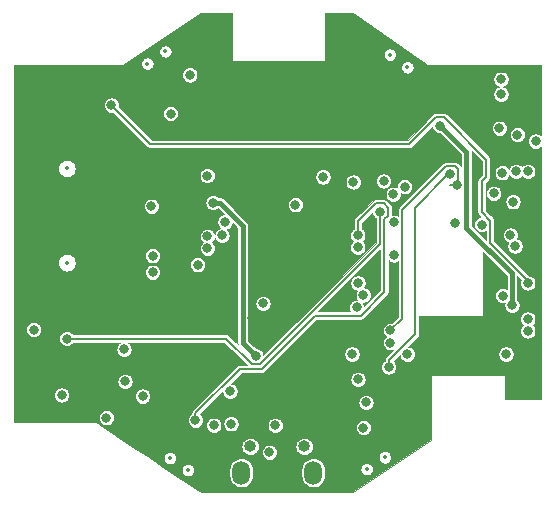
<source format=gbr>
%TF.GenerationSoftware,KiCad,Pcbnew,5.1.5+dfsg1-2~bpo10+1*%
%TF.CreationDate,Date%
%TF.ProjectId,osw,6f73772e-6b69-4636-9164-5f7063625858,1.0*%
%TF.SameCoordinates,Original*%
%TF.FileFunction,Copper,L3,Inr*%
%TF.FilePolarity,Positive*%
%FSLAX46Y46*%
G04 Gerber Fmt 4.6, Leading zero omitted, Abs format (unit mm)*
G04 Created by KiCad*
%MOMM*%
%LPD*%
G04 APERTURE LIST*
%TA.AperFunction,ViaPad*%
%ADD10O,1.500000X2.000000*%
%TD*%
%TA.AperFunction,ViaPad*%
%ADD11C,0.800000*%
%TD*%
%TA.AperFunction,Conductor*%
%ADD12C,0.400000*%
%TD*%
%TA.AperFunction,Conductor*%
%ADD13C,0.200000*%
%TD*%
%TA.AperFunction,Conductor*%
%ADD14C,0.100000*%
%TD*%
%ADD15C,0.350000*%
%ADD16O,0.999999X0.999999*%
%ADD17O,0.750000X1.200000*%
G04 APERTURE END LIST*
D10*
%TO.N,*%
%TO.C,U5*%
X163048000Y-128627000D03*
X156952000Y-128627000D03*
%TD*%
D11*
%TO.N,/EN*%
X179380560Y-118594144D03*
X167309800Y-124815600D03*
%TO.N,+3V3*%
X171018200Y-118592600D03*
X166344600Y-118592600D03*
X154635200Y-124612400D03*
X158191200Y-118745000D03*
X152603200Y-94945200D03*
X154559000Y-105765001D03*
X170789600Y-104419400D03*
X169892624Y-107424576D03*
X169875200Y-110185200D03*
X181875000Y-100558600D03*
X179060300Y-103235300D03*
%TO.N,/FLASH*%
X166827200Y-108534200D03*
X153085800Y-124180600D03*
%TO.N,GND*%
X138379200Y-118999000D03*
X138379200Y-120523000D03*
X138379200Y-121996200D03*
X138379200Y-123494800D03*
X174447788Y-101481207D03*
X176974500Y-103251000D03*
X166141400Y-90125000D03*
X166141400Y-91262200D03*
X166141400Y-92278200D03*
X166141400Y-93294200D03*
X166141400Y-99263200D03*
X166141400Y-98298000D03*
X153847800Y-90125000D03*
X153847800Y-91287600D03*
X153847800Y-94259400D03*
X153847800Y-95300800D03*
X153847800Y-97282000D03*
X153847800Y-98247200D03*
X158013400Y-104368600D03*
X162026600Y-104368600D03*
X165684200Y-105816400D03*
X164490400Y-118364000D03*
X148310600Y-119786400D03*
X145567400Y-119151400D03*
X146380200Y-119151400D03*
X146380200Y-119964200D03*
X145567400Y-119964200D03*
X143840200Y-122478800D03*
X141121136Y-118997736D03*
X157886400Y-115519200D03*
X154609800Y-126695200D03*
X161323206Y-124781113D03*
X158191200Y-122706998D03*
X161318496Y-122719989D03*
X168452800Y-124942600D03*
X169621200Y-121691400D03*
X179959000Y-121716800D03*
X181152800Y-106654600D03*
X161569400Y-120523000D03*
X159969200Y-120497600D03*
X152349200Y-119303800D03*
X149453600Y-105003600D03*
X146939000Y-108254800D03*
X147650200Y-108839000D03*
X154127200Y-104495600D03*
X157835600Y-105816400D03*
X157810200Y-107340400D03*
X141859000Y-95453200D03*
X142595600Y-99237800D03*
X143408400Y-98298000D03*
X138125000Y-94525000D03*
X165658800Y-113538000D03*
X164665778Y-107917098D03*
X172567600Y-125603000D03*
X171754800Y-126238000D03*
X172567600Y-124536200D03*
X154940000Y-129692400D03*
X161874200Y-129819400D03*
X158191200Y-129768600D03*
X165277800Y-129895600D03*
X146558000Y-125018800D03*
X148336000Y-126136400D03*
X139141200Y-94538800D03*
X138176000Y-95504000D03*
X181864000Y-99110800D03*
X181864000Y-94538800D03*
X177469800Y-94691200D03*
X141224000Y-115595400D03*
X181216000Y-121712000D03*
%TO.N,Net-(D1-Pad1)*%
X147108574Y-120895774D03*
X148615400Y-122148600D03*
%TO.N,/LEDK*%
X149352000Y-106070400D03*
%TO.N,/BTN2*%
X150977600Y-98221800D03*
X175082200Y-107462002D03*
%TO.N,/BTN3*%
X169824400Y-105054400D03*
X178333400Y-104978200D03*
%TO.N,/RX*%
X169595800Y-117627400D03*
X167513000Y-122682000D03*
%TO.N,/SCL*%
X174625000Y-103378000D03*
X180340000Y-100012500D03*
X178943000Y-95313500D03*
X169443400Y-119684800D03*
%TO.N,/SDA*%
X178943000Y-96583500D03*
X169595800Y-116586000D03*
X175190685Y-104267000D03*
X178816000Y-99466400D03*
%TO.N,/PIN_LED*%
X158800800Y-114300000D03*
X177317400Y-107619800D03*
%TO.N,/STAT_PWR*%
X168681400Y-106527600D03*
X142189200Y-117271800D03*
%TO.N,/MOSI*%
X166852600Y-120726200D03*
X149453600Y-111658400D03*
%TO.N,/MISO*%
X154076400Y-103479600D03*
X166725600Y-114630200D03*
%TO.N,/IO34*%
X180218731Y-103117636D03*
X181216000Y-116632000D03*
%TO.N,/IO35*%
X181218721Y-103122356D03*
X181216000Y-115616000D03*
%TO.N,Net-(R1-Pad2)*%
X155336142Y-108544458D03*
%TO.N,Net-(R15-Pad1)*%
X141757400Y-122047000D03*
X145542000Y-123977400D03*
%TO.N,/B_MON*%
X145973800Y-97510600D03*
X181216000Y-112568000D03*
%TO.N,/RTC_INT*%
X173761400Y-99237800D03*
X179882800Y-114452400D03*
%TO.N,/TFT_DC*%
X154099398Y-109623087D03*
X179755800Y-108508800D03*
%TO.N,/TFT_CS*%
X149453600Y-110261400D03*
X166852600Y-112572800D03*
%TO.N,/TFT_RST*%
X179082800Y-113639600D03*
%TO.N,/SD_CS*%
X166827200Y-109550200D03*
X154102110Y-108623089D03*
%TO.N,/SCK*%
X153263600Y-111023400D03*
X167289200Y-113584000D03*
%TO.N,/VCC*%
X139379465Y-116515052D03*
X147040600Y-118186200D03*
%TO.N,/3V3_2*%
X155587600Y-107391200D03*
%TO.N,/GPS_RX3V3*%
X161544000Y-105943400D03*
X180140001Y-109432050D03*
%TO.N,/GPS_TX3V3*%
X179959000Y-105689400D03*
X169011600Y-103936800D03*
%TO.N,/GPS_TX2V8*%
X163880800Y-103581200D03*
X166446200Y-104013000D03*
%TO.N,/D2_P*%
X155999000Y-121732000D03*
X159838372Y-124623840D03*
%TO.N,/D2_N*%
X159349999Y-126896865D03*
X156083000Y-124485400D03*
%TD*%
D12*
%TO.N,+3V3*%
X157086399Y-117640199D02*
X158191200Y-118745000D01*
X157086399Y-107705997D02*
X157086399Y-117640199D01*
X155145403Y-105765001D02*
X157086399Y-107705997D01*
X154559000Y-105765001D02*
X155145403Y-105765001D01*
D13*
%TO.N,/FLASH*%
X168345399Y-105827599D02*
X166827200Y-107345798D01*
X169381401Y-106191599D02*
X169017401Y-105827599D01*
X169381401Y-106863601D02*
X169381401Y-106191599D01*
X169081410Y-107163592D02*
X169381401Y-106863601D01*
X166827200Y-107345798D02*
X166827200Y-108534200D01*
X169017401Y-105827599D02*
X168345399Y-105827599D01*
X169081410Y-113310392D02*
X169081410Y-107163592D01*
X167061601Y-115330201D02*
X169081410Y-113310392D01*
X156849987Y-119845011D02*
X158692890Y-119845011D01*
X163207700Y-115330201D02*
X167061601Y-115330201D01*
X158692890Y-119845011D02*
X163207700Y-115330201D01*
X153085800Y-123609198D02*
X156849987Y-119845011D01*
X153085800Y-124180600D02*
X153085800Y-123609198D01*
%TO.N,/SCL*%
X171657990Y-106198008D02*
X174477998Y-103378000D01*
X171657990Y-116904525D02*
X171657990Y-106198008D01*
X174477998Y-103378000D02*
X174625000Y-103378000D01*
X169443400Y-119119115D02*
X171657990Y-116904525D01*
X169443400Y-119684800D02*
X169443400Y-119119115D01*
%TO.N,/SDA*%
X175190685Y-104267000D02*
X174625000Y-104267000D01*
X175325001Y-104132684D02*
X175190685Y-104267000D01*
X175067999Y-102677999D02*
X175325001Y-102935001D01*
X174288999Y-102677999D02*
X175067999Y-102677999D01*
X170592625Y-106374373D02*
X174288999Y-102677999D01*
X170592625Y-115589175D02*
X170592625Y-106374373D01*
X175325001Y-102935001D02*
X175325001Y-104132684D01*
X169595800Y-116586000D02*
X170592625Y-115589175D01*
%TO.N,/STAT_PWR*%
X155681998Y-117271800D02*
X142189200Y-117271800D01*
X158527201Y-119445001D02*
X157855199Y-119445001D01*
X168681400Y-109290802D02*
X158527201Y-119445001D01*
X157855199Y-119445001D02*
X155681998Y-117271800D01*
X168681400Y-106527600D02*
X168681400Y-109290802D01*
%TO.N,/B_MON*%
X178017401Y-109180579D02*
X181216000Y-112379178D01*
X178017401Y-107283799D02*
X178017401Y-109180579D01*
X177310501Y-106576899D02*
X178017401Y-107283799D01*
X181216000Y-112379178D02*
X181216000Y-112568000D01*
X177310501Y-103951001D02*
X177310501Y-106576899D01*
X174097401Y-98537799D02*
X177674501Y-102114899D01*
X173425399Y-98537799D02*
X174097401Y-98537799D01*
X177674501Y-103587001D02*
X177310501Y-103951001D01*
X171181992Y-100781206D02*
X173425399Y-98537799D01*
X177674501Y-102114899D02*
X177674501Y-103587001D01*
X149244406Y-100781206D02*
X171181992Y-100781206D01*
X145973800Y-97510600D02*
X149244406Y-100781206D01*
D12*
%TO.N,/RTC_INT*%
X179882800Y-111753098D02*
X179882800Y-114452400D01*
X176025011Y-101501411D02*
X176025011Y-107895309D01*
X176025011Y-107895309D02*
X179882800Y-111753098D01*
X173761400Y-99237800D02*
X176025011Y-101501411D01*
%TD*%
D14*
%TO.N,GND*%
G36*
X156200000Y-93750000D02*
G01*
X156200961Y-93759755D01*
X156203806Y-93769134D01*
X156208427Y-93777779D01*
X156214645Y-93785355D01*
X156222221Y-93791573D01*
X156230866Y-93796194D01*
X156240245Y-93799039D01*
X156250000Y-93800000D01*
X164000000Y-93800000D01*
X164009755Y-93799039D01*
X164019134Y-93796194D01*
X164027779Y-93791573D01*
X164035355Y-93785355D01*
X164041573Y-93777779D01*
X164046194Y-93769134D01*
X164049039Y-93759755D01*
X164050000Y-93750000D01*
X164050000Y-93175751D01*
X169005784Y-93175751D01*
X169005784Y-93279167D01*
X169025960Y-93380596D01*
X169065535Y-93476140D01*
X169122990Y-93562127D01*
X169196116Y-93635253D01*
X169282103Y-93692708D01*
X169377647Y-93732283D01*
X169479076Y-93752459D01*
X169582492Y-93752459D01*
X169683921Y-93732283D01*
X169779465Y-93692708D01*
X169865452Y-93635253D01*
X169938578Y-93562127D01*
X169996033Y-93476140D01*
X170035608Y-93380596D01*
X170055784Y-93279167D01*
X170055784Y-93175751D01*
X170035608Y-93074322D01*
X169996033Y-92978778D01*
X169938578Y-92892791D01*
X169865452Y-92819665D01*
X169779465Y-92762210D01*
X169683921Y-92722635D01*
X169582492Y-92702459D01*
X169479076Y-92702459D01*
X169377647Y-92722635D01*
X169282103Y-92762210D01*
X169196116Y-92819665D01*
X169122990Y-92892791D01*
X169065535Y-92978778D01*
X169025960Y-93074322D01*
X169005784Y-93175751D01*
X164050000Y-93175751D01*
X164050000Y-89702000D01*
X166435608Y-89702000D01*
X172577331Y-94060643D01*
X172587232Y-94068769D01*
X172602263Y-94076803D01*
X172617077Y-94085266D01*
X172619797Y-94086176D01*
X172622324Y-94087526D01*
X172638653Y-94092480D01*
X172654815Y-94097883D01*
X172657653Y-94098243D01*
X172660401Y-94099077D01*
X172677397Y-94100751D01*
X172694288Y-94102896D01*
X172707058Y-94102000D01*
X182298001Y-94102000D01*
X182298001Y-100062362D01*
X182289351Y-100053712D01*
X182182890Y-99982578D01*
X182064598Y-99933579D01*
X181939019Y-99908600D01*
X181810981Y-99908600D01*
X181685402Y-99933579D01*
X181567110Y-99982578D01*
X181460649Y-100053712D01*
X181370112Y-100144249D01*
X181298978Y-100250710D01*
X181249979Y-100369002D01*
X181225000Y-100494581D01*
X181225000Y-100622619D01*
X181249979Y-100748198D01*
X181298978Y-100866490D01*
X181370112Y-100972951D01*
X181460649Y-101063488D01*
X181567110Y-101134622D01*
X181685402Y-101183621D01*
X181810981Y-101208600D01*
X181939019Y-101208600D01*
X182064598Y-101183621D01*
X182182890Y-101134622D01*
X182289351Y-101063488D01*
X182298001Y-101054838D01*
X182298000Y-109990080D01*
X182298000Y-109990081D01*
X182298001Y-122378000D01*
X179250299Y-122378000D01*
X179252500Y-120396056D01*
X179251547Y-120386286D01*
X179248710Y-120376904D01*
X179244097Y-120368256D01*
X179237885Y-120360674D01*
X179230313Y-120354450D01*
X179221673Y-120349822D01*
X179212295Y-120346969D01*
X179202542Y-120346000D01*
X173116702Y-120340920D01*
X173106960Y-120341870D01*
X173097577Y-120344705D01*
X173088928Y-120349316D01*
X173081344Y-120355525D01*
X173075117Y-120363095D01*
X173070487Y-120371735D01*
X173067632Y-120381111D01*
X173066660Y-120390864D01*
X173060561Y-125883520D01*
X166438840Y-130298000D01*
X153561161Y-130298000D01*
X150662915Y-128365836D01*
X151920487Y-128365836D01*
X151920487Y-128469252D01*
X151940663Y-128570681D01*
X151980238Y-128666225D01*
X152037693Y-128752212D01*
X152110819Y-128825338D01*
X152196806Y-128882793D01*
X152292350Y-128922368D01*
X152393779Y-128942544D01*
X152497195Y-128942544D01*
X152598624Y-128922368D01*
X152694168Y-128882793D01*
X152780155Y-128825338D01*
X152853281Y-128752212D01*
X152910736Y-128666225D01*
X152950311Y-128570681D01*
X152970487Y-128469252D01*
X152970487Y-128365836D01*
X152962938Y-128327881D01*
X155952000Y-128327881D01*
X155952000Y-128926120D01*
X155966470Y-129073034D01*
X156023651Y-129261535D01*
X156116509Y-129435258D01*
X156241473Y-129587528D01*
X156393743Y-129712492D01*
X156567466Y-129805349D01*
X156755967Y-129862530D01*
X156952000Y-129881838D01*
X157148034Y-129862530D01*
X157336535Y-129805349D01*
X157510258Y-129712492D01*
X157662528Y-129587528D01*
X157787492Y-129435258D01*
X157880349Y-129261535D01*
X157937530Y-129073033D01*
X157952000Y-128926119D01*
X157952000Y-128327881D01*
X162048000Y-128327881D01*
X162048000Y-128926120D01*
X162062470Y-129073034D01*
X162119651Y-129261535D01*
X162212509Y-129435258D01*
X162337473Y-129587528D01*
X162489743Y-129712492D01*
X162663466Y-129805349D01*
X162851967Y-129862530D01*
X163048000Y-129881838D01*
X163244034Y-129862530D01*
X163432535Y-129805349D01*
X163606258Y-129712492D01*
X163758528Y-129587528D01*
X163883492Y-129435258D01*
X163976349Y-129261535D01*
X164033530Y-129073033D01*
X164048000Y-128926119D01*
X164048000Y-128327880D01*
X164043271Y-128279861D01*
X167052766Y-128279861D01*
X167052766Y-128383277D01*
X167072942Y-128484706D01*
X167112517Y-128580250D01*
X167169972Y-128666237D01*
X167243098Y-128739363D01*
X167329085Y-128796818D01*
X167424629Y-128836393D01*
X167526058Y-128856569D01*
X167629474Y-128856569D01*
X167730903Y-128836393D01*
X167826447Y-128796818D01*
X167912434Y-128739363D01*
X167985560Y-128666237D01*
X168043015Y-128580250D01*
X168082590Y-128484706D01*
X168102766Y-128383277D01*
X168102766Y-128279861D01*
X168082590Y-128178432D01*
X168043015Y-128082888D01*
X167985560Y-127996901D01*
X167912434Y-127923775D01*
X167826447Y-127866320D01*
X167730903Y-127826745D01*
X167629474Y-127806569D01*
X167526058Y-127806569D01*
X167424629Y-127826745D01*
X167329085Y-127866320D01*
X167243098Y-127923775D01*
X167169972Y-127996901D01*
X167112517Y-128082888D01*
X167072942Y-128178432D01*
X167052766Y-128279861D01*
X164043271Y-128279861D01*
X164033530Y-128180966D01*
X163976349Y-127992465D01*
X163883492Y-127818742D01*
X163758528Y-127666472D01*
X163606258Y-127541508D01*
X163432534Y-127448651D01*
X163244033Y-127391470D01*
X163048000Y-127372162D01*
X162851966Y-127391470D01*
X162663465Y-127448651D01*
X162489742Y-127541508D01*
X162337472Y-127666472D01*
X162212508Y-127818742D01*
X162119651Y-127992466D01*
X162062470Y-128180967D01*
X162048000Y-128327881D01*
X157952000Y-128327881D01*
X157952000Y-128327880D01*
X157937530Y-128180966D01*
X157880349Y-127992465D01*
X157787492Y-127818742D01*
X157662528Y-127666472D01*
X157510258Y-127541508D01*
X157336534Y-127448651D01*
X157148033Y-127391470D01*
X156952000Y-127372162D01*
X156755966Y-127391470D01*
X156567465Y-127448651D01*
X156393742Y-127541508D01*
X156241472Y-127666472D01*
X156116508Y-127818742D01*
X156023651Y-127992466D01*
X155966470Y-128180967D01*
X155952000Y-128327881D01*
X152962938Y-128327881D01*
X152950311Y-128264407D01*
X152910736Y-128168863D01*
X152853281Y-128082876D01*
X152780155Y-128009750D01*
X152694168Y-127952295D01*
X152598624Y-127912720D01*
X152497195Y-127892544D01*
X152393779Y-127892544D01*
X152292350Y-127912720D01*
X152196806Y-127952295D01*
X152110819Y-128009750D01*
X152037693Y-128082876D01*
X151980238Y-128168863D01*
X151940663Y-128264407D01*
X151920487Y-128365836D01*
X150662915Y-128365836D01*
X149118285Y-127336083D01*
X150393815Y-127336083D01*
X150393815Y-127439499D01*
X150413991Y-127540928D01*
X150453566Y-127636472D01*
X150511021Y-127722459D01*
X150584147Y-127795585D01*
X150670134Y-127853040D01*
X150765678Y-127892615D01*
X150867107Y-127912791D01*
X150970523Y-127912791D01*
X151071952Y-127892615D01*
X151167496Y-127853040D01*
X151253483Y-127795585D01*
X151326609Y-127722459D01*
X151384064Y-127636472D01*
X151423639Y-127540928D01*
X151443815Y-127439499D01*
X151443815Y-127336083D01*
X151423639Y-127234654D01*
X151384064Y-127139110D01*
X151326609Y-127053123D01*
X151253483Y-126979997D01*
X151167496Y-126922542D01*
X151071952Y-126882967D01*
X150970523Y-126862791D01*
X150867107Y-126862791D01*
X150765678Y-126882967D01*
X150670134Y-126922542D01*
X150584147Y-126979997D01*
X150511021Y-127053123D01*
X150453566Y-127139110D01*
X150413991Y-127234654D01*
X150393815Y-127336083D01*
X149118285Y-127336083D01*
X147610107Y-126330631D01*
X156964000Y-126330631D01*
X156964000Y-126478369D01*
X156992822Y-126623267D01*
X157049359Y-126759758D01*
X157131437Y-126882597D01*
X157235903Y-126987063D01*
X157358742Y-127069141D01*
X157495233Y-127125678D01*
X157640131Y-127154500D01*
X157787869Y-127154500D01*
X157932767Y-127125678D01*
X158069258Y-127069141D01*
X158192097Y-126987063D01*
X158296563Y-126882597D01*
X158329805Y-126832846D01*
X158699999Y-126832846D01*
X158699999Y-126960884D01*
X158724978Y-127086463D01*
X158773977Y-127204755D01*
X158845111Y-127311216D01*
X158935648Y-127401753D01*
X159042109Y-127472887D01*
X159160401Y-127521886D01*
X159285980Y-127546865D01*
X159414018Y-127546865D01*
X159539597Y-127521886D01*
X159657889Y-127472887D01*
X159764350Y-127401753D01*
X159854887Y-127311216D01*
X159877810Y-127276908D01*
X168597178Y-127276908D01*
X168597178Y-127380324D01*
X168617354Y-127481753D01*
X168656929Y-127577297D01*
X168714384Y-127663284D01*
X168787510Y-127736410D01*
X168873497Y-127793865D01*
X168969041Y-127833440D01*
X169070470Y-127853616D01*
X169173886Y-127853616D01*
X169275315Y-127833440D01*
X169370859Y-127793865D01*
X169456846Y-127736410D01*
X169529972Y-127663284D01*
X169587427Y-127577297D01*
X169627002Y-127481753D01*
X169647178Y-127380324D01*
X169647178Y-127276908D01*
X169627002Y-127175479D01*
X169587427Y-127079935D01*
X169529972Y-126993948D01*
X169456846Y-126920822D01*
X169370859Y-126863367D01*
X169275315Y-126823792D01*
X169173886Y-126803616D01*
X169070470Y-126803616D01*
X168969041Y-126823792D01*
X168873497Y-126863367D01*
X168787510Y-126920822D01*
X168714384Y-126993948D01*
X168656929Y-127079935D01*
X168617354Y-127175479D01*
X168597178Y-127276908D01*
X159877810Y-127276908D01*
X159926021Y-127204755D01*
X159975020Y-127086463D01*
X159999999Y-126960884D01*
X159999999Y-126832846D01*
X159975020Y-126707267D01*
X159926021Y-126588975D01*
X159854887Y-126482514D01*
X159764350Y-126391977D01*
X159672538Y-126330631D01*
X161536000Y-126330631D01*
X161536000Y-126478369D01*
X161564822Y-126623267D01*
X161621359Y-126759758D01*
X161703437Y-126882597D01*
X161807903Y-126987063D01*
X161930742Y-127069141D01*
X162067233Y-127125678D01*
X162212131Y-127154500D01*
X162359869Y-127154500D01*
X162504767Y-127125678D01*
X162641258Y-127069141D01*
X162764097Y-126987063D01*
X162868563Y-126882597D01*
X162950641Y-126759758D01*
X163007178Y-126623267D01*
X163036000Y-126478369D01*
X163036000Y-126330631D01*
X163007178Y-126185733D01*
X162950641Y-126049242D01*
X162868563Y-125926403D01*
X162764097Y-125821937D01*
X162641258Y-125739859D01*
X162504767Y-125683322D01*
X162359869Y-125654500D01*
X162212131Y-125654500D01*
X162067233Y-125683322D01*
X161930742Y-125739859D01*
X161807903Y-125821937D01*
X161703437Y-125926403D01*
X161621359Y-126049242D01*
X161564822Y-126185733D01*
X161536000Y-126330631D01*
X159672538Y-126330631D01*
X159657889Y-126320843D01*
X159539597Y-126271844D01*
X159414018Y-126246865D01*
X159285980Y-126246865D01*
X159160401Y-126271844D01*
X159042109Y-126320843D01*
X158935648Y-126391977D01*
X158845111Y-126482514D01*
X158773977Y-126588975D01*
X158724978Y-126707267D01*
X158699999Y-126832846D01*
X158329805Y-126832846D01*
X158378641Y-126759758D01*
X158435178Y-126623267D01*
X158464000Y-126478369D01*
X158464000Y-126330631D01*
X158435178Y-126185733D01*
X158378641Y-126049242D01*
X158296563Y-125926403D01*
X158192097Y-125821937D01*
X158069258Y-125739859D01*
X157932767Y-125683322D01*
X157787869Y-125654500D01*
X157640131Y-125654500D01*
X157495233Y-125683322D01*
X157358742Y-125739859D01*
X157235903Y-125821937D01*
X157131437Y-125926403D01*
X157049359Y-126049242D01*
X156992822Y-126185733D01*
X156964000Y-126330631D01*
X147610107Y-126330631D01*
X144620396Y-124337492D01*
X144612768Y-124331231D01*
X144603877Y-124326479D01*
X144603795Y-124326424D01*
X144595672Y-124322093D01*
X144577676Y-124312474D01*
X144577571Y-124312442D01*
X144577479Y-124312393D01*
X144559358Y-124306917D01*
X144539599Y-124300923D01*
X144539485Y-124300912D01*
X144539390Y-124300883D01*
X144520767Y-124299068D01*
X144509920Y-124298000D01*
X144509804Y-124298000D01*
X144499788Y-124297024D01*
X144489985Y-124298000D01*
X137702000Y-124298000D01*
X137702000Y-123913381D01*
X144892000Y-123913381D01*
X144892000Y-124041419D01*
X144916979Y-124166998D01*
X144965978Y-124285290D01*
X145037112Y-124391751D01*
X145127649Y-124482288D01*
X145234110Y-124553422D01*
X145352402Y-124602421D01*
X145477981Y-124627400D01*
X145606019Y-124627400D01*
X145731598Y-124602421D01*
X145849890Y-124553422D01*
X145956351Y-124482288D01*
X146046888Y-124391751D01*
X146118022Y-124285290D01*
X146167021Y-124166998D01*
X146192000Y-124041419D01*
X146192000Y-123913381D01*
X146167021Y-123787802D01*
X146118022Y-123669510D01*
X146046888Y-123563049D01*
X145956351Y-123472512D01*
X145849890Y-123401378D01*
X145731598Y-123352379D01*
X145606019Y-123327400D01*
X145477981Y-123327400D01*
X145352402Y-123352379D01*
X145234110Y-123401378D01*
X145127649Y-123472512D01*
X145037112Y-123563049D01*
X144965978Y-123669510D01*
X144916979Y-123787802D01*
X144892000Y-123913381D01*
X137702000Y-123913381D01*
X137702000Y-121982981D01*
X141107400Y-121982981D01*
X141107400Y-122111019D01*
X141132379Y-122236598D01*
X141181378Y-122354890D01*
X141252512Y-122461351D01*
X141343049Y-122551888D01*
X141449510Y-122623022D01*
X141567802Y-122672021D01*
X141693381Y-122697000D01*
X141821419Y-122697000D01*
X141946998Y-122672021D01*
X142065290Y-122623022D01*
X142171751Y-122551888D01*
X142262288Y-122461351D01*
X142333422Y-122354890D01*
X142382421Y-122236598D01*
X142407400Y-122111019D01*
X142407400Y-122084581D01*
X147965400Y-122084581D01*
X147965400Y-122212619D01*
X147990379Y-122338198D01*
X148039378Y-122456490D01*
X148110512Y-122562951D01*
X148201049Y-122653488D01*
X148307510Y-122724622D01*
X148425802Y-122773621D01*
X148551381Y-122798600D01*
X148679419Y-122798600D01*
X148804998Y-122773621D01*
X148923290Y-122724622D01*
X149029751Y-122653488D01*
X149120288Y-122562951D01*
X149191422Y-122456490D01*
X149240421Y-122338198D01*
X149265400Y-122212619D01*
X149265400Y-122084581D01*
X149240421Y-121959002D01*
X149191422Y-121840710D01*
X149120288Y-121734249D01*
X149029751Y-121643712D01*
X148923290Y-121572578D01*
X148804998Y-121523579D01*
X148679419Y-121498600D01*
X148551381Y-121498600D01*
X148425802Y-121523579D01*
X148307510Y-121572578D01*
X148201049Y-121643712D01*
X148110512Y-121734249D01*
X148039378Y-121840710D01*
X147990379Y-121959002D01*
X147965400Y-122084581D01*
X142407400Y-122084581D01*
X142407400Y-121982981D01*
X142382421Y-121857402D01*
X142333422Y-121739110D01*
X142262288Y-121632649D01*
X142171751Y-121542112D01*
X142065290Y-121470978D01*
X141946998Y-121421979D01*
X141821419Y-121397000D01*
X141693381Y-121397000D01*
X141567802Y-121421979D01*
X141449510Y-121470978D01*
X141343049Y-121542112D01*
X141252512Y-121632649D01*
X141181378Y-121739110D01*
X141132379Y-121857402D01*
X141107400Y-121982981D01*
X137702000Y-121982981D01*
X137702000Y-120831755D01*
X146458574Y-120831755D01*
X146458574Y-120959793D01*
X146483553Y-121085372D01*
X146532552Y-121203664D01*
X146603686Y-121310125D01*
X146694223Y-121400662D01*
X146800684Y-121471796D01*
X146918976Y-121520795D01*
X147044555Y-121545774D01*
X147172593Y-121545774D01*
X147298172Y-121520795D01*
X147416464Y-121471796D01*
X147522925Y-121400662D01*
X147613462Y-121310125D01*
X147684596Y-121203664D01*
X147733595Y-121085372D01*
X147758574Y-120959793D01*
X147758574Y-120831755D01*
X147733595Y-120706176D01*
X147684596Y-120587884D01*
X147613462Y-120481423D01*
X147522925Y-120390886D01*
X147416464Y-120319752D01*
X147298172Y-120270753D01*
X147172593Y-120245774D01*
X147044555Y-120245774D01*
X146918976Y-120270753D01*
X146800684Y-120319752D01*
X146694223Y-120390886D01*
X146603686Y-120481423D01*
X146532552Y-120587884D01*
X146483553Y-120706176D01*
X146458574Y-120831755D01*
X137702000Y-120831755D01*
X137702000Y-117207781D01*
X141539200Y-117207781D01*
X141539200Y-117335819D01*
X141564179Y-117461398D01*
X141613178Y-117579690D01*
X141684312Y-117686151D01*
X141774849Y-117776688D01*
X141881310Y-117847822D01*
X141999602Y-117896821D01*
X142125181Y-117921800D01*
X142253219Y-117921800D01*
X142378798Y-117896821D01*
X142497090Y-117847822D01*
X142603551Y-117776688D01*
X142694088Y-117686151D01*
X142737085Y-117621800D01*
X146715316Y-117621800D01*
X146626249Y-117681312D01*
X146535712Y-117771849D01*
X146464578Y-117878310D01*
X146415579Y-117996602D01*
X146390600Y-118122181D01*
X146390600Y-118250219D01*
X146415579Y-118375798D01*
X146464578Y-118494090D01*
X146535712Y-118600551D01*
X146626249Y-118691088D01*
X146732710Y-118762222D01*
X146851002Y-118811221D01*
X146976581Y-118836200D01*
X147104619Y-118836200D01*
X147230198Y-118811221D01*
X147348490Y-118762222D01*
X147454951Y-118691088D01*
X147545488Y-118600551D01*
X147616622Y-118494090D01*
X147665621Y-118375798D01*
X147690600Y-118250219D01*
X147690600Y-118122181D01*
X147665621Y-117996602D01*
X147616622Y-117878310D01*
X147545488Y-117771849D01*
X147454951Y-117681312D01*
X147365884Y-117621800D01*
X155537025Y-117621800D01*
X157410234Y-119495011D01*
X156867172Y-119495011D01*
X156849986Y-119493318D01*
X156832800Y-119495011D01*
X156832798Y-119495011D01*
X156781375Y-119500076D01*
X156715400Y-119520089D01*
X156654597Y-119552589D01*
X156601302Y-119596326D01*
X156590344Y-119609679D01*
X152850476Y-123349549D01*
X152837116Y-123360513D01*
X152793379Y-123413808D01*
X152762001Y-123472512D01*
X152760879Y-123474611D01*
X152740865Y-123540587D01*
X152734107Y-123609198D01*
X152735801Y-123626396D01*
X152735801Y-123632714D01*
X152671449Y-123675712D01*
X152580912Y-123766249D01*
X152509778Y-123872710D01*
X152460779Y-123991002D01*
X152435800Y-124116581D01*
X152435800Y-124244619D01*
X152460779Y-124370198D01*
X152509778Y-124488490D01*
X152580912Y-124594951D01*
X152671449Y-124685488D01*
X152777910Y-124756622D01*
X152896202Y-124805621D01*
X153021781Y-124830600D01*
X153149819Y-124830600D01*
X153275398Y-124805621D01*
X153393690Y-124756622D01*
X153500151Y-124685488D01*
X153590688Y-124594951D01*
X153621804Y-124548381D01*
X153985200Y-124548381D01*
X153985200Y-124676419D01*
X154010179Y-124801998D01*
X154059178Y-124920290D01*
X154130312Y-125026751D01*
X154220849Y-125117288D01*
X154327310Y-125188422D01*
X154445602Y-125237421D01*
X154571181Y-125262400D01*
X154699219Y-125262400D01*
X154824798Y-125237421D01*
X154943090Y-125188422D01*
X155049551Y-125117288D01*
X155140088Y-125026751D01*
X155211222Y-124920290D01*
X155260221Y-124801998D01*
X155285200Y-124676419D01*
X155285200Y-124548381D01*
X155260221Y-124422802D01*
X155259633Y-124421381D01*
X155433000Y-124421381D01*
X155433000Y-124549419D01*
X155457979Y-124674998D01*
X155506978Y-124793290D01*
X155578112Y-124899751D01*
X155668649Y-124990288D01*
X155775110Y-125061422D01*
X155893402Y-125110421D01*
X156018981Y-125135400D01*
X156147019Y-125135400D01*
X156272598Y-125110421D01*
X156390890Y-125061422D01*
X156497351Y-124990288D01*
X156587888Y-124899751D01*
X156659022Y-124793290D01*
X156708021Y-124674998D01*
X156730930Y-124559821D01*
X159188372Y-124559821D01*
X159188372Y-124687859D01*
X159213351Y-124813438D01*
X159262350Y-124931730D01*
X159333484Y-125038191D01*
X159424021Y-125128728D01*
X159530482Y-125199862D01*
X159648774Y-125248861D01*
X159774353Y-125273840D01*
X159902391Y-125273840D01*
X160027970Y-125248861D01*
X160146262Y-125199862D01*
X160252723Y-125128728D01*
X160343260Y-125038191D01*
X160414394Y-124931730D01*
X160463393Y-124813438D01*
X160475697Y-124751581D01*
X166659800Y-124751581D01*
X166659800Y-124879619D01*
X166684779Y-125005198D01*
X166733778Y-125123490D01*
X166804912Y-125229951D01*
X166895449Y-125320488D01*
X167001910Y-125391622D01*
X167120202Y-125440621D01*
X167245781Y-125465600D01*
X167373819Y-125465600D01*
X167499398Y-125440621D01*
X167617690Y-125391622D01*
X167724151Y-125320488D01*
X167814688Y-125229951D01*
X167885822Y-125123490D01*
X167934821Y-125005198D01*
X167959800Y-124879619D01*
X167959800Y-124751581D01*
X167934821Y-124626002D01*
X167885822Y-124507710D01*
X167814688Y-124401249D01*
X167724151Y-124310712D01*
X167617690Y-124239578D01*
X167499398Y-124190579D01*
X167373819Y-124165600D01*
X167245781Y-124165600D01*
X167120202Y-124190579D01*
X167001910Y-124239578D01*
X166895449Y-124310712D01*
X166804912Y-124401249D01*
X166733778Y-124507710D01*
X166684779Y-124626002D01*
X166659800Y-124751581D01*
X160475697Y-124751581D01*
X160488372Y-124687859D01*
X160488372Y-124559821D01*
X160463393Y-124434242D01*
X160414394Y-124315950D01*
X160343260Y-124209489D01*
X160252723Y-124118952D01*
X160146262Y-124047818D01*
X160027970Y-123998819D01*
X159902391Y-123973840D01*
X159774353Y-123973840D01*
X159648774Y-123998819D01*
X159530482Y-124047818D01*
X159424021Y-124118952D01*
X159333484Y-124209489D01*
X159262350Y-124315950D01*
X159213351Y-124434242D01*
X159188372Y-124559821D01*
X156730930Y-124559821D01*
X156733000Y-124549419D01*
X156733000Y-124421381D01*
X156708021Y-124295802D01*
X156659022Y-124177510D01*
X156587888Y-124071049D01*
X156497351Y-123980512D01*
X156390890Y-123909378D01*
X156272598Y-123860379D01*
X156147019Y-123835400D01*
X156018981Y-123835400D01*
X155893402Y-123860379D01*
X155775110Y-123909378D01*
X155668649Y-123980512D01*
X155578112Y-124071049D01*
X155506978Y-124177510D01*
X155457979Y-124295802D01*
X155433000Y-124421381D01*
X155259633Y-124421381D01*
X155211222Y-124304510D01*
X155140088Y-124198049D01*
X155049551Y-124107512D01*
X154943090Y-124036378D01*
X154824798Y-123987379D01*
X154699219Y-123962400D01*
X154571181Y-123962400D01*
X154445602Y-123987379D01*
X154327310Y-124036378D01*
X154220849Y-124107512D01*
X154130312Y-124198049D01*
X154059178Y-124304510D01*
X154010179Y-124422802D01*
X153985200Y-124548381D01*
X153621804Y-124548381D01*
X153661822Y-124488490D01*
X153710821Y-124370198D01*
X153735800Y-124244619D01*
X153735800Y-124116581D01*
X153710821Y-123991002D01*
X153661822Y-123872710D01*
X153590688Y-123766249D01*
X153507205Y-123682766D01*
X154571990Y-122617981D01*
X166863000Y-122617981D01*
X166863000Y-122746019D01*
X166887979Y-122871598D01*
X166936978Y-122989890D01*
X167008112Y-123096351D01*
X167098649Y-123186888D01*
X167205110Y-123258022D01*
X167323402Y-123307021D01*
X167448981Y-123332000D01*
X167577019Y-123332000D01*
X167702598Y-123307021D01*
X167820890Y-123258022D01*
X167927351Y-123186888D01*
X168017888Y-123096351D01*
X168089022Y-122989890D01*
X168138021Y-122871598D01*
X168163000Y-122746019D01*
X168163000Y-122617981D01*
X168138021Y-122492402D01*
X168089022Y-122374110D01*
X168017888Y-122267649D01*
X167927351Y-122177112D01*
X167820890Y-122105978D01*
X167702598Y-122056979D01*
X167577019Y-122032000D01*
X167448981Y-122032000D01*
X167323402Y-122056979D01*
X167205110Y-122105978D01*
X167098649Y-122177112D01*
X167008112Y-122267649D01*
X166936978Y-122374110D01*
X166887979Y-122492402D01*
X166863000Y-122617981D01*
X154571990Y-122617981D01*
X155356458Y-121833514D01*
X155373979Y-121921598D01*
X155422978Y-122039890D01*
X155494112Y-122146351D01*
X155584649Y-122236888D01*
X155691110Y-122308022D01*
X155809402Y-122357021D01*
X155934981Y-122382000D01*
X156063019Y-122382000D01*
X156188598Y-122357021D01*
X156306890Y-122308022D01*
X156413351Y-122236888D01*
X156503888Y-122146351D01*
X156575022Y-122039890D01*
X156624021Y-121921598D01*
X156649000Y-121796019D01*
X156649000Y-121667981D01*
X156624021Y-121542402D01*
X156575022Y-121424110D01*
X156503888Y-121317649D01*
X156413351Y-121227112D01*
X156306890Y-121155978D01*
X156188598Y-121106979D01*
X156100514Y-121089458D01*
X156527791Y-120662181D01*
X166202600Y-120662181D01*
X166202600Y-120790219D01*
X166227579Y-120915798D01*
X166276578Y-121034090D01*
X166347712Y-121140551D01*
X166438249Y-121231088D01*
X166544710Y-121302222D01*
X166663002Y-121351221D01*
X166788581Y-121376200D01*
X166916619Y-121376200D01*
X167042198Y-121351221D01*
X167160490Y-121302222D01*
X167266951Y-121231088D01*
X167357488Y-121140551D01*
X167428622Y-121034090D01*
X167477621Y-120915798D01*
X167502600Y-120790219D01*
X167502600Y-120662181D01*
X167477621Y-120536602D01*
X167428622Y-120418310D01*
X167357488Y-120311849D01*
X167266951Y-120221312D01*
X167160490Y-120150178D01*
X167042198Y-120101179D01*
X166916619Y-120076200D01*
X166788581Y-120076200D01*
X166663002Y-120101179D01*
X166544710Y-120150178D01*
X166438249Y-120221312D01*
X166347712Y-120311849D01*
X166276578Y-120418310D01*
X166227579Y-120536602D01*
X166202600Y-120662181D01*
X156527791Y-120662181D01*
X156994962Y-120195011D01*
X158675702Y-120195011D01*
X158692890Y-120196704D01*
X158710078Y-120195011D01*
X158710079Y-120195011D01*
X158761502Y-120189946D01*
X158827477Y-120169933D01*
X158888280Y-120137433D01*
X158941575Y-120093696D01*
X158952544Y-120080330D01*
X160504293Y-118528581D01*
X165694600Y-118528581D01*
X165694600Y-118656619D01*
X165719579Y-118782198D01*
X165768578Y-118900490D01*
X165839712Y-119006951D01*
X165930249Y-119097488D01*
X166036710Y-119168622D01*
X166155002Y-119217621D01*
X166280581Y-119242600D01*
X166408619Y-119242600D01*
X166534198Y-119217621D01*
X166652490Y-119168622D01*
X166758951Y-119097488D01*
X166849488Y-119006951D01*
X166920622Y-118900490D01*
X166969621Y-118782198D01*
X166994600Y-118656619D01*
X166994600Y-118528581D01*
X166969621Y-118403002D01*
X166920622Y-118284710D01*
X166849488Y-118178249D01*
X166758951Y-118087712D01*
X166652490Y-118016578D01*
X166534198Y-117967579D01*
X166408619Y-117942600D01*
X166280581Y-117942600D01*
X166155002Y-117967579D01*
X166036710Y-118016578D01*
X165930249Y-118087712D01*
X165839712Y-118178249D01*
X165768578Y-118284710D01*
X165719579Y-118403002D01*
X165694600Y-118528581D01*
X160504293Y-118528581D01*
X163352675Y-115680201D01*
X167044413Y-115680201D01*
X167061601Y-115681894D01*
X167078789Y-115680201D01*
X167078790Y-115680201D01*
X167130213Y-115675136D01*
X167196188Y-115655123D01*
X167256991Y-115622623D01*
X167310286Y-115578886D01*
X167321254Y-115565521D01*
X169316745Y-113570032D01*
X169330094Y-113559077D01*
X169373832Y-113505782D01*
X169406332Y-113444979D01*
X169426345Y-113379004D01*
X169431410Y-113327581D01*
X169431410Y-113327579D01*
X169433103Y-113310393D01*
X169431410Y-113293207D01*
X169431410Y-110660649D01*
X169460849Y-110690088D01*
X169567310Y-110761222D01*
X169685602Y-110810221D01*
X169811181Y-110835200D01*
X169939219Y-110835200D01*
X170064798Y-110810221D01*
X170183090Y-110761222D01*
X170242626Y-110721442D01*
X170242625Y-115444200D01*
X169735727Y-115951099D01*
X169659819Y-115936000D01*
X169531781Y-115936000D01*
X169406202Y-115960979D01*
X169287910Y-116009978D01*
X169181449Y-116081112D01*
X169090912Y-116171649D01*
X169019778Y-116278110D01*
X168970779Y-116396402D01*
X168945800Y-116521981D01*
X168945800Y-116650019D01*
X168970779Y-116775598D01*
X169019778Y-116893890D01*
X169090912Y-117000351D01*
X169181449Y-117090888D01*
X169205114Y-117106700D01*
X169181449Y-117122512D01*
X169090912Y-117213049D01*
X169019778Y-117319510D01*
X168970779Y-117437802D01*
X168945800Y-117563381D01*
X168945800Y-117691419D01*
X168970779Y-117816998D01*
X169019778Y-117935290D01*
X169090912Y-118041751D01*
X169181449Y-118132288D01*
X169287910Y-118203422D01*
X169406202Y-118252421D01*
X169531781Y-118277400D01*
X169659819Y-118277400D01*
X169785398Y-118252421D01*
X169836138Y-118231403D01*
X169208076Y-118859466D01*
X169194716Y-118870430D01*
X169150979Y-118923725D01*
X169118479Y-118984528D01*
X169098465Y-119050504D01*
X169091707Y-119119115D01*
X169093401Y-119136313D01*
X169093401Y-119136914D01*
X169029049Y-119179912D01*
X168938512Y-119270449D01*
X168867378Y-119376910D01*
X168818379Y-119495202D01*
X168793400Y-119620781D01*
X168793400Y-119748819D01*
X168818379Y-119874398D01*
X168867378Y-119992690D01*
X168938512Y-120099151D01*
X169029049Y-120189688D01*
X169135510Y-120260822D01*
X169253802Y-120309821D01*
X169379381Y-120334800D01*
X169507419Y-120334800D01*
X169632998Y-120309821D01*
X169751290Y-120260822D01*
X169857751Y-120189688D01*
X169948288Y-120099151D01*
X170019422Y-119992690D01*
X170068421Y-119874398D01*
X170093400Y-119748819D01*
X170093400Y-119620781D01*
X170068421Y-119495202D01*
X170019422Y-119376910D01*
X169948288Y-119270449D01*
X169867664Y-119189825D01*
X170373620Y-118683868D01*
X170393179Y-118782198D01*
X170442178Y-118900490D01*
X170513312Y-119006951D01*
X170603849Y-119097488D01*
X170710310Y-119168622D01*
X170828602Y-119217621D01*
X170954181Y-119242600D01*
X171082219Y-119242600D01*
X171207798Y-119217621D01*
X171326090Y-119168622D01*
X171432551Y-119097488D01*
X171523088Y-119006951D01*
X171594222Y-118900490D01*
X171643221Y-118782198D01*
X171668200Y-118656619D01*
X171668200Y-118530125D01*
X178730560Y-118530125D01*
X178730560Y-118658163D01*
X178755539Y-118783742D01*
X178804538Y-118902034D01*
X178875672Y-119008495D01*
X178966209Y-119099032D01*
X179072670Y-119170166D01*
X179190962Y-119219165D01*
X179316541Y-119244144D01*
X179444579Y-119244144D01*
X179570158Y-119219165D01*
X179688450Y-119170166D01*
X179794911Y-119099032D01*
X179885448Y-119008495D01*
X179956582Y-118902034D01*
X180005581Y-118783742D01*
X180030560Y-118658163D01*
X180030560Y-118530125D01*
X180005581Y-118404546D01*
X179956582Y-118286254D01*
X179885448Y-118179793D01*
X179794911Y-118089256D01*
X179688450Y-118018122D01*
X179570158Y-117969123D01*
X179444579Y-117944144D01*
X179316541Y-117944144D01*
X179190962Y-117969123D01*
X179072670Y-118018122D01*
X178966209Y-118089256D01*
X178875672Y-118179793D01*
X178804538Y-118286254D01*
X178755539Y-118404546D01*
X178730560Y-118530125D01*
X171668200Y-118530125D01*
X171668200Y-118528581D01*
X171643221Y-118403002D01*
X171594222Y-118284710D01*
X171523088Y-118178249D01*
X171432551Y-118087712D01*
X171326090Y-118016578D01*
X171207798Y-117967579D01*
X171109469Y-117948020D01*
X171893325Y-117164165D01*
X171906674Y-117153210D01*
X171950412Y-117099915D01*
X171982912Y-117039112D01*
X172002925Y-116973137D01*
X172005512Y-116946878D01*
X172009683Y-116904526D01*
X172007990Y-116887337D01*
X172007990Y-115551981D01*
X180566000Y-115551981D01*
X180566000Y-115680019D01*
X180590979Y-115805598D01*
X180639978Y-115923890D01*
X180711112Y-116030351D01*
X180801649Y-116120888D01*
X180806307Y-116124000D01*
X180801649Y-116127112D01*
X180711112Y-116217649D01*
X180639978Y-116324110D01*
X180590979Y-116442402D01*
X180566000Y-116567981D01*
X180566000Y-116696019D01*
X180590979Y-116821598D01*
X180639978Y-116939890D01*
X180711112Y-117046351D01*
X180801649Y-117136888D01*
X180908110Y-117208022D01*
X181026402Y-117257021D01*
X181151981Y-117282000D01*
X181280019Y-117282000D01*
X181405598Y-117257021D01*
X181523890Y-117208022D01*
X181630351Y-117136888D01*
X181720888Y-117046351D01*
X181792022Y-116939890D01*
X181841021Y-116821598D01*
X181866000Y-116696019D01*
X181866000Y-116567981D01*
X181841021Y-116442402D01*
X181792022Y-116324110D01*
X181720888Y-116217649D01*
X181630351Y-116127112D01*
X181625693Y-116124000D01*
X181630351Y-116120888D01*
X181720888Y-116030351D01*
X181792022Y-115923890D01*
X181841021Y-115805598D01*
X181866000Y-115680019D01*
X181866000Y-115551981D01*
X181841021Y-115426402D01*
X181792022Y-115308110D01*
X181720888Y-115201649D01*
X181630351Y-115111112D01*
X181523890Y-115039978D01*
X181405598Y-114990979D01*
X181280019Y-114966000D01*
X181151981Y-114966000D01*
X181026402Y-114990979D01*
X180908110Y-115039978D01*
X180801649Y-115111112D01*
X180711112Y-115201649D01*
X180639978Y-115308110D01*
X180590979Y-115426402D01*
X180566000Y-115551981D01*
X172007990Y-115551981D01*
X172007990Y-115366000D01*
X177419000Y-115366000D01*
X177428755Y-115365039D01*
X177438134Y-115362194D01*
X177446779Y-115357573D01*
X177454355Y-115351355D01*
X177460573Y-115343779D01*
X177465194Y-115335134D01*
X177468039Y-115325755D01*
X177469000Y-115316000D01*
X177469000Y-109975693D01*
X179432800Y-111939494D01*
X179432800Y-113091715D01*
X179390690Y-113063578D01*
X179272398Y-113014579D01*
X179146819Y-112989600D01*
X179018781Y-112989600D01*
X178893202Y-113014579D01*
X178774910Y-113063578D01*
X178668449Y-113134712D01*
X178577912Y-113225249D01*
X178506778Y-113331710D01*
X178457779Y-113450002D01*
X178432800Y-113575581D01*
X178432800Y-113703619D01*
X178457779Y-113829198D01*
X178506778Y-113947490D01*
X178577912Y-114053951D01*
X178668449Y-114144488D01*
X178774910Y-114215622D01*
X178893202Y-114264621D01*
X179018781Y-114289600D01*
X179146819Y-114289600D01*
X179256800Y-114267724D01*
X179232800Y-114388381D01*
X179232800Y-114516419D01*
X179257779Y-114641998D01*
X179306778Y-114760290D01*
X179377912Y-114866751D01*
X179468449Y-114957288D01*
X179574910Y-115028422D01*
X179693202Y-115077421D01*
X179818781Y-115102400D01*
X179946819Y-115102400D01*
X180072398Y-115077421D01*
X180190690Y-115028422D01*
X180297151Y-114957288D01*
X180387688Y-114866751D01*
X180458822Y-114760290D01*
X180507821Y-114641998D01*
X180532800Y-114516419D01*
X180532800Y-114388381D01*
X180507821Y-114262802D01*
X180458822Y-114144510D01*
X180387688Y-114038049D01*
X180332800Y-113983161D01*
X180332800Y-111990952D01*
X180628842Y-112286994D01*
X180590979Y-112378402D01*
X180566000Y-112503981D01*
X180566000Y-112632019D01*
X180590979Y-112757598D01*
X180639978Y-112875890D01*
X180711112Y-112982351D01*
X180801649Y-113072888D01*
X180908110Y-113144022D01*
X181026402Y-113193021D01*
X181151981Y-113218000D01*
X181280019Y-113218000D01*
X181405598Y-113193021D01*
X181523890Y-113144022D01*
X181630351Y-113072888D01*
X181720888Y-112982351D01*
X181792022Y-112875890D01*
X181841021Y-112757598D01*
X181866000Y-112632019D01*
X181866000Y-112503981D01*
X181841021Y-112378402D01*
X181792022Y-112260110D01*
X181720888Y-112153649D01*
X181630351Y-112063112D01*
X181523890Y-111991978D01*
X181405598Y-111942979D01*
X181280019Y-111918000D01*
X181249796Y-111918000D01*
X178367401Y-109035606D01*
X178367401Y-108444781D01*
X179105800Y-108444781D01*
X179105800Y-108572819D01*
X179130779Y-108698398D01*
X179179778Y-108816690D01*
X179250912Y-108923151D01*
X179341449Y-109013688D01*
X179447910Y-109084822D01*
X179560889Y-109131620D01*
X179514980Y-109242452D01*
X179490001Y-109368031D01*
X179490001Y-109496069D01*
X179514980Y-109621648D01*
X179563979Y-109739940D01*
X179635113Y-109846401D01*
X179725650Y-109936938D01*
X179832111Y-110008072D01*
X179950403Y-110057071D01*
X180075982Y-110082050D01*
X180204020Y-110082050D01*
X180329599Y-110057071D01*
X180447891Y-110008072D01*
X180554352Y-109936938D01*
X180644889Y-109846401D01*
X180716023Y-109739940D01*
X180765022Y-109621648D01*
X180790001Y-109496069D01*
X180790001Y-109368031D01*
X180765022Y-109242452D01*
X180716023Y-109124160D01*
X180644889Y-109017699D01*
X180554352Y-108927162D01*
X180447891Y-108856028D01*
X180334912Y-108809230D01*
X180380821Y-108698398D01*
X180405800Y-108572819D01*
X180405800Y-108444781D01*
X180380821Y-108319202D01*
X180331822Y-108200910D01*
X180260688Y-108094449D01*
X180170151Y-108003912D01*
X180063690Y-107932778D01*
X179945398Y-107883779D01*
X179819819Y-107858800D01*
X179691781Y-107858800D01*
X179566202Y-107883779D01*
X179447910Y-107932778D01*
X179341449Y-108003912D01*
X179250912Y-108094449D01*
X179179778Y-108200910D01*
X179130779Y-108319202D01*
X179105800Y-108444781D01*
X178367401Y-108444781D01*
X178367401Y-107300995D01*
X178369095Y-107283799D01*
X178362336Y-107215187D01*
X178342323Y-107149212D01*
X178309823Y-107088409D01*
X178277043Y-107048466D01*
X178277041Y-107048464D01*
X178266085Y-107035114D01*
X178252736Y-107024159D01*
X177660501Y-106431926D01*
X177660501Y-104914181D01*
X177683400Y-104914181D01*
X177683400Y-105042219D01*
X177708379Y-105167798D01*
X177757378Y-105286090D01*
X177828512Y-105392551D01*
X177919049Y-105483088D01*
X178025510Y-105554222D01*
X178143802Y-105603221D01*
X178269381Y-105628200D01*
X178397419Y-105628200D01*
X178411591Y-105625381D01*
X179309000Y-105625381D01*
X179309000Y-105753419D01*
X179333979Y-105878998D01*
X179382978Y-105997290D01*
X179454112Y-106103751D01*
X179544649Y-106194288D01*
X179651110Y-106265422D01*
X179769402Y-106314421D01*
X179894981Y-106339400D01*
X180023019Y-106339400D01*
X180148598Y-106314421D01*
X180266890Y-106265422D01*
X180373351Y-106194288D01*
X180463888Y-106103751D01*
X180535022Y-105997290D01*
X180584021Y-105878998D01*
X180609000Y-105753419D01*
X180609000Y-105625381D01*
X180584021Y-105499802D01*
X180535022Y-105381510D01*
X180463888Y-105275049D01*
X180373351Y-105184512D01*
X180266890Y-105113378D01*
X180148598Y-105064379D01*
X180023019Y-105039400D01*
X179894981Y-105039400D01*
X179769402Y-105064379D01*
X179651110Y-105113378D01*
X179544649Y-105184512D01*
X179454112Y-105275049D01*
X179382978Y-105381510D01*
X179333979Y-105499802D01*
X179309000Y-105625381D01*
X178411591Y-105625381D01*
X178522998Y-105603221D01*
X178641290Y-105554222D01*
X178747751Y-105483088D01*
X178838288Y-105392551D01*
X178909422Y-105286090D01*
X178958421Y-105167798D01*
X178983400Y-105042219D01*
X178983400Y-104914181D01*
X178958421Y-104788602D01*
X178909422Y-104670310D01*
X178838288Y-104563849D01*
X178747751Y-104473312D01*
X178641290Y-104402178D01*
X178522998Y-104353179D01*
X178397419Y-104328200D01*
X178269381Y-104328200D01*
X178143802Y-104353179D01*
X178025510Y-104402178D01*
X177919049Y-104473312D01*
X177828512Y-104563849D01*
X177757378Y-104670310D01*
X177708379Y-104788602D01*
X177683400Y-104914181D01*
X177660501Y-104914181D01*
X177660501Y-104095975D01*
X177909831Y-103846646D01*
X177923186Y-103835686D01*
X177966923Y-103782391D01*
X177999423Y-103721588D01*
X178019436Y-103655613D01*
X178024501Y-103604190D01*
X178026194Y-103587001D01*
X178024501Y-103569812D01*
X178024501Y-103171281D01*
X178410300Y-103171281D01*
X178410300Y-103299319D01*
X178435279Y-103424898D01*
X178484278Y-103543190D01*
X178555412Y-103649651D01*
X178645949Y-103740188D01*
X178752410Y-103811322D01*
X178870702Y-103860321D01*
X178996281Y-103885300D01*
X179124319Y-103885300D01*
X179249898Y-103860321D01*
X179368190Y-103811322D01*
X179474651Y-103740188D01*
X179565188Y-103649651D01*
X179636322Y-103543190D01*
X179668853Y-103464654D01*
X179713843Y-103531987D01*
X179804380Y-103622524D01*
X179910841Y-103693658D01*
X180029133Y-103742657D01*
X180154712Y-103767636D01*
X180282750Y-103767636D01*
X180408329Y-103742657D01*
X180526621Y-103693658D01*
X180633082Y-103622524D01*
X180716366Y-103539240D01*
X180804370Y-103627244D01*
X180910831Y-103698378D01*
X181029123Y-103747377D01*
X181154702Y-103772356D01*
X181282740Y-103772356D01*
X181408319Y-103747377D01*
X181526611Y-103698378D01*
X181633072Y-103627244D01*
X181723609Y-103536707D01*
X181794743Y-103430246D01*
X181843742Y-103311954D01*
X181868721Y-103186375D01*
X181868721Y-103058337D01*
X181843742Y-102932758D01*
X181794743Y-102814466D01*
X181723609Y-102708005D01*
X181633072Y-102617468D01*
X181526611Y-102546334D01*
X181408319Y-102497335D01*
X181282740Y-102472356D01*
X181154702Y-102472356D01*
X181029123Y-102497335D01*
X180910831Y-102546334D01*
X180804370Y-102617468D01*
X180721086Y-102700752D01*
X180633082Y-102612748D01*
X180526621Y-102541614D01*
X180408329Y-102492615D01*
X180282750Y-102467636D01*
X180154712Y-102467636D01*
X180029133Y-102492615D01*
X179910841Y-102541614D01*
X179804380Y-102612748D01*
X179713843Y-102703285D01*
X179642709Y-102809746D01*
X179610178Y-102888282D01*
X179565188Y-102820949D01*
X179474651Y-102730412D01*
X179368190Y-102659278D01*
X179249898Y-102610279D01*
X179124319Y-102585300D01*
X178996281Y-102585300D01*
X178870702Y-102610279D01*
X178752410Y-102659278D01*
X178645949Y-102730412D01*
X178555412Y-102820949D01*
X178484278Y-102927410D01*
X178435279Y-103045702D01*
X178410300Y-103171281D01*
X178024501Y-103171281D01*
X178024501Y-102132084D01*
X178026194Y-102114898D01*
X178024501Y-102097710D01*
X178019436Y-102046287D01*
X177999423Y-101980312D01*
X177966923Y-101919509D01*
X177923185Y-101866214D01*
X177909836Y-101855259D01*
X175456958Y-99402381D01*
X178166000Y-99402381D01*
X178166000Y-99530419D01*
X178190979Y-99655998D01*
X178239978Y-99774290D01*
X178311112Y-99880751D01*
X178401649Y-99971288D01*
X178508110Y-100042422D01*
X178626402Y-100091421D01*
X178751981Y-100116400D01*
X178880019Y-100116400D01*
X179005598Y-100091421D01*
X179123890Y-100042422D01*
X179230351Y-99971288D01*
X179253158Y-99948481D01*
X179690000Y-99948481D01*
X179690000Y-100076519D01*
X179714979Y-100202098D01*
X179763978Y-100320390D01*
X179835112Y-100426851D01*
X179925649Y-100517388D01*
X180032110Y-100588522D01*
X180150402Y-100637521D01*
X180275981Y-100662500D01*
X180404019Y-100662500D01*
X180529598Y-100637521D01*
X180647890Y-100588522D01*
X180754351Y-100517388D01*
X180844888Y-100426851D01*
X180916022Y-100320390D01*
X180965021Y-100202098D01*
X180990000Y-100076519D01*
X180990000Y-99948481D01*
X180965021Y-99822902D01*
X180916022Y-99704610D01*
X180844888Y-99598149D01*
X180754351Y-99507612D01*
X180647890Y-99436478D01*
X180529598Y-99387479D01*
X180404019Y-99362500D01*
X180275981Y-99362500D01*
X180150402Y-99387479D01*
X180032110Y-99436478D01*
X179925649Y-99507612D01*
X179835112Y-99598149D01*
X179763978Y-99704610D01*
X179714979Y-99822902D01*
X179690000Y-99948481D01*
X179253158Y-99948481D01*
X179320888Y-99880751D01*
X179392022Y-99774290D01*
X179441021Y-99655998D01*
X179466000Y-99530419D01*
X179466000Y-99402381D01*
X179441021Y-99276802D01*
X179392022Y-99158510D01*
X179320888Y-99052049D01*
X179230351Y-98961512D01*
X179123890Y-98890378D01*
X179005598Y-98841379D01*
X178880019Y-98816400D01*
X178751981Y-98816400D01*
X178626402Y-98841379D01*
X178508110Y-98890378D01*
X178401649Y-98961512D01*
X178311112Y-99052049D01*
X178239978Y-99158510D01*
X178190979Y-99276802D01*
X178166000Y-99402381D01*
X175456958Y-99402381D01*
X174357055Y-98302479D01*
X174346086Y-98289114D01*
X174292791Y-98245377D01*
X174231988Y-98212877D01*
X174166013Y-98192864D01*
X174114590Y-98187799D01*
X174114589Y-98187799D01*
X174097401Y-98186106D01*
X174080213Y-98187799D01*
X173442588Y-98187799D01*
X173425399Y-98186106D01*
X173408210Y-98187799D01*
X173356787Y-98192864D01*
X173290812Y-98212877D01*
X173230009Y-98245377D01*
X173176714Y-98289114D01*
X173165754Y-98302469D01*
X171037019Y-100431206D01*
X149389381Y-100431206D01*
X147115955Y-98157781D01*
X150327600Y-98157781D01*
X150327600Y-98285819D01*
X150352579Y-98411398D01*
X150401578Y-98529690D01*
X150472712Y-98636151D01*
X150563249Y-98726688D01*
X150669710Y-98797822D01*
X150788002Y-98846821D01*
X150913581Y-98871800D01*
X151041619Y-98871800D01*
X151167198Y-98846821D01*
X151285490Y-98797822D01*
X151391951Y-98726688D01*
X151482488Y-98636151D01*
X151553622Y-98529690D01*
X151602621Y-98411398D01*
X151627600Y-98285819D01*
X151627600Y-98157781D01*
X151602621Y-98032202D01*
X151553622Y-97913910D01*
X151482488Y-97807449D01*
X151391951Y-97716912D01*
X151285490Y-97645778D01*
X151167198Y-97596779D01*
X151041619Y-97571800D01*
X150913581Y-97571800D01*
X150788002Y-97596779D01*
X150669710Y-97645778D01*
X150563249Y-97716912D01*
X150472712Y-97807449D01*
X150401578Y-97913910D01*
X150352579Y-98032202D01*
X150327600Y-98157781D01*
X147115955Y-98157781D01*
X146608701Y-97650528D01*
X146623800Y-97574619D01*
X146623800Y-97446581D01*
X146598821Y-97321002D01*
X146549822Y-97202710D01*
X146478688Y-97096249D01*
X146388151Y-97005712D01*
X146281690Y-96934578D01*
X146163398Y-96885579D01*
X146037819Y-96860600D01*
X145909781Y-96860600D01*
X145784202Y-96885579D01*
X145665910Y-96934578D01*
X145559449Y-97005712D01*
X145468912Y-97096249D01*
X145397778Y-97202710D01*
X145348779Y-97321002D01*
X145323800Y-97446581D01*
X145323800Y-97574619D01*
X145348779Y-97700198D01*
X145397778Y-97818490D01*
X145468912Y-97924951D01*
X145559449Y-98015488D01*
X145665910Y-98086622D01*
X145784202Y-98135621D01*
X145909781Y-98160600D01*
X146037819Y-98160600D01*
X146113728Y-98145501D01*
X148984762Y-101016536D01*
X148995721Y-101029891D01*
X149049016Y-101073628D01*
X149109819Y-101106128D01*
X149175794Y-101126141D01*
X149227217Y-101131206D01*
X149227219Y-101131206D01*
X149244405Y-101132899D01*
X149261591Y-101131206D01*
X171164804Y-101131206D01*
X171181992Y-101132899D01*
X171199180Y-101131206D01*
X171199181Y-101131206D01*
X171250604Y-101126141D01*
X171316579Y-101106128D01*
X171377382Y-101073628D01*
X171430677Y-101029891D01*
X171441645Y-101016526D01*
X173118858Y-99339314D01*
X173136379Y-99427398D01*
X173185378Y-99545690D01*
X173256512Y-99652151D01*
X173347049Y-99742688D01*
X173453510Y-99813822D01*
X173571802Y-99862821D01*
X173697381Y-99887800D01*
X173775005Y-99887800D01*
X175575011Y-101687807D01*
X175575011Y-102687932D01*
X175573685Y-102686316D01*
X175560335Y-102675360D01*
X175327652Y-102442679D01*
X175316684Y-102429314D01*
X175263389Y-102385577D01*
X175202586Y-102353077D01*
X175136611Y-102333064D01*
X175085188Y-102327999D01*
X175085187Y-102327999D01*
X175067999Y-102326306D01*
X175050811Y-102327999D01*
X174306187Y-102327999D01*
X174288998Y-102326306D01*
X174220386Y-102333064D01*
X174200373Y-102339135D01*
X174154412Y-102353077D01*
X174093609Y-102385577D01*
X174040314Y-102429314D01*
X174029355Y-102442668D01*
X170357301Y-106114724D01*
X170343941Y-106125688D01*
X170300204Y-106178983D01*
X170290035Y-106198008D01*
X170267704Y-106239786D01*
X170247690Y-106305762D01*
X170240932Y-106374373D01*
X170242626Y-106391571D01*
X170242626Y-106876692D01*
X170200514Y-106848554D01*
X170082222Y-106799555D01*
X169956643Y-106774576D01*
X169828605Y-106774576D01*
X169731401Y-106793911D01*
X169731401Y-106208788D01*
X169733094Y-106191599D01*
X169726336Y-106122987D01*
X169706323Y-106057012D01*
X169673823Y-105996209D01*
X169630086Y-105942914D01*
X169616731Y-105931954D01*
X169277054Y-105592279D01*
X169266086Y-105578914D01*
X169212791Y-105535177D01*
X169151988Y-105502677D01*
X169086013Y-105482664D01*
X169034590Y-105477599D01*
X169034589Y-105477599D01*
X169017401Y-105475906D01*
X169000213Y-105477599D01*
X168362588Y-105477599D01*
X168345399Y-105475906D01*
X168328210Y-105477599D01*
X168276787Y-105482664D01*
X168210812Y-105502677D01*
X168150009Y-105535177D01*
X168096714Y-105578914D01*
X168085754Y-105592269D01*
X166591876Y-107086149D01*
X166578515Y-107097114D01*
X166534778Y-107150409D01*
X166502278Y-107211212D01*
X166485473Y-107266611D01*
X166482265Y-107277187D01*
X166475507Y-107345798D01*
X166477200Y-107362987D01*
X166477201Y-107986314D01*
X166412849Y-108029312D01*
X166322312Y-108119849D01*
X166251178Y-108226310D01*
X166202179Y-108344602D01*
X166177200Y-108470181D01*
X166177200Y-108598219D01*
X166202179Y-108723798D01*
X166251178Y-108842090D01*
X166322312Y-108948551D01*
X166412849Y-109039088D01*
X166417507Y-109042200D01*
X166412849Y-109045312D01*
X166322312Y-109135849D01*
X166251178Y-109242310D01*
X166202179Y-109360602D01*
X166177200Y-109486181D01*
X166177200Y-109614219D01*
X166202179Y-109739798D01*
X166251178Y-109858090D01*
X166322312Y-109964551D01*
X166412849Y-110055088D01*
X166519310Y-110126222D01*
X166637602Y-110175221D01*
X166763181Y-110200200D01*
X166891219Y-110200200D01*
X167016798Y-110175221D01*
X167135090Y-110126222D01*
X167241551Y-110055088D01*
X167332088Y-109964551D01*
X167403222Y-109858090D01*
X167452221Y-109739798D01*
X167477200Y-109614219D01*
X167477200Y-109486181D01*
X167452221Y-109360602D01*
X167403222Y-109242310D01*
X167332088Y-109135849D01*
X167241551Y-109045312D01*
X167236893Y-109042200D01*
X167241551Y-109039088D01*
X167332088Y-108948551D01*
X167403222Y-108842090D01*
X167452221Y-108723798D01*
X167477200Y-108598219D01*
X167477200Y-108470181D01*
X167452221Y-108344602D01*
X167403222Y-108226310D01*
X167332088Y-108119849D01*
X167241551Y-108029312D01*
X167177200Y-107986315D01*
X167177200Y-107490771D01*
X168038858Y-106629114D01*
X168056379Y-106717198D01*
X168105378Y-106835490D01*
X168176512Y-106941951D01*
X168267049Y-107032488D01*
X168331400Y-107075486D01*
X168331401Y-109145827D01*
X158833742Y-118643487D01*
X158816221Y-118555402D01*
X158767222Y-118437110D01*
X158696088Y-118330649D01*
X158605551Y-118240112D01*
X158499090Y-118168978D01*
X158380798Y-118119979D01*
X158255219Y-118095000D01*
X158177596Y-118095000D01*
X157536399Y-117453804D01*
X157536399Y-114235981D01*
X158150800Y-114235981D01*
X158150800Y-114364019D01*
X158175779Y-114489598D01*
X158224778Y-114607890D01*
X158295912Y-114714351D01*
X158386449Y-114804888D01*
X158492910Y-114876022D01*
X158611202Y-114925021D01*
X158736781Y-114950000D01*
X158864819Y-114950000D01*
X158990398Y-114925021D01*
X159108690Y-114876022D01*
X159215151Y-114804888D01*
X159305688Y-114714351D01*
X159376822Y-114607890D01*
X159425821Y-114489598D01*
X159450800Y-114364019D01*
X159450800Y-114235981D01*
X159425821Y-114110402D01*
X159376822Y-113992110D01*
X159305688Y-113885649D01*
X159215151Y-113795112D01*
X159108690Y-113723978D01*
X158990398Y-113674979D01*
X158864819Y-113650000D01*
X158736781Y-113650000D01*
X158611202Y-113674979D01*
X158492910Y-113723978D01*
X158386449Y-113795112D01*
X158295912Y-113885649D01*
X158224778Y-113992110D01*
X158175779Y-114110402D01*
X158150800Y-114235981D01*
X157536399Y-114235981D01*
X157536399Y-107728091D01*
X157538575Y-107705997D01*
X157536399Y-107683902D01*
X157536399Y-107683892D01*
X157529888Y-107617782D01*
X157504156Y-107532956D01*
X157491098Y-107508527D01*
X157462370Y-107454780D01*
X157420227Y-107403429D01*
X157420223Y-107403425D01*
X157406136Y-107386260D01*
X157388972Y-107372174D01*
X155896179Y-105879381D01*
X160894000Y-105879381D01*
X160894000Y-106007419D01*
X160918979Y-106132998D01*
X160967978Y-106251290D01*
X161039112Y-106357751D01*
X161129649Y-106448288D01*
X161236110Y-106519422D01*
X161354402Y-106568421D01*
X161479981Y-106593400D01*
X161608019Y-106593400D01*
X161733598Y-106568421D01*
X161851890Y-106519422D01*
X161958351Y-106448288D01*
X162048888Y-106357751D01*
X162120022Y-106251290D01*
X162169021Y-106132998D01*
X162194000Y-106007419D01*
X162194000Y-105879381D01*
X162169021Y-105753802D01*
X162120022Y-105635510D01*
X162048888Y-105529049D01*
X161958351Y-105438512D01*
X161851890Y-105367378D01*
X161733598Y-105318379D01*
X161608019Y-105293400D01*
X161479981Y-105293400D01*
X161354402Y-105318379D01*
X161236110Y-105367378D01*
X161129649Y-105438512D01*
X161039112Y-105529049D01*
X160967978Y-105635510D01*
X160918979Y-105753802D01*
X160894000Y-105879381D01*
X155896179Y-105879381D01*
X155479232Y-105462435D01*
X155465140Y-105445264D01*
X155396619Y-105389030D01*
X155318444Y-105347244D01*
X155233618Y-105321512D01*
X155167508Y-105315001D01*
X155167497Y-105315001D01*
X155145403Y-105312825D01*
X155123309Y-105315001D01*
X155028239Y-105315001D01*
X154973351Y-105260113D01*
X154866890Y-105188979D01*
X154748598Y-105139980D01*
X154623019Y-105115001D01*
X154494981Y-105115001D01*
X154369402Y-105139980D01*
X154251110Y-105188979D01*
X154144649Y-105260113D01*
X154054112Y-105350650D01*
X153982978Y-105457111D01*
X153933979Y-105575403D01*
X153909000Y-105700982D01*
X153909000Y-105829020D01*
X153933979Y-105954599D01*
X153982978Y-106072891D01*
X154054112Y-106179352D01*
X154144649Y-106269889D01*
X154251110Y-106341023D01*
X154369402Y-106390022D01*
X154494981Y-106415001D01*
X154623019Y-106415001D01*
X154748598Y-106390022D01*
X154866890Y-106341023D01*
X154973351Y-106269889D01*
X154993623Y-106249617D01*
X155491573Y-106747567D01*
X155398002Y-106766179D01*
X155279710Y-106815178D01*
X155173249Y-106886312D01*
X155082712Y-106976849D01*
X155011578Y-107083310D01*
X154962579Y-107201602D01*
X154937600Y-107327181D01*
X154937600Y-107455219D01*
X154962579Y-107580798D01*
X155011578Y-107699090D01*
X155082712Y-107805551D01*
X155173249Y-107896088D01*
X155194051Y-107909987D01*
X155146544Y-107919437D01*
X155028252Y-107968436D01*
X154921791Y-108039570D01*
X154831254Y-108130107D01*
X154760120Y-108236568D01*
X154711121Y-108354860D01*
X154705748Y-108381870D01*
X154678132Y-108315199D01*
X154606998Y-108208738D01*
X154516461Y-108118201D01*
X154410000Y-108047067D01*
X154291708Y-107998068D01*
X154166129Y-107973089D01*
X154038091Y-107973089D01*
X153912512Y-107998068D01*
X153794220Y-108047067D01*
X153687759Y-108118201D01*
X153597222Y-108208738D01*
X153526088Y-108315199D01*
X153477089Y-108433491D01*
X153452110Y-108559070D01*
X153452110Y-108687108D01*
X153477089Y-108812687D01*
X153526088Y-108930979D01*
X153597222Y-109037440D01*
X153681514Y-109121732D01*
X153594510Y-109208736D01*
X153523376Y-109315197D01*
X153474377Y-109433489D01*
X153449398Y-109559068D01*
X153449398Y-109687106D01*
X153474377Y-109812685D01*
X153523376Y-109930977D01*
X153594510Y-110037438D01*
X153685047Y-110127975D01*
X153791508Y-110199109D01*
X153909800Y-110248108D01*
X154035379Y-110273087D01*
X154163417Y-110273087D01*
X154288996Y-110248108D01*
X154407288Y-110199109D01*
X154513749Y-110127975D01*
X154604286Y-110037438D01*
X154675420Y-109930977D01*
X154724419Y-109812685D01*
X154749398Y-109687106D01*
X154749398Y-109559068D01*
X154724419Y-109433489D01*
X154675420Y-109315197D01*
X154604286Y-109208736D01*
X154519994Y-109124444D01*
X154606998Y-109037440D01*
X154678132Y-108930979D01*
X154727131Y-108812687D01*
X154732504Y-108785677D01*
X154760120Y-108852348D01*
X154831254Y-108958809D01*
X154921791Y-109049346D01*
X155028252Y-109120480D01*
X155146544Y-109169479D01*
X155272123Y-109194458D01*
X155400161Y-109194458D01*
X155525740Y-109169479D01*
X155644032Y-109120480D01*
X155750493Y-109049346D01*
X155841030Y-108958809D01*
X155912164Y-108852348D01*
X155961163Y-108734056D01*
X155986142Y-108608477D01*
X155986142Y-108480439D01*
X155961163Y-108354860D01*
X155912164Y-108236568D01*
X155841030Y-108130107D01*
X155750493Y-108039570D01*
X155729691Y-108025671D01*
X155777198Y-108016221D01*
X155895490Y-107967222D01*
X156001951Y-107896088D01*
X156092488Y-107805551D01*
X156163622Y-107699090D01*
X156212621Y-107580798D01*
X156231233Y-107487227D01*
X156636399Y-107892393D01*
X156636400Y-117618095D01*
X156634223Y-117640199D01*
X156642911Y-117728414D01*
X156646971Y-117741800D01*
X155941651Y-117036480D01*
X155930683Y-117023115D01*
X155877388Y-116979378D01*
X155816585Y-116946878D01*
X155750610Y-116926865D01*
X155699187Y-116921800D01*
X155699186Y-116921800D01*
X155681998Y-116920107D01*
X155664810Y-116921800D01*
X142737085Y-116921800D01*
X142694088Y-116857449D01*
X142603551Y-116766912D01*
X142497090Y-116695778D01*
X142378798Y-116646779D01*
X142253219Y-116621800D01*
X142125181Y-116621800D01*
X141999602Y-116646779D01*
X141881310Y-116695778D01*
X141774849Y-116766912D01*
X141684312Y-116857449D01*
X141613178Y-116963910D01*
X141564179Y-117082202D01*
X141539200Y-117207781D01*
X137702000Y-117207781D01*
X137702000Y-116451033D01*
X138729465Y-116451033D01*
X138729465Y-116579071D01*
X138754444Y-116704650D01*
X138803443Y-116822942D01*
X138874577Y-116929403D01*
X138965114Y-117019940D01*
X139071575Y-117091074D01*
X139189867Y-117140073D01*
X139315446Y-117165052D01*
X139443484Y-117165052D01*
X139569063Y-117140073D01*
X139687355Y-117091074D01*
X139793816Y-117019940D01*
X139884353Y-116929403D01*
X139955487Y-116822942D01*
X140004486Y-116704650D01*
X140029465Y-116579071D01*
X140029465Y-116451033D01*
X140004486Y-116325454D01*
X139955487Y-116207162D01*
X139884353Y-116100701D01*
X139793816Y-116010164D01*
X139687355Y-115939030D01*
X139569063Y-115890031D01*
X139443484Y-115865052D01*
X139315446Y-115865052D01*
X139189867Y-115890031D01*
X139071575Y-115939030D01*
X138965114Y-116010164D01*
X138874577Y-116100701D01*
X138803443Y-116207162D01*
X138754444Y-116325454D01*
X138729465Y-116451033D01*
X137702000Y-116451033D01*
X137702000Y-110776131D01*
X141450000Y-110776131D01*
X141450000Y-110923869D01*
X141478822Y-111068767D01*
X141535359Y-111205258D01*
X141617437Y-111328097D01*
X141721903Y-111432563D01*
X141844742Y-111514641D01*
X141981233Y-111571178D01*
X142126131Y-111600000D01*
X142273869Y-111600000D01*
X142302117Y-111594381D01*
X148803600Y-111594381D01*
X148803600Y-111722419D01*
X148828579Y-111847998D01*
X148877578Y-111966290D01*
X148948712Y-112072751D01*
X149039249Y-112163288D01*
X149145710Y-112234422D01*
X149264002Y-112283421D01*
X149389581Y-112308400D01*
X149517619Y-112308400D01*
X149643198Y-112283421D01*
X149761490Y-112234422D01*
X149867951Y-112163288D01*
X149958488Y-112072751D01*
X150029622Y-111966290D01*
X150078621Y-111847998D01*
X150103600Y-111722419D01*
X150103600Y-111594381D01*
X150078621Y-111468802D01*
X150029622Y-111350510D01*
X149958488Y-111244049D01*
X149867951Y-111153512D01*
X149761490Y-111082378D01*
X149643198Y-111033379D01*
X149517619Y-111008400D01*
X149389581Y-111008400D01*
X149264002Y-111033379D01*
X149145710Y-111082378D01*
X149039249Y-111153512D01*
X148948712Y-111244049D01*
X148877578Y-111350510D01*
X148828579Y-111468802D01*
X148803600Y-111594381D01*
X142302117Y-111594381D01*
X142418767Y-111571178D01*
X142555258Y-111514641D01*
X142678097Y-111432563D01*
X142782563Y-111328097D01*
X142864641Y-111205258D01*
X142921178Y-111068767D01*
X142942936Y-110959381D01*
X152613600Y-110959381D01*
X152613600Y-111087419D01*
X152638579Y-111212998D01*
X152687578Y-111331290D01*
X152758712Y-111437751D01*
X152849249Y-111528288D01*
X152955710Y-111599422D01*
X153074002Y-111648421D01*
X153199581Y-111673400D01*
X153327619Y-111673400D01*
X153453198Y-111648421D01*
X153571490Y-111599422D01*
X153677951Y-111528288D01*
X153768488Y-111437751D01*
X153839622Y-111331290D01*
X153888621Y-111212998D01*
X153913600Y-111087419D01*
X153913600Y-110959381D01*
X153888621Y-110833802D01*
X153839622Y-110715510D01*
X153768488Y-110609049D01*
X153677951Y-110518512D01*
X153571490Y-110447378D01*
X153453198Y-110398379D01*
X153327619Y-110373400D01*
X153199581Y-110373400D01*
X153074002Y-110398379D01*
X152955710Y-110447378D01*
X152849249Y-110518512D01*
X152758712Y-110609049D01*
X152687578Y-110715510D01*
X152638579Y-110833802D01*
X152613600Y-110959381D01*
X142942936Y-110959381D01*
X142950000Y-110923869D01*
X142950000Y-110776131D01*
X142921178Y-110631233D01*
X142864641Y-110494742D01*
X142782563Y-110371903D01*
X142678097Y-110267437D01*
X142573251Y-110197381D01*
X148803600Y-110197381D01*
X148803600Y-110325419D01*
X148828579Y-110450998D01*
X148877578Y-110569290D01*
X148948712Y-110675751D01*
X149039249Y-110766288D01*
X149145710Y-110837422D01*
X149264002Y-110886421D01*
X149389581Y-110911400D01*
X149517619Y-110911400D01*
X149643198Y-110886421D01*
X149761490Y-110837422D01*
X149867951Y-110766288D01*
X149958488Y-110675751D01*
X150029622Y-110569290D01*
X150078621Y-110450998D01*
X150103600Y-110325419D01*
X150103600Y-110197381D01*
X150078621Y-110071802D01*
X150029622Y-109953510D01*
X149958488Y-109847049D01*
X149867951Y-109756512D01*
X149761490Y-109685378D01*
X149643198Y-109636379D01*
X149517619Y-109611400D01*
X149389581Y-109611400D01*
X149264002Y-109636379D01*
X149145710Y-109685378D01*
X149039249Y-109756512D01*
X148948712Y-109847049D01*
X148877578Y-109953510D01*
X148828579Y-110071802D01*
X148803600Y-110197381D01*
X142573251Y-110197381D01*
X142555258Y-110185359D01*
X142418767Y-110128822D01*
X142273869Y-110100000D01*
X142126131Y-110100000D01*
X141981233Y-110128822D01*
X141844742Y-110185359D01*
X141721903Y-110267437D01*
X141617437Y-110371903D01*
X141535359Y-110494742D01*
X141478822Y-110631233D01*
X141450000Y-110776131D01*
X137702000Y-110776131D01*
X137702000Y-106006381D01*
X148702000Y-106006381D01*
X148702000Y-106134419D01*
X148726979Y-106259998D01*
X148775978Y-106378290D01*
X148847112Y-106484751D01*
X148937649Y-106575288D01*
X149044110Y-106646422D01*
X149162402Y-106695421D01*
X149287981Y-106720400D01*
X149416019Y-106720400D01*
X149541598Y-106695421D01*
X149659890Y-106646422D01*
X149766351Y-106575288D01*
X149856888Y-106484751D01*
X149928022Y-106378290D01*
X149977021Y-106259998D01*
X150002000Y-106134419D01*
X150002000Y-106006381D01*
X149977021Y-105880802D01*
X149928022Y-105762510D01*
X149856888Y-105656049D01*
X149766351Y-105565512D01*
X149659890Y-105494378D01*
X149541598Y-105445379D01*
X149416019Y-105420400D01*
X149287981Y-105420400D01*
X149162402Y-105445379D01*
X149044110Y-105494378D01*
X148937649Y-105565512D01*
X148847112Y-105656049D01*
X148775978Y-105762510D01*
X148726979Y-105880802D01*
X148702000Y-106006381D01*
X137702000Y-106006381D01*
X137702000Y-104990381D01*
X169174400Y-104990381D01*
X169174400Y-105118419D01*
X169199379Y-105243998D01*
X169248378Y-105362290D01*
X169319512Y-105468751D01*
X169410049Y-105559288D01*
X169516510Y-105630422D01*
X169634802Y-105679421D01*
X169760381Y-105704400D01*
X169888419Y-105704400D01*
X170013998Y-105679421D01*
X170132290Y-105630422D01*
X170238751Y-105559288D01*
X170329288Y-105468751D01*
X170400422Y-105362290D01*
X170449421Y-105243998D01*
X170474400Y-105118419D01*
X170474400Y-104990538D01*
X170481710Y-104995422D01*
X170600002Y-105044421D01*
X170725581Y-105069400D01*
X170853619Y-105069400D01*
X170979198Y-105044421D01*
X171097490Y-104995422D01*
X171203951Y-104924288D01*
X171294488Y-104833751D01*
X171365622Y-104727290D01*
X171414621Y-104608998D01*
X171439600Y-104483419D01*
X171439600Y-104355381D01*
X171414621Y-104229802D01*
X171365622Y-104111510D01*
X171294488Y-104005049D01*
X171203951Y-103914512D01*
X171097490Y-103843378D01*
X170979198Y-103794379D01*
X170853619Y-103769400D01*
X170725581Y-103769400D01*
X170600002Y-103794379D01*
X170481710Y-103843378D01*
X170375249Y-103914512D01*
X170284712Y-104005049D01*
X170213578Y-104111510D01*
X170164579Y-104229802D01*
X170139600Y-104355381D01*
X170139600Y-104483262D01*
X170132290Y-104478378D01*
X170013998Y-104429379D01*
X169888419Y-104404400D01*
X169760381Y-104404400D01*
X169634802Y-104429379D01*
X169516510Y-104478378D01*
X169410049Y-104549512D01*
X169319512Y-104640049D01*
X169248378Y-104746510D01*
X169199379Y-104864802D01*
X169174400Y-104990381D01*
X137702000Y-104990381D01*
X137702000Y-102796131D01*
X141450000Y-102796131D01*
X141450000Y-102943869D01*
X141478822Y-103088767D01*
X141535359Y-103225258D01*
X141617437Y-103348097D01*
X141721903Y-103452563D01*
X141844742Y-103534641D01*
X141981233Y-103591178D01*
X142126131Y-103620000D01*
X142273869Y-103620000D01*
X142418767Y-103591178D01*
X142555258Y-103534641D01*
X142678097Y-103452563D01*
X142715079Y-103415581D01*
X153426400Y-103415581D01*
X153426400Y-103543619D01*
X153451379Y-103669198D01*
X153500378Y-103787490D01*
X153571512Y-103893951D01*
X153662049Y-103984488D01*
X153768510Y-104055622D01*
X153886802Y-104104621D01*
X154012381Y-104129600D01*
X154140419Y-104129600D01*
X154265998Y-104104621D01*
X154384290Y-104055622D01*
X154490751Y-103984488D01*
X154581288Y-103893951D01*
X154652422Y-103787490D01*
X154701421Y-103669198D01*
X154726400Y-103543619D01*
X154726400Y-103517181D01*
X163230800Y-103517181D01*
X163230800Y-103645219D01*
X163255779Y-103770798D01*
X163304778Y-103889090D01*
X163375912Y-103995551D01*
X163466449Y-104086088D01*
X163572910Y-104157222D01*
X163691202Y-104206221D01*
X163816781Y-104231200D01*
X163944819Y-104231200D01*
X164070398Y-104206221D01*
X164188690Y-104157222D01*
X164295151Y-104086088D01*
X164385688Y-103995551D01*
X164416804Y-103948981D01*
X165796200Y-103948981D01*
X165796200Y-104077019D01*
X165821179Y-104202598D01*
X165870178Y-104320890D01*
X165941312Y-104427351D01*
X166031849Y-104517888D01*
X166138310Y-104589022D01*
X166256602Y-104638021D01*
X166382181Y-104663000D01*
X166510219Y-104663000D01*
X166635798Y-104638021D01*
X166754090Y-104589022D01*
X166860551Y-104517888D01*
X166951088Y-104427351D01*
X167022222Y-104320890D01*
X167071221Y-104202598D01*
X167096200Y-104077019D01*
X167096200Y-103948981D01*
X167081044Y-103872781D01*
X168361600Y-103872781D01*
X168361600Y-104000819D01*
X168386579Y-104126398D01*
X168435578Y-104244690D01*
X168506712Y-104351151D01*
X168597249Y-104441688D01*
X168703710Y-104512822D01*
X168822002Y-104561821D01*
X168947581Y-104586800D01*
X169075619Y-104586800D01*
X169201198Y-104561821D01*
X169319490Y-104512822D01*
X169425951Y-104441688D01*
X169516488Y-104351151D01*
X169587622Y-104244690D01*
X169636621Y-104126398D01*
X169661600Y-104000819D01*
X169661600Y-103872781D01*
X169636621Y-103747202D01*
X169587622Y-103628910D01*
X169516488Y-103522449D01*
X169425951Y-103431912D01*
X169319490Y-103360778D01*
X169201198Y-103311779D01*
X169075619Y-103286800D01*
X168947581Y-103286800D01*
X168822002Y-103311779D01*
X168703710Y-103360778D01*
X168597249Y-103431912D01*
X168506712Y-103522449D01*
X168435578Y-103628910D01*
X168386579Y-103747202D01*
X168361600Y-103872781D01*
X167081044Y-103872781D01*
X167071221Y-103823402D01*
X167022222Y-103705110D01*
X166951088Y-103598649D01*
X166860551Y-103508112D01*
X166754090Y-103436978D01*
X166635798Y-103387979D01*
X166510219Y-103363000D01*
X166382181Y-103363000D01*
X166256602Y-103387979D01*
X166138310Y-103436978D01*
X166031849Y-103508112D01*
X165941312Y-103598649D01*
X165870178Y-103705110D01*
X165821179Y-103823402D01*
X165796200Y-103948981D01*
X164416804Y-103948981D01*
X164456822Y-103889090D01*
X164505821Y-103770798D01*
X164530800Y-103645219D01*
X164530800Y-103517181D01*
X164505821Y-103391602D01*
X164456822Y-103273310D01*
X164385688Y-103166849D01*
X164295151Y-103076312D01*
X164188690Y-103005178D01*
X164070398Y-102956179D01*
X163944819Y-102931200D01*
X163816781Y-102931200D01*
X163691202Y-102956179D01*
X163572910Y-103005178D01*
X163466449Y-103076312D01*
X163375912Y-103166849D01*
X163304778Y-103273310D01*
X163255779Y-103391602D01*
X163230800Y-103517181D01*
X154726400Y-103517181D01*
X154726400Y-103415581D01*
X154701421Y-103290002D01*
X154652422Y-103171710D01*
X154581288Y-103065249D01*
X154490751Y-102974712D01*
X154384290Y-102903578D01*
X154265998Y-102854579D01*
X154140419Y-102829600D01*
X154012381Y-102829600D01*
X153886802Y-102854579D01*
X153768510Y-102903578D01*
X153662049Y-102974712D01*
X153571512Y-103065249D01*
X153500378Y-103171710D01*
X153451379Y-103290002D01*
X153426400Y-103415581D01*
X142715079Y-103415581D01*
X142782563Y-103348097D01*
X142864641Y-103225258D01*
X142921178Y-103088767D01*
X142950000Y-102943869D01*
X142950000Y-102796131D01*
X142921178Y-102651233D01*
X142864641Y-102514742D01*
X142782563Y-102391903D01*
X142678097Y-102287437D01*
X142555258Y-102205359D01*
X142418767Y-102148822D01*
X142273869Y-102120000D01*
X142126131Y-102120000D01*
X141981233Y-102148822D01*
X141844742Y-102205359D01*
X141721903Y-102287437D01*
X141617437Y-102391903D01*
X141535359Y-102514742D01*
X141478822Y-102651233D01*
X141450000Y-102796131D01*
X137702000Y-102796131D01*
X137702000Y-94881181D01*
X151953200Y-94881181D01*
X151953200Y-95009219D01*
X151978179Y-95134798D01*
X152027178Y-95253090D01*
X152098312Y-95359551D01*
X152188849Y-95450088D01*
X152295310Y-95521222D01*
X152413602Y-95570221D01*
X152539181Y-95595200D01*
X152667219Y-95595200D01*
X152792798Y-95570221D01*
X152911090Y-95521222D01*
X153017551Y-95450088D01*
X153108088Y-95359551D01*
X153179222Y-95253090D01*
X153180716Y-95249481D01*
X178293000Y-95249481D01*
X178293000Y-95377519D01*
X178317979Y-95503098D01*
X178366978Y-95621390D01*
X178438112Y-95727851D01*
X178528649Y-95818388D01*
X178635110Y-95889522D01*
X178753402Y-95938521D01*
X178803570Y-95948500D01*
X178753402Y-95958479D01*
X178635110Y-96007478D01*
X178528649Y-96078612D01*
X178438112Y-96169149D01*
X178366978Y-96275610D01*
X178317979Y-96393902D01*
X178293000Y-96519481D01*
X178293000Y-96647519D01*
X178317979Y-96773098D01*
X178366978Y-96891390D01*
X178438112Y-96997851D01*
X178528649Y-97088388D01*
X178635110Y-97159522D01*
X178753402Y-97208521D01*
X178878981Y-97233500D01*
X179007019Y-97233500D01*
X179132598Y-97208521D01*
X179250890Y-97159522D01*
X179357351Y-97088388D01*
X179447888Y-96997851D01*
X179519022Y-96891390D01*
X179568021Y-96773098D01*
X179593000Y-96647519D01*
X179593000Y-96519481D01*
X179568021Y-96393902D01*
X179519022Y-96275610D01*
X179447888Y-96169149D01*
X179357351Y-96078612D01*
X179250890Y-96007478D01*
X179132598Y-95958479D01*
X179082430Y-95948500D01*
X179132598Y-95938521D01*
X179250890Y-95889522D01*
X179357351Y-95818388D01*
X179447888Y-95727851D01*
X179519022Y-95621390D01*
X179568021Y-95503098D01*
X179593000Y-95377519D01*
X179593000Y-95249481D01*
X179568021Y-95123902D01*
X179519022Y-95005610D01*
X179447888Y-94899149D01*
X179357351Y-94808612D01*
X179250890Y-94737478D01*
X179132598Y-94688479D01*
X179007019Y-94663500D01*
X178878981Y-94663500D01*
X178753402Y-94688479D01*
X178635110Y-94737478D01*
X178528649Y-94808612D01*
X178438112Y-94899149D01*
X178366978Y-95005610D01*
X178317979Y-95123902D01*
X178293000Y-95249481D01*
X153180716Y-95249481D01*
X153228221Y-95134798D01*
X153253200Y-95009219D01*
X153253200Y-94881181D01*
X153228221Y-94755602D01*
X153179222Y-94637310D01*
X153108088Y-94530849D01*
X153017551Y-94440312D01*
X152911090Y-94369178D01*
X152792798Y-94320179D01*
X152667219Y-94295200D01*
X152539181Y-94295200D01*
X152413602Y-94320179D01*
X152295310Y-94369178D01*
X152188849Y-94440312D01*
X152098312Y-94530849D01*
X152027178Y-94637310D01*
X151978179Y-94755602D01*
X151953200Y-94881181D01*
X137702000Y-94881181D01*
X137702000Y-94102000D01*
X146889985Y-94102000D01*
X146899788Y-94102976D01*
X146909804Y-94102000D01*
X146909920Y-94102000D01*
X146920767Y-94100932D01*
X146939390Y-94099117D01*
X146939485Y-94099088D01*
X146939599Y-94099077D01*
X146959358Y-94093083D01*
X146977479Y-94087607D01*
X146977571Y-94087558D01*
X146977676Y-94087526D01*
X146995672Y-94077907D01*
X147003795Y-94073576D01*
X147003877Y-94073521D01*
X147012768Y-94068769D01*
X147020396Y-94062508D01*
X147196037Y-93945414D01*
X148487986Y-93945414D01*
X148487986Y-94048830D01*
X148508162Y-94150259D01*
X148547737Y-94245803D01*
X148605192Y-94331790D01*
X148678318Y-94404916D01*
X148764305Y-94462371D01*
X148859849Y-94501946D01*
X148961278Y-94522122D01*
X149064694Y-94522122D01*
X149166123Y-94501946D01*
X149261667Y-94462371D01*
X149347654Y-94404916D01*
X149420780Y-94331790D01*
X149469980Y-94258157D01*
X170495589Y-94258157D01*
X170495589Y-94361573D01*
X170515765Y-94463002D01*
X170555340Y-94558546D01*
X170612795Y-94644533D01*
X170685921Y-94717659D01*
X170771908Y-94775114D01*
X170867452Y-94814689D01*
X170968881Y-94834865D01*
X171072297Y-94834865D01*
X171173726Y-94814689D01*
X171269270Y-94775114D01*
X171355257Y-94717659D01*
X171428383Y-94644533D01*
X171485838Y-94558546D01*
X171525413Y-94463002D01*
X171545589Y-94361573D01*
X171545589Y-94258157D01*
X171525413Y-94156728D01*
X171485838Y-94061184D01*
X171428383Y-93975197D01*
X171355257Y-93902071D01*
X171269270Y-93844616D01*
X171173726Y-93805041D01*
X171072297Y-93784865D01*
X170968881Y-93784865D01*
X170867452Y-93805041D01*
X170771908Y-93844616D01*
X170685921Y-93902071D01*
X170612795Y-93975197D01*
X170555340Y-94061184D01*
X170515765Y-94156728D01*
X170495589Y-94258157D01*
X149469980Y-94258157D01*
X149478235Y-94245803D01*
X149517810Y-94150259D01*
X149537986Y-94048830D01*
X149537986Y-93945414D01*
X149517810Y-93843985D01*
X149478235Y-93748441D01*
X149420780Y-93662454D01*
X149347654Y-93589328D01*
X149261667Y-93531873D01*
X149166123Y-93492298D01*
X149064694Y-93472122D01*
X148961278Y-93472122D01*
X148859849Y-93492298D01*
X148764305Y-93531873D01*
X148678318Y-93589328D01*
X148605192Y-93662454D01*
X148547737Y-93748441D01*
X148508162Y-93843985D01*
X148487986Y-93945414D01*
X147196037Y-93945414D01*
X148740667Y-92915661D01*
X150014658Y-92915661D01*
X150014658Y-93019077D01*
X150034834Y-93120506D01*
X150074409Y-93216050D01*
X150131864Y-93302037D01*
X150204990Y-93375163D01*
X150290977Y-93432618D01*
X150386521Y-93472193D01*
X150487950Y-93492369D01*
X150591366Y-93492369D01*
X150692795Y-93472193D01*
X150788339Y-93432618D01*
X150874326Y-93375163D01*
X150947452Y-93302037D01*
X151004907Y-93216050D01*
X151044482Y-93120506D01*
X151064658Y-93019077D01*
X151064658Y-92915661D01*
X151044482Y-92814232D01*
X151004907Y-92718688D01*
X150947452Y-92632701D01*
X150874326Y-92559575D01*
X150788339Y-92502120D01*
X150692795Y-92462545D01*
X150591366Y-92442369D01*
X150487950Y-92442369D01*
X150386521Y-92462545D01*
X150290977Y-92502120D01*
X150204990Y-92559575D01*
X150131864Y-92632701D01*
X150074409Y-92718688D01*
X150034834Y-92814232D01*
X150014658Y-92915661D01*
X148740667Y-92915661D01*
X153561161Y-89702000D01*
X156200000Y-89702000D01*
X156200000Y-93750000D01*
G37*
X156200000Y-93750000D02*
X156200961Y-93759755D01*
X156203806Y-93769134D01*
X156208427Y-93777779D01*
X156214645Y-93785355D01*
X156222221Y-93791573D01*
X156230866Y-93796194D01*
X156240245Y-93799039D01*
X156250000Y-93800000D01*
X164000000Y-93800000D01*
X164009755Y-93799039D01*
X164019134Y-93796194D01*
X164027779Y-93791573D01*
X164035355Y-93785355D01*
X164041573Y-93777779D01*
X164046194Y-93769134D01*
X164049039Y-93759755D01*
X164050000Y-93750000D01*
X164050000Y-93175751D01*
X169005784Y-93175751D01*
X169005784Y-93279167D01*
X169025960Y-93380596D01*
X169065535Y-93476140D01*
X169122990Y-93562127D01*
X169196116Y-93635253D01*
X169282103Y-93692708D01*
X169377647Y-93732283D01*
X169479076Y-93752459D01*
X169582492Y-93752459D01*
X169683921Y-93732283D01*
X169779465Y-93692708D01*
X169865452Y-93635253D01*
X169938578Y-93562127D01*
X169996033Y-93476140D01*
X170035608Y-93380596D01*
X170055784Y-93279167D01*
X170055784Y-93175751D01*
X170035608Y-93074322D01*
X169996033Y-92978778D01*
X169938578Y-92892791D01*
X169865452Y-92819665D01*
X169779465Y-92762210D01*
X169683921Y-92722635D01*
X169582492Y-92702459D01*
X169479076Y-92702459D01*
X169377647Y-92722635D01*
X169282103Y-92762210D01*
X169196116Y-92819665D01*
X169122990Y-92892791D01*
X169065535Y-92978778D01*
X169025960Y-93074322D01*
X169005784Y-93175751D01*
X164050000Y-93175751D01*
X164050000Y-89702000D01*
X166435608Y-89702000D01*
X172577331Y-94060643D01*
X172587232Y-94068769D01*
X172602263Y-94076803D01*
X172617077Y-94085266D01*
X172619797Y-94086176D01*
X172622324Y-94087526D01*
X172638653Y-94092480D01*
X172654815Y-94097883D01*
X172657653Y-94098243D01*
X172660401Y-94099077D01*
X172677397Y-94100751D01*
X172694288Y-94102896D01*
X172707058Y-94102000D01*
X182298001Y-94102000D01*
X182298001Y-100062362D01*
X182289351Y-100053712D01*
X182182890Y-99982578D01*
X182064598Y-99933579D01*
X181939019Y-99908600D01*
X181810981Y-99908600D01*
X181685402Y-99933579D01*
X181567110Y-99982578D01*
X181460649Y-100053712D01*
X181370112Y-100144249D01*
X181298978Y-100250710D01*
X181249979Y-100369002D01*
X181225000Y-100494581D01*
X181225000Y-100622619D01*
X181249979Y-100748198D01*
X181298978Y-100866490D01*
X181370112Y-100972951D01*
X181460649Y-101063488D01*
X181567110Y-101134622D01*
X181685402Y-101183621D01*
X181810981Y-101208600D01*
X181939019Y-101208600D01*
X182064598Y-101183621D01*
X182182890Y-101134622D01*
X182289351Y-101063488D01*
X182298001Y-101054838D01*
X182298000Y-109990080D01*
X182298000Y-109990081D01*
X182298001Y-122378000D01*
X179250299Y-122378000D01*
X179252500Y-120396056D01*
X179251547Y-120386286D01*
X179248710Y-120376904D01*
X179244097Y-120368256D01*
X179237885Y-120360674D01*
X179230313Y-120354450D01*
X179221673Y-120349822D01*
X179212295Y-120346969D01*
X179202542Y-120346000D01*
X173116702Y-120340920D01*
X173106960Y-120341870D01*
X173097577Y-120344705D01*
X173088928Y-120349316D01*
X173081344Y-120355525D01*
X173075117Y-120363095D01*
X173070487Y-120371735D01*
X173067632Y-120381111D01*
X173066660Y-120390864D01*
X173060561Y-125883520D01*
X166438840Y-130298000D01*
X153561161Y-130298000D01*
X150662915Y-128365836D01*
X151920487Y-128365836D01*
X151920487Y-128469252D01*
X151940663Y-128570681D01*
X151980238Y-128666225D01*
X152037693Y-128752212D01*
X152110819Y-128825338D01*
X152196806Y-128882793D01*
X152292350Y-128922368D01*
X152393779Y-128942544D01*
X152497195Y-128942544D01*
X152598624Y-128922368D01*
X152694168Y-128882793D01*
X152780155Y-128825338D01*
X152853281Y-128752212D01*
X152910736Y-128666225D01*
X152950311Y-128570681D01*
X152970487Y-128469252D01*
X152970487Y-128365836D01*
X152962938Y-128327881D01*
X155952000Y-128327881D01*
X155952000Y-128926120D01*
X155966470Y-129073034D01*
X156023651Y-129261535D01*
X156116509Y-129435258D01*
X156241473Y-129587528D01*
X156393743Y-129712492D01*
X156567466Y-129805349D01*
X156755967Y-129862530D01*
X156952000Y-129881838D01*
X157148034Y-129862530D01*
X157336535Y-129805349D01*
X157510258Y-129712492D01*
X157662528Y-129587528D01*
X157787492Y-129435258D01*
X157880349Y-129261535D01*
X157937530Y-129073033D01*
X157952000Y-128926119D01*
X157952000Y-128327881D01*
X162048000Y-128327881D01*
X162048000Y-128926120D01*
X162062470Y-129073034D01*
X162119651Y-129261535D01*
X162212509Y-129435258D01*
X162337473Y-129587528D01*
X162489743Y-129712492D01*
X162663466Y-129805349D01*
X162851967Y-129862530D01*
X163048000Y-129881838D01*
X163244034Y-129862530D01*
X163432535Y-129805349D01*
X163606258Y-129712492D01*
X163758528Y-129587528D01*
X163883492Y-129435258D01*
X163976349Y-129261535D01*
X164033530Y-129073033D01*
X164048000Y-128926119D01*
X164048000Y-128327880D01*
X164043271Y-128279861D01*
X167052766Y-128279861D01*
X167052766Y-128383277D01*
X167072942Y-128484706D01*
X167112517Y-128580250D01*
X167169972Y-128666237D01*
X167243098Y-128739363D01*
X167329085Y-128796818D01*
X167424629Y-128836393D01*
X167526058Y-128856569D01*
X167629474Y-128856569D01*
X167730903Y-128836393D01*
X167826447Y-128796818D01*
X167912434Y-128739363D01*
X167985560Y-128666237D01*
X168043015Y-128580250D01*
X168082590Y-128484706D01*
X168102766Y-128383277D01*
X168102766Y-128279861D01*
X168082590Y-128178432D01*
X168043015Y-128082888D01*
X167985560Y-127996901D01*
X167912434Y-127923775D01*
X167826447Y-127866320D01*
X167730903Y-127826745D01*
X167629474Y-127806569D01*
X167526058Y-127806569D01*
X167424629Y-127826745D01*
X167329085Y-127866320D01*
X167243098Y-127923775D01*
X167169972Y-127996901D01*
X167112517Y-128082888D01*
X167072942Y-128178432D01*
X167052766Y-128279861D01*
X164043271Y-128279861D01*
X164033530Y-128180966D01*
X163976349Y-127992465D01*
X163883492Y-127818742D01*
X163758528Y-127666472D01*
X163606258Y-127541508D01*
X163432534Y-127448651D01*
X163244033Y-127391470D01*
X163048000Y-127372162D01*
X162851966Y-127391470D01*
X162663465Y-127448651D01*
X162489742Y-127541508D01*
X162337472Y-127666472D01*
X162212508Y-127818742D01*
X162119651Y-127992466D01*
X162062470Y-128180967D01*
X162048000Y-128327881D01*
X157952000Y-128327881D01*
X157952000Y-128327880D01*
X157937530Y-128180966D01*
X157880349Y-127992465D01*
X157787492Y-127818742D01*
X157662528Y-127666472D01*
X157510258Y-127541508D01*
X157336534Y-127448651D01*
X157148033Y-127391470D01*
X156952000Y-127372162D01*
X156755966Y-127391470D01*
X156567465Y-127448651D01*
X156393742Y-127541508D01*
X156241472Y-127666472D01*
X156116508Y-127818742D01*
X156023651Y-127992466D01*
X155966470Y-128180967D01*
X155952000Y-128327881D01*
X152962938Y-128327881D01*
X152950311Y-128264407D01*
X152910736Y-128168863D01*
X152853281Y-128082876D01*
X152780155Y-128009750D01*
X152694168Y-127952295D01*
X152598624Y-127912720D01*
X152497195Y-127892544D01*
X152393779Y-127892544D01*
X152292350Y-127912720D01*
X152196806Y-127952295D01*
X152110819Y-128009750D01*
X152037693Y-128082876D01*
X151980238Y-128168863D01*
X151940663Y-128264407D01*
X151920487Y-128365836D01*
X150662915Y-128365836D01*
X149118285Y-127336083D01*
X150393815Y-127336083D01*
X150393815Y-127439499D01*
X150413991Y-127540928D01*
X150453566Y-127636472D01*
X150511021Y-127722459D01*
X150584147Y-127795585D01*
X150670134Y-127853040D01*
X150765678Y-127892615D01*
X150867107Y-127912791D01*
X150970523Y-127912791D01*
X151071952Y-127892615D01*
X151167496Y-127853040D01*
X151253483Y-127795585D01*
X151326609Y-127722459D01*
X151384064Y-127636472D01*
X151423639Y-127540928D01*
X151443815Y-127439499D01*
X151443815Y-127336083D01*
X151423639Y-127234654D01*
X151384064Y-127139110D01*
X151326609Y-127053123D01*
X151253483Y-126979997D01*
X151167496Y-126922542D01*
X151071952Y-126882967D01*
X150970523Y-126862791D01*
X150867107Y-126862791D01*
X150765678Y-126882967D01*
X150670134Y-126922542D01*
X150584147Y-126979997D01*
X150511021Y-127053123D01*
X150453566Y-127139110D01*
X150413991Y-127234654D01*
X150393815Y-127336083D01*
X149118285Y-127336083D01*
X147610107Y-126330631D01*
X156964000Y-126330631D01*
X156964000Y-126478369D01*
X156992822Y-126623267D01*
X157049359Y-126759758D01*
X157131437Y-126882597D01*
X157235903Y-126987063D01*
X157358742Y-127069141D01*
X157495233Y-127125678D01*
X157640131Y-127154500D01*
X157787869Y-127154500D01*
X157932767Y-127125678D01*
X158069258Y-127069141D01*
X158192097Y-126987063D01*
X158296563Y-126882597D01*
X158329805Y-126832846D01*
X158699999Y-126832846D01*
X158699999Y-126960884D01*
X158724978Y-127086463D01*
X158773977Y-127204755D01*
X158845111Y-127311216D01*
X158935648Y-127401753D01*
X159042109Y-127472887D01*
X159160401Y-127521886D01*
X159285980Y-127546865D01*
X159414018Y-127546865D01*
X159539597Y-127521886D01*
X159657889Y-127472887D01*
X159764350Y-127401753D01*
X159854887Y-127311216D01*
X159877810Y-127276908D01*
X168597178Y-127276908D01*
X168597178Y-127380324D01*
X168617354Y-127481753D01*
X168656929Y-127577297D01*
X168714384Y-127663284D01*
X168787510Y-127736410D01*
X168873497Y-127793865D01*
X168969041Y-127833440D01*
X169070470Y-127853616D01*
X169173886Y-127853616D01*
X169275315Y-127833440D01*
X169370859Y-127793865D01*
X169456846Y-127736410D01*
X169529972Y-127663284D01*
X169587427Y-127577297D01*
X169627002Y-127481753D01*
X169647178Y-127380324D01*
X169647178Y-127276908D01*
X169627002Y-127175479D01*
X169587427Y-127079935D01*
X169529972Y-126993948D01*
X169456846Y-126920822D01*
X169370859Y-126863367D01*
X169275315Y-126823792D01*
X169173886Y-126803616D01*
X169070470Y-126803616D01*
X168969041Y-126823792D01*
X168873497Y-126863367D01*
X168787510Y-126920822D01*
X168714384Y-126993948D01*
X168656929Y-127079935D01*
X168617354Y-127175479D01*
X168597178Y-127276908D01*
X159877810Y-127276908D01*
X159926021Y-127204755D01*
X159975020Y-127086463D01*
X159999999Y-126960884D01*
X159999999Y-126832846D01*
X159975020Y-126707267D01*
X159926021Y-126588975D01*
X159854887Y-126482514D01*
X159764350Y-126391977D01*
X159672538Y-126330631D01*
X161536000Y-126330631D01*
X161536000Y-126478369D01*
X161564822Y-126623267D01*
X161621359Y-126759758D01*
X161703437Y-126882597D01*
X161807903Y-126987063D01*
X161930742Y-127069141D01*
X162067233Y-127125678D01*
X162212131Y-127154500D01*
X162359869Y-127154500D01*
X162504767Y-127125678D01*
X162641258Y-127069141D01*
X162764097Y-126987063D01*
X162868563Y-126882597D01*
X162950641Y-126759758D01*
X163007178Y-126623267D01*
X163036000Y-126478369D01*
X163036000Y-126330631D01*
X163007178Y-126185733D01*
X162950641Y-126049242D01*
X162868563Y-125926403D01*
X162764097Y-125821937D01*
X162641258Y-125739859D01*
X162504767Y-125683322D01*
X162359869Y-125654500D01*
X162212131Y-125654500D01*
X162067233Y-125683322D01*
X161930742Y-125739859D01*
X161807903Y-125821937D01*
X161703437Y-125926403D01*
X161621359Y-126049242D01*
X161564822Y-126185733D01*
X161536000Y-126330631D01*
X159672538Y-126330631D01*
X159657889Y-126320843D01*
X159539597Y-126271844D01*
X159414018Y-126246865D01*
X159285980Y-126246865D01*
X159160401Y-126271844D01*
X159042109Y-126320843D01*
X158935648Y-126391977D01*
X158845111Y-126482514D01*
X158773977Y-126588975D01*
X158724978Y-126707267D01*
X158699999Y-126832846D01*
X158329805Y-126832846D01*
X158378641Y-126759758D01*
X158435178Y-126623267D01*
X158464000Y-126478369D01*
X158464000Y-126330631D01*
X158435178Y-126185733D01*
X158378641Y-126049242D01*
X158296563Y-125926403D01*
X158192097Y-125821937D01*
X158069258Y-125739859D01*
X157932767Y-125683322D01*
X157787869Y-125654500D01*
X157640131Y-125654500D01*
X157495233Y-125683322D01*
X157358742Y-125739859D01*
X157235903Y-125821937D01*
X157131437Y-125926403D01*
X157049359Y-126049242D01*
X156992822Y-126185733D01*
X156964000Y-126330631D01*
X147610107Y-126330631D01*
X144620396Y-124337492D01*
X144612768Y-124331231D01*
X144603877Y-124326479D01*
X144603795Y-124326424D01*
X144595672Y-124322093D01*
X144577676Y-124312474D01*
X144577571Y-124312442D01*
X144577479Y-124312393D01*
X144559358Y-124306917D01*
X144539599Y-124300923D01*
X144539485Y-124300912D01*
X144539390Y-124300883D01*
X144520767Y-124299068D01*
X144509920Y-124298000D01*
X144509804Y-124298000D01*
X144499788Y-124297024D01*
X144489985Y-124298000D01*
X137702000Y-124298000D01*
X137702000Y-123913381D01*
X144892000Y-123913381D01*
X144892000Y-124041419D01*
X144916979Y-124166998D01*
X144965978Y-124285290D01*
X145037112Y-124391751D01*
X145127649Y-124482288D01*
X145234110Y-124553422D01*
X145352402Y-124602421D01*
X145477981Y-124627400D01*
X145606019Y-124627400D01*
X145731598Y-124602421D01*
X145849890Y-124553422D01*
X145956351Y-124482288D01*
X146046888Y-124391751D01*
X146118022Y-124285290D01*
X146167021Y-124166998D01*
X146192000Y-124041419D01*
X146192000Y-123913381D01*
X146167021Y-123787802D01*
X146118022Y-123669510D01*
X146046888Y-123563049D01*
X145956351Y-123472512D01*
X145849890Y-123401378D01*
X145731598Y-123352379D01*
X145606019Y-123327400D01*
X145477981Y-123327400D01*
X145352402Y-123352379D01*
X145234110Y-123401378D01*
X145127649Y-123472512D01*
X145037112Y-123563049D01*
X144965978Y-123669510D01*
X144916979Y-123787802D01*
X144892000Y-123913381D01*
X137702000Y-123913381D01*
X137702000Y-121982981D01*
X141107400Y-121982981D01*
X141107400Y-122111019D01*
X141132379Y-122236598D01*
X141181378Y-122354890D01*
X141252512Y-122461351D01*
X141343049Y-122551888D01*
X141449510Y-122623022D01*
X141567802Y-122672021D01*
X141693381Y-122697000D01*
X141821419Y-122697000D01*
X141946998Y-122672021D01*
X142065290Y-122623022D01*
X142171751Y-122551888D01*
X142262288Y-122461351D01*
X142333422Y-122354890D01*
X142382421Y-122236598D01*
X142407400Y-122111019D01*
X142407400Y-122084581D01*
X147965400Y-122084581D01*
X147965400Y-122212619D01*
X147990379Y-122338198D01*
X148039378Y-122456490D01*
X148110512Y-122562951D01*
X148201049Y-122653488D01*
X148307510Y-122724622D01*
X148425802Y-122773621D01*
X148551381Y-122798600D01*
X148679419Y-122798600D01*
X148804998Y-122773621D01*
X148923290Y-122724622D01*
X149029751Y-122653488D01*
X149120288Y-122562951D01*
X149191422Y-122456490D01*
X149240421Y-122338198D01*
X149265400Y-122212619D01*
X149265400Y-122084581D01*
X149240421Y-121959002D01*
X149191422Y-121840710D01*
X149120288Y-121734249D01*
X149029751Y-121643712D01*
X148923290Y-121572578D01*
X148804998Y-121523579D01*
X148679419Y-121498600D01*
X148551381Y-121498600D01*
X148425802Y-121523579D01*
X148307510Y-121572578D01*
X148201049Y-121643712D01*
X148110512Y-121734249D01*
X148039378Y-121840710D01*
X147990379Y-121959002D01*
X147965400Y-122084581D01*
X142407400Y-122084581D01*
X142407400Y-121982981D01*
X142382421Y-121857402D01*
X142333422Y-121739110D01*
X142262288Y-121632649D01*
X142171751Y-121542112D01*
X142065290Y-121470978D01*
X141946998Y-121421979D01*
X141821419Y-121397000D01*
X141693381Y-121397000D01*
X141567802Y-121421979D01*
X141449510Y-121470978D01*
X141343049Y-121542112D01*
X141252512Y-121632649D01*
X141181378Y-121739110D01*
X141132379Y-121857402D01*
X141107400Y-121982981D01*
X137702000Y-121982981D01*
X137702000Y-120831755D01*
X146458574Y-120831755D01*
X146458574Y-120959793D01*
X146483553Y-121085372D01*
X146532552Y-121203664D01*
X146603686Y-121310125D01*
X146694223Y-121400662D01*
X146800684Y-121471796D01*
X146918976Y-121520795D01*
X147044555Y-121545774D01*
X147172593Y-121545774D01*
X147298172Y-121520795D01*
X147416464Y-121471796D01*
X147522925Y-121400662D01*
X147613462Y-121310125D01*
X147684596Y-121203664D01*
X147733595Y-121085372D01*
X147758574Y-120959793D01*
X147758574Y-120831755D01*
X147733595Y-120706176D01*
X147684596Y-120587884D01*
X147613462Y-120481423D01*
X147522925Y-120390886D01*
X147416464Y-120319752D01*
X147298172Y-120270753D01*
X147172593Y-120245774D01*
X147044555Y-120245774D01*
X146918976Y-120270753D01*
X146800684Y-120319752D01*
X146694223Y-120390886D01*
X146603686Y-120481423D01*
X146532552Y-120587884D01*
X146483553Y-120706176D01*
X146458574Y-120831755D01*
X137702000Y-120831755D01*
X137702000Y-117207781D01*
X141539200Y-117207781D01*
X141539200Y-117335819D01*
X141564179Y-117461398D01*
X141613178Y-117579690D01*
X141684312Y-117686151D01*
X141774849Y-117776688D01*
X141881310Y-117847822D01*
X141999602Y-117896821D01*
X142125181Y-117921800D01*
X142253219Y-117921800D01*
X142378798Y-117896821D01*
X142497090Y-117847822D01*
X142603551Y-117776688D01*
X142694088Y-117686151D01*
X142737085Y-117621800D01*
X146715316Y-117621800D01*
X146626249Y-117681312D01*
X146535712Y-117771849D01*
X146464578Y-117878310D01*
X146415579Y-117996602D01*
X146390600Y-118122181D01*
X146390600Y-118250219D01*
X146415579Y-118375798D01*
X146464578Y-118494090D01*
X146535712Y-118600551D01*
X146626249Y-118691088D01*
X146732710Y-118762222D01*
X146851002Y-118811221D01*
X146976581Y-118836200D01*
X147104619Y-118836200D01*
X147230198Y-118811221D01*
X147348490Y-118762222D01*
X147454951Y-118691088D01*
X147545488Y-118600551D01*
X147616622Y-118494090D01*
X147665621Y-118375798D01*
X147690600Y-118250219D01*
X147690600Y-118122181D01*
X147665621Y-117996602D01*
X147616622Y-117878310D01*
X147545488Y-117771849D01*
X147454951Y-117681312D01*
X147365884Y-117621800D01*
X155537025Y-117621800D01*
X157410234Y-119495011D01*
X156867172Y-119495011D01*
X156849986Y-119493318D01*
X156832800Y-119495011D01*
X156832798Y-119495011D01*
X156781375Y-119500076D01*
X156715400Y-119520089D01*
X156654597Y-119552589D01*
X156601302Y-119596326D01*
X156590344Y-119609679D01*
X152850476Y-123349549D01*
X152837116Y-123360513D01*
X152793379Y-123413808D01*
X152762001Y-123472512D01*
X152760879Y-123474611D01*
X152740865Y-123540587D01*
X152734107Y-123609198D01*
X152735801Y-123626396D01*
X152735801Y-123632714D01*
X152671449Y-123675712D01*
X152580912Y-123766249D01*
X152509778Y-123872710D01*
X152460779Y-123991002D01*
X152435800Y-124116581D01*
X152435800Y-124244619D01*
X152460779Y-124370198D01*
X152509778Y-124488490D01*
X152580912Y-124594951D01*
X152671449Y-124685488D01*
X152777910Y-124756622D01*
X152896202Y-124805621D01*
X153021781Y-124830600D01*
X153149819Y-124830600D01*
X153275398Y-124805621D01*
X153393690Y-124756622D01*
X153500151Y-124685488D01*
X153590688Y-124594951D01*
X153621804Y-124548381D01*
X153985200Y-124548381D01*
X153985200Y-124676419D01*
X154010179Y-124801998D01*
X154059178Y-124920290D01*
X154130312Y-125026751D01*
X154220849Y-125117288D01*
X154327310Y-125188422D01*
X154445602Y-125237421D01*
X154571181Y-125262400D01*
X154699219Y-125262400D01*
X154824798Y-125237421D01*
X154943090Y-125188422D01*
X155049551Y-125117288D01*
X155140088Y-125026751D01*
X155211222Y-124920290D01*
X155260221Y-124801998D01*
X155285200Y-124676419D01*
X155285200Y-124548381D01*
X155260221Y-124422802D01*
X155259633Y-124421381D01*
X155433000Y-124421381D01*
X155433000Y-124549419D01*
X155457979Y-124674998D01*
X155506978Y-124793290D01*
X155578112Y-124899751D01*
X155668649Y-124990288D01*
X155775110Y-125061422D01*
X155893402Y-125110421D01*
X156018981Y-125135400D01*
X156147019Y-125135400D01*
X156272598Y-125110421D01*
X156390890Y-125061422D01*
X156497351Y-124990288D01*
X156587888Y-124899751D01*
X156659022Y-124793290D01*
X156708021Y-124674998D01*
X156730930Y-124559821D01*
X159188372Y-124559821D01*
X159188372Y-124687859D01*
X159213351Y-124813438D01*
X159262350Y-124931730D01*
X159333484Y-125038191D01*
X159424021Y-125128728D01*
X159530482Y-125199862D01*
X159648774Y-125248861D01*
X159774353Y-125273840D01*
X159902391Y-125273840D01*
X160027970Y-125248861D01*
X160146262Y-125199862D01*
X160252723Y-125128728D01*
X160343260Y-125038191D01*
X160414394Y-124931730D01*
X160463393Y-124813438D01*
X160475697Y-124751581D01*
X166659800Y-124751581D01*
X166659800Y-124879619D01*
X166684779Y-125005198D01*
X166733778Y-125123490D01*
X166804912Y-125229951D01*
X166895449Y-125320488D01*
X167001910Y-125391622D01*
X167120202Y-125440621D01*
X167245781Y-125465600D01*
X167373819Y-125465600D01*
X167499398Y-125440621D01*
X167617690Y-125391622D01*
X167724151Y-125320488D01*
X167814688Y-125229951D01*
X167885822Y-125123490D01*
X167934821Y-125005198D01*
X167959800Y-124879619D01*
X167959800Y-124751581D01*
X167934821Y-124626002D01*
X167885822Y-124507710D01*
X167814688Y-124401249D01*
X167724151Y-124310712D01*
X167617690Y-124239578D01*
X167499398Y-124190579D01*
X167373819Y-124165600D01*
X167245781Y-124165600D01*
X167120202Y-124190579D01*
X167001910Y-124239578D01*
X166895449Y-124310712D01*
X166804912Y-124401249D01*
X166733778Y-124507710D01*
X166684779Y-124626002D01*
X166659800Y-124751581D01*
X160475697Y-124751581D01*
X160488372Y-124687859D01*
X160488372Y-124559821D01*
X160463393Y-124434242D01*
X160414394Y-124315950D01*
X160343260Y-124209489D01*
X160252723Y-124118952D01*
X160146262Y-124047818D01*
X160027970Y-123998819D01*
X159902391Y-123973840D01*
X159774353Y-123973840D01*
X159648774Y-123998819D01*
X159530482Y-124047818D01*
X159424021Y-124118952D01*
X159333484Y-124209489D01*
X159262350Y-124315950D01*
X159213351Y-124434242D01*
X159188372Y-124559821D01*
X156730930Y-124559821D01*
X156733000Y-124549419D01*
X156733000Y-124421381D01*
X156708021Y-124295802D01*
X156659022Y-124177510D01*
X156587888Y-124071049D01*
X156497351Y-123980512D01*
X156390890Y-123909378D01*
X156272598Y-123860379D01*
X156147019Y-123835400D01*
X156018981Y-123835400D01*
X155893402Y-123860379D01*
X155775110Y-123909378D01*
X155668649Y-123980512D01*
X155578112Y-124071049D01*
X155506978Y-124177510D01*
X155457979Y-124295802D01*
X155433000Y-124421381D01*
X155259633Y-124421381D01*
X155211222Y-124304510D01*
X155140088Y-124198049D01*
X155049551Y-124107512D01*
X154943090Y-124036378D01*
X154824798Y-123987379D01*
X154699219Y-123962400D01*
X154571181Y-123962400D01*
X154445602Y-123987379D01*
X154327310Y-124036378D01*
X154220849Y-124107512D01*
X154130312Y-124198049D01*
X154059178Y-124304510D01*
X154010179Y-124422802D01*
X153985200Y-124548381D01*
X153621804Y-124548381D01*
X153661822Y-124488490D01*
X153710821Y-124370198D01*
X153735800Y-124244619D01*
X153735800Y-124116581D01*
X153710821Y-123991002D01*
X153661822Y-123872710D01*
X153590688Y-123766249D01*
X153507205Y-123682766D01*
X154571990Y-122617981D01*
X166863000Y-122617981D01*
X166863000Y-122746019D01*
X166887979Y-122871598D01*
X166936978Y-122989890D01*
X167008112Y-123096351D01*
X167098649Y-123186888D01*
X167205110Y-123258022D01*
X167323402Y-123307021D01*
X167448981Y-123332000D01*
X167577019Y-123332000D01*
X167702598Y-123307021D01*
X167820890Y-123258022D01*
X167927351Y-123186888D01*
X168017888Y-123096351D01*
X168089022Y-122989890D01*
X168138021Y-122871598D01*
X168163000Y-122746019D01*
X168163000Y-122617981D01*
X168138021Y-122492402D01*
X168089022Y-122374110D01*
X168017888Y-122267649D01*
X167927351Y-122177112D01*
X167820890Y-122105978D01*
X167702598Y-122056979D01*
X167577019Y-122032000D01*
X167448981Y-122032000D01*
X167323402Y-122056979D01*
X167205110Y-122105978D01*
X167098649Y-122177112D01*
X167008112Y-122267649D01*
X166936978Y-122374110D01*
X166887979Y-122492402D01*
X166863000Y-122617981D01*
X154571990Y-122617981D01*
X155356458Y-121833514D01*
X155373979Y-121921598D01*
X155422978Y-122039890D01*
X155494112Y-122146351D01*
X155584649Y-122236888D01*
X155691110Y-122308022D01*
X155809402Y-122357021D01*
X155934981Y-122382000D01*
X156063019Y-122382000D01*
X156188598Y-122357021D01*
X156306890Y-122308022D01*
X156413351Y-122236888D01*
X156503888Y-122146351D01*
X156575022Y-122039890D01*
X156624021Y-121921598D01*
X156649000Y-121796019D01*
X156649000Y-121667981D01*
X156624021Y-121542402D01*
X156575022Y-121424110D01*
X156503888Y-121317649D01*
X156413351Y-121227112D01*
X156306890Y-121155978D01*
X156188598Y-121106979D01*
X156100514Y-121089458D01*
X156527791Y-120662181D01*
X166202600Y-120662181D01*
X166202600Y-120790219D01*
X166227579Y-120915798D01*
X166276578Y-121034090D01*
X166347712Y-121140551D01*
X166438249Y-121231088D01*
X166544710Y-121302222D01*
X166663002Y-121351221D01*
X166788581Y-121376200D01*
X166916619Y-121376200D01*
X167042198Y-121351221D01*
X167160490Y-121302222D01*
X167266951Y-121231088D01*
X167357488Y-121140551D01*
X167428622Y-121034090D01*
X167477621Y-120915798D01*
X167502600Y-120790219D01*
X167502600Y-120662181D01*
X167477621Y-120536602D01*
X167428622Y-120418310D01*
X167357488Y-120311849D01*
X167266951Y-120221312D01*
X167160490Y-120150178D01*
X167042198Y-120101179D01*
X166916619Y-120076200D01*
X166788581Y-120076200D01*
X166663002Y-120101179D01*
X166544710Y-120150178D01*
X166438249Y-120221312D01*
X166347712Y-120311849D01*
X166276578Y-120418310D01*
X166227579Y-120536602D01*
X166202600Y-120662181D01*
X156527791Y-120662181D01*
X156994962Y-120195011D01*
X158675702Y-120195011D01*
X158692890Y-120196704D01*
X158710078Y-120195011D01*
X158710079Y-120195011D01*
X158761502Y-120189946D01*
X158827477Y-120169933D01*
X158888280Y-120137433D01*
X158941575Y-120093696D01*
X158952544Y-120080330D01*
X160504293Y-118528581D01*
X165694600Y-118528581D01*
X165694600Y-118656619D01*
X165719579Y-118782198D01*
X165768578Y-118900490D01*
X165839712Y-119006951D01*
X165930249Y-119097488D01*
X166036710Y-119168622D01*
X166155002Y-119217621D01*
X166280581Y-119242600D01*
X166408619Y-119242600D01*
X166534198Y-119217621D01*
X166652490Y-119168622D01*
X166758951Y-119097488D01*
X166849488Y-119006951D01*
X166920622Y-118900490D01*
X166969621Y-118782198D01*
X166994600Y-118656619D01*
X166994600Y-118528581D01*
X166969621Y-118403002D01*
X166920622Y-118284710D01*
X166849488Y-118178249D01*
X166758951Y-118087712D01*
X166652490Y-118016578D01*
X166534198Y-117967579D01*
X166408619Y-117942600D01*
X166280581Y-117942600D01*
X166155002Y-117967579D01*
X166036710Y-118016578D01*
X165930249Y-118087712D01*
X165839712Y-118178249D01*
X165768578Y-118284710D01*
X165719579Y-118403002D01*
X165694600Y-118528581D01*
X160504293Y-118528581D01*
X163352675Y-115680201D01*
X167044413Y-115680201D01*
X167061601Y-115681894D01*
X167078789Y-115680201D01*
X167078790Y-115680201D01*
X167130213Y-115675136D01*
X167196188Y-115655123D01*
X167256991Y-115622623D01*
X167310286Y-115578886D01*
X167321254Y-115565521D01*
X169316745Y-113570032D01*
X169330094Y-113559077D01*
X169373832Y-113505782D01*
X169406332Y-113444979D01*
X169426345Y-113379004D01*
X169431410Y-113327581D01*
X169431410Y-113327579D01*
X169433103Y-113310393D01*
X169431410Y-113293207D01*
X169431410Y-110660649D01*
X169460849Y-110690088D01*
X169567310Y-110761222D01*
X169685602Y-110810221D01*
X169811181Y-110835200D01*
X169939219Y-110835200D01*
X170064798Y-110810221D01*
X170183090Y-110761222D01*
X170242626Y-110721442D01*
X170242625Y-115444200D01*
X169735727Y-115951099D01*
X169659819Y-115936000D01*
X169531781Y-115936000D01*
X169406202Y-115960979D01*
X169287910Y-116009978D01*
X169181449Y-116081112D01*
X169090912Y-116171649D01*
X169019778Y-116278110D01*
X168970779Y-116396402D01*
X168945800Y-116521981D01*
X168945800Y-116650019D01*
X168970779Y-116775598D01*
X169019778Y-116893890D01*
X169090912Y-117000351D01*
X169181449Y-117090888D01*
X169205114Y-117106700D01*
X169181449Y-117122512D01*
X169090912Y-117213049D01*
X169019778Y-117319510D01*
X168970779Y-117437802D01*
X168945800Y-117563381D01*
X168945800Y-117691419D01*
X168970779Y-117816998D01*
X169019778Y-117935290D01*
X169090912Y-118041751D01*
X169181449Y-118132288D01*
X169287910Y-118203422D01*
X169406202Y-118252421D01*
X169531781Y-118277400D01*
X169659819Y-118277400D01*
X169785398Y-118252421D01*
X169836138Y-118231403D01*
X169208076Y-118859466D01*
X169194716Y-118870430D01*
X169150979Y-118923725D01*
X169118479Y-118984528D01*
X169098465Y-119050504D01*
X169091707Y-119119115D01*
X169093401Y-119136313D01*
X169093401Y-119136914D01*
X169029049Y-119179912D01*
X168938512Y-119270449D01*
X168867378Y-119376910D01*
X168818379Y-119495202D01*
X168793400Y-119620781D01*
X168793400Y-119748819D01*
X168818379Y-119874398D01*
X168867378Y-119992690D01*
X168938512Y-120099151D01*
X169029049Y-120189688D01*
X169135510Y-120260822D01*
X169253802Y-120309821D01*
X169379381Y-120334800D01*
X169507419Y-120334800D01*
X169632998Y-120309821D01*
X169751290Y-120260822D01*
X169857751Y-120189688D01*
X169948288Y-120099151D01*
X170019422Y-119992690D01*
X170068421Y-119874398D01*
X170093400Y-119748819D01*
X170093400Y-119620781D01*
X170068421Y-119495202D01*
X170019422Y-119376910D01*
X169948288Y-119270449D01*
X169867664Y-119189825D01*
X170373620Y-118683868D01*
X170393179Y-118782198D01*
X170442178Y-118900490D01*
X170513312Y-119006951D01*
X170603849Y-119097488D01*
X170710310Y-119168622D01*
X170828602Y-119217621D01*
X170954181Y-119242600D01*
X171082219Y-119242600D01*
X171207798Y-119217621D01*
X171326090Y-119168622D01*
X171432551Y-119097488D01*
X171523088Y-119006951D01*
X171594222Y-118900490D01*
X171643221Y-118782198D01*
X171668200Y-118656619D01*
X171668200Y-118530125D01*
X178730560Y-118530125D01*
X178730560Y-118658163D01*
X178755539Y-118783742D01*
X178804538Y-118902034D01*
X178875672Y-119008495D01*
X178966209Y-119099032D01*
X179072670Y-119170166D01*
X179190962Y-119219165D01*
X179316541Y-119244144D01*
X179444579Y-119244144D01*
X179570158Y-119219165D01*
X179688450Y-119170166D01*
X179794911Y-119099032D01*
X179885448Y-119008495D01*
X179956582Y-118902034D01*
X180005581Y-118783742D01*
X180030560Y-118658163D01*
X180030560Y-118530125D01*
X180005581Y-118404546D01*
X179956582Y-118286254D01*
X179885448Y-118179793D01*
X179794911Y-118089256D01*
X179688450Y-118018122D01*
X179570158Y-117969123D01*
X179444579Y-117944144D01*
X179316541Y-117944144D01*
X179190962Y-117969123D01*
X179072670Y-118018122D01*
X178966209Y-118089256D01*
X178875672Y-118179793D01*
X178804538Y-118286254D01*
X178755539Y-118404546D01*
X178730560Y-118530125D01*
X171668200Y-118530125D01*
X171668200Y-118528581D01*
X171643221Y-118403002D01*
X171594222Y-118284710D01*
X171523088Y-118178249D01*
X171432551Y-118087712D01*
X171326090Y-118016578D01*
X171207798Y-117967579D01*
X171109469Y-117948020D01*
X171893325Y-117164165D01*
X171906674Y-117153210D01*
X171950412Y-117099915D01*
X171982912Y-117039112D01*
X172002925Y-116973137D01*
X172005512Y-116946878D01*
X172009683Y-116904526D01*
X172007990Y-116887337D01*
X172007990Y-115551981D01*
X180566000Y-115551981D01*
X180566000Y-115680019D01*
X180590979Y-115805598D01*
X180639978Y-115923890D01*
X180711112Y-116030351D01*
X180801649Y-116120888D01*
X180806307Y-116124000D01*
X180801649Y-116127112D01*
X180711112Y-116217649D01*
X180639978Y-116324110D01*
X180590979Y-116442402D01*
X180566000Y-116567981D01*
X180566000Y-116696019D01*
X180590979Y-116821598D01*
X180639978Y-116939890D01*
X180711112Y-117046351D01*
X180801649Y-117136888D01*
X180908110Y-117208022D01*
X181026402Y-117257021D01*
X181151981Y-117282000D01*
X181280019Y-117282000D01*
X181405598Y-117257021D01*
X181523890Y-117208022D01*
X181630351Y-117136888D01*
X181720888Y-117046351D01*
X181792022Y-116939890D01*
X181841021Y-116821598D01*
X181866000Y-116696019D01*
X181866000Y-116567981D01*
X181841021Y-116442402D01*
X181792022Y-116324110D01*
X181720888Y-116217649D01*
X181630351Y-116127112D01*
X181625693Y-116124000D01*
X181630351Y-116120888D01*
X181720888Y-116030351D01*
X181792022Y-115923890D01*
X181841021Y-115805598D01*
X181866000Y-115680019D01*
X181866000Y-115551981D01*
X181841021Y-115426402D01*
X181792022Y-115308110D01*
X181720888Y-115201649D01*
X181630351Y-115111112D01*
X181523890Y-115039978D01*
X181405598Y-114990979D01*
X181280019Y-114966000D01*
X181151981Y-114966000D01*
X181026402Y-114990979D01*
X180908110Y-115039978D01*
X180801649Y-115111112D01*
X180711112Y-115201649D01*
X180639978Y-115308110D01*
X180590979Y-115426402D01*
X180566000Y-115551981D01*
X172007990Y-115551981D01*
X172007990Y-115366000D01*
X177419000Y-115366000D01*
X177428755Y-115365039D01*
X177438134Y-115362194D01*
X177446779Y-115357573D01*
X177454355Y-115351355D01*
X177460573Y-115343779D01*
X177465194Y-115335134D01*
X177468039Y-115325755D01*
X177469000Y-115316000D01*
X177469000Y-109975693D01*
X179432800Y-111939494D01*
X179432800Y-113091715D01*
X179390690Y-113063578D01*
X179272398Y-113014579D01*
X179146819Y-112989600D01*
X179018781Y-112989600D01*
X178893202Y-113014579D01*
X178774910Y-113063578D01*
X178668449Y-113134712D01*
X178577912Y-113225249D01*
X178506778Y-113331710D01*
X178457779Y-113450002D01*
X178432800Y-113575581D01*
X178432800Y-113703619D01*
X178457779Y-113829198D01*
X178506778Y-113947490D01*
X178577912Y-114053951D01*
X178668449Y-114144488D01*
X178774910Y-114215622D01*
X178893202Y-114264621D01*
X179018781Y-114289600D01*
X179146819Y-114289600D01*
X179256800Y-114267724D01*
X179232800Y-114388381D01*
X179232800Y-114516419D01*
X179257779Y-114641998D01*
X179306778Y-114760290D01*
X179377912Y-114866751D01*
X179468449Y-114957288D01*
X179574910Y-115028422D01*
X179693202Y-115077421D01*
X179818781Y-115102400D01*
X179946819Y-115102400D01*
X180072398Y-115077421D01*
X180190690Y-115028422D01*
X180297151Y-114957288D01*
X180387688Y-114866751D01*
X180458822Y-114760290D01*
X180507821Y-114641998D01*
X180532800Y-114516419D01*
X180532800Y-114388381D01*
X180507821Y-114262802D01*
X180458822Y-114144510D01*
X180387688Y-114038049D01*
X180332800Y-113983161D01*
X180332800Y-111990952D01*
X180628842Y-112286994D01*
X180590979Y-112378402D01*
X180566000Y-112503981D01*
X180566000Y-112632019D01*
X180590979Y-112757598D01*
X180639978Y-112875890D01*
X180711112Y-112982351D01*
X180801649Y-113072888D01*
X180908110Y-113144022D01*
X181026402Y-113193021D01*
X181151981Y-113218000D01*
X181280019Y-113218000D01*
X181405598Y-113193021D01*
X181523890Y-113144022D01*
X181630351Y-113072888D01*
X181720888Y-112982351D01*
X181792022Y-112875890D01*
X181841021Y-112757598D01*
X181866000Y-112632019D01*
X181866000Y-112503981D01*
X181841021Y-112378402D01*
X181792022Y-112260110D01*
X181720888Y-112153649D01*
X181630351Y-112063112D01*
X181523890Y-111991978D01*
X181405598Y-111942979D01*
X181280019Y-111918000D01*
X181249796Y-111918000D01*
X178367401Y-109035606D01*
X178367401Y-108444781D01*
X179105800Y-108444781D01*
X179105800Y-108572819D01*
X179130779Y-108698398D01*
X179179778Y-108816690D01*
X179250912Y-108923151D01*
X179341449Y-109013688D01*
X179447910Y-109084822D01*
X179560889Y-109131620D01*
X179514980Y-109242452D01*
X179490001Y-109368031D01*
X179490001Y-109496069D01*
X179514980Y-109621648D01*
X179563979Y-109739940D01*
X179635113Y-109846401D01*
X179725650Y-109936938D01*
X179832111Y-110008072D01*
X179950403Y-110057071D01*
X180075982Y-110082050D01*
X180204020Y-110082050D01*
X180329599Y-110057071D01*
X180447891Y-110008072D01*
X180554352Y-109936938D01*
X180644889Y-109846401D01*
X180716023Y-109739940D01*
X180765022Y-109621648D01*
X180790001Y-109496069D01*
X180790001Y-109368031D01*
X180765022Y-109242452D01*
X180716023Y-109124160D01*
X180644889Y-109017699D01*
X180554352Y-108927162D01*
X180447891Y-108856028D01*
X180334912Y-108809230D01*
X180380821Y-108698398D01*
X180405800Y-108572819D01*
X180405800Y-108444781D01*
X180380821Y-108319202D01*
X180331822Y-108200910D01*
X180260688Y-108094449D01*
X180170151Y-108003912D01*
X180063690Y-107932778D01*
X179945398Y-107883779D01*
X179819819Y-107858800D01*
X179691781Y-107858800D01*
X179566202Y-107883779D01*
X179447910Y-107932778D01*
X179341449Y-108003912D01*
X179250912Y-108094449D01*
X179179778Y-108200910D01*
X179130779Y-108319202D01*
X179105800Y-108444781D01*
X178367401Y-108444781D01*
X178367401Y-107300995D01*
X178369095Y-107283799D01*
X178362336Y-107215187D01*
X178342323Y-107149212D01*
X178309823Y-107088409D01*
X178277043Y-107048466D01*
X178277041Y-107048464D01*
X178266085Y-107035114D01*
X178252736Y-107024159D01*
X177660501Y-106431926D01*
X177660501Y-104914181D01*
X177683400Y-104914181D01*
X177683400Y-105042219D01*
X177708379Y-105167798D01*
X177757378Y-105286090D01*
X177828512Y-105392551D01*
X177919049Y-105483088D01*
X178025510Y-105554222D01*
X178143802Y-105603221D01*
X178269381Y-105628200D01*
X178397419Y-105628200D01*
X178411591Y-105625381D01*
X179309000Y-105625381D01*
X179309000Y-105753419D01*
X179333979Y-105878998D01*
X179382978Y-105997290D01*
X179454112Y-106103751D01*
X179544649Y-106194288D01*
X179651110Y-106265422D01*
X179769402Y-106314421D01*
X179894981Y-106339400D01*
X180023019Y-106339400D01*
X180148598Y-106314421D01*
X180266890Y-106265422D01*
X180373351Y-106194288D01*
X180463888Y-106103751D01*
X180535022Y-105997290D01*
X180584021Y-105878998D01*
X180609000Y-105753419D01*
X180609000Y-105625381D01*
X180584021Y-105499802D01*
X180535022Y-105381510D01*
X180463888Y-105275049D01*
X180373351Y-105184512D01*
X180266890Y-105113378D01*
X180148598Y-105064379D01*
X180023019Y-105039400D01*
X179894981Y-105039400D01*
X179769402Y-105064379D01*
X179651110Y-105113378D01*
X179544649Y-105184512D01*
X179454112Y-105275049D01*
X179382978Y-105381510D01*
X179333979Y-105499802D01*
X179309000Y-105625381D01*
X178411591Y-105625381D01*
X178522998Y-105603221D01*
X178641290Y-105554222D01*
X178747751Y-105483088D01*
X178838288Y-105392551D01*
X178909422Y-105286090D01*
X178958421Y-105167798D01*
X178983400Y-105042219D01*
X178983400Y-104914181D01*
X178958421Y-104788602D01*
X178909422Y-104670310D01*
X178838288Y-104563849D01*
X178747751Y-104473312D01*
X178641290Y-104402178D01*
X178522998Y-104353179D01*
X178397419Y-104328200D01*
X178269381Y-104328200D01*
X178143802Y-104353179D01*
X178025510Y-104402178D01*
X177919049Y-104473312D01*
X177828512Y-104563849D01*
X177757378Y-104670310D01*
X177708379Y-104788602D01*
X177683400Y-104914181D01*
X177660501Y-104914181D01*
X177660501Y-104095975D01*
X177909831Y-103846646D01*
X177923186Y-103835686D01*
X177966923Y-103782391D01*
X177999423Y-103721588D01*
X178019436Y-103655613D01*
X178024501Y-103604190D01*
X178026194Y-103587001D01*
X178024501Y-103569812D01*
X178024501Y-103171281D01*
X178410300Y-103171281D01*
X178410300Y-103299319D01*
X178435279Y-103424898D01*
X178484278Y-103543190D01*
X178555412Y-103649651D01*
X178645949Y-103740188D01*
X178752410Y-103811322D01*
X178870702Y-103860321D01*
X178996281Y-103885300D01*
X179124319Y-103885300D01*
X179249898Y-103860321D01*
X179368190Y-103811322D01*
X179474651Y-103740188D01*
X179565188Y-103649651D01*
X179636322Y-103543190D01*
X179668853Y-103464654D01*
X179713843Y-103531987D01*
X179804380Y-103622524D01*
X179910841Y-103693658D01*
X180029133Y-103742657D01*
X180154712Y-103767636D01*
X180282750Y-103767636D01*
X180408329Y-103742657D01*
X180526621Y-103693658D01*
X180633082Y-103622524D01*
X180716366Y-103539240D01*
X180804370Y-103627244D01*
X180910831Y-103698378D01*
X181029123Y-103747377D01*
X181154702Y-103772356D01*
X181282740Y-103772356D01*
X181408319Y-103747377D01*
X181526611Y-103698378D01*
X181633072Y-103627244D01*
X181723609Y-103536707D01*
X181794743Y-103430246D01*
X181843742Y-103311954D01*
X181868721Y-103186375D01*
X181868721Y-103058337D01*
X181843742Y-102932758D01*
X181794743Y-102814466D01*
X181723609Y-102708005D01*
X181633072Y-102617468D01*
X181526611Y-102546334D01*
X181408319Y-102497335D01*
X181282740Y-102472356D01*
X181154702Y-102472356D01*
X181029123Y-102497335D01*
X180910831Y-102546334D01*
X180804370Y-102617468D01*
X180721086Y-102700752D01*
X180633082Y-102612748D01*
X180526621Y-102541614D01*
X180408329Y-102492615D01*
X180282750Y-102467636D01*
X180154712Y-102467636D01*
X180029133Y-102492615D01*
X179910841Y-102541614D01*
X179804380Y-102612748D01*
X179713843Y-102703285D01*
X179642709Y-102809746D01*
X179610178Y-102888282D01*
X179565188Y-102820949D01*
X179474651Y-102730412D01*
X179368190Y-102659278D01*
X179249898Y-102610279D01*
X179124319Y-102585300D01*
X178996281Y-102585300D01*
X178870702Y-102610279D01*
X178752410Y-102659278D01*
X178645949Y-102730412D01*
X178555412Y-102820949D01*
X178484278Y-102927410D01*
X178435279Y-103045702D01*
X178410300Y-103171281D01*
X178024501Y-103171281D01*
X178024501Y-102132084D01*
X178026194Y-102114898D01*
X178024501Y-102097710D01*
X178019436Y-102046287D01*
X177999423Y-101980312D01*
X177966923Y-101919509D01*
X177923185Y-101866214D01*
X177909836Y-101855259D01*
X175456958Y-99402381D01*
X178166000Y-99402381D01*
X178166000Y-99530419D01*
X178190979Y-99655998D01*
X178239978Y-99774290D01*
X178311112Y-99880751D01*
X178401649Y-99971288D01*
X178508110Y-100042422D01*
X178626402Y-100091421D01*
X178751981Y-100116400D01*
X178880019Y-100116400D01*
X179005598Y-100091421D01*
X179123890Y-100042422D01*
X179230351Y-99971288D01*
X179253158Y-99948481D01*
X179690000Y-99948481D01*
X179690000Y-100076519D01*
X179714979Y-100202098D01*
X179763978Y-100320390D01*
X179835112Y-100426851D01*
X179925649Y-100517388D01*
X180032110Y-100588522D01*
X180150402Y-100637521D01*
X180275981Y-100662500D01*
X180404019Y-100662500D01*
X180529598Y-100637521D01*
X180647890Y-100588522D01*
X180754351Y-100517388D01*
X180844888Y-100426851D01*
X180916022Y-100320390D01*
X180965021Y-100202098D01*
X180990000Y-100076519D01*
X180990000Y-99948481D01*
X180965021Y-99822902D01*
X180916022Y-99704610D01*
X180844888Y-99598149D01*
X180754351Y-99507612D01*
X180647890Y-99436478D01*
X180529598Y-99387479D01*
X180404019Y-99362500D01*
X180275981Y-99362500D01*
X180150402Y-99387479D01*
X180032110Y-99436478D01*
X179925649Y-99507612D01*
X179835112Y-99598149D01*
X179763978Y-99704610D01*
X179714979Y-99822902D01*
X179690000Y-99948481D01*
X179253158Y-99948481D01*
X179320888Y-99880751D01*
X179392022Y-99774290D01*
X179441021Y-99655998D01*
X179466000Y-99530419D01*
X179466000Y-99402381D01*
X179441021Y-99276802D01*
X179392022Y-99158510D01*
X179320888Y-99052049D01*
X179230351Y-98961512D01*
X179123890Y-98890378D01*
X179005598Y-98841379D01*
X178880019Y-98816400D01*
X178751981Y-98816400D01*
X178626402Y-98841379D01*
X178508110Y-98890378D01*
X178401649Y-98961512D01*
X178311112Y-99052049D01*
X178239978Y-99158510D01*
X178190979Y-99276802D01*
X178166000Y-99402381D01*
X175456958Y-99402381D01*
X174357055Y-98302479D01*
X174346086Y-98289114D01*
X174292791Y-98245377D01*
X174231988Y-98212877D01*
X174166013Y-98192864D01*
X174114590Y-98187799D01*
X174114589Y-98187799D01*
X174097401Y-98186106D01*
X174080213Y-98187799D01*
X173442588Y-98187799D01*
X173425399Y-98186106D01*
X173408210Y-98187799D01*
X173356787Y-98192864D01*
X173290812Y-98212877D01*
X173230009Y-98245377D01*
X173176714Y-98289114D01*
X173165754Y-98302469D01*
X171037019Y-100431206D01*
X149389381Y-100431206D01*
X147115955Y-98157781D01*
X150327600Y-98157781D01*
X150327600Y-98285819D01*
X150352579Y-98411398D01*
X150401578Y-98529690D01*
X150472712Y-98636151D01*
X150563249Y-98726688D01*
X150669710Y-98797822D01*
X150788002Y-98846821D01*
X150913581Y-98871800D01*
X151041619Y-98871800D01*
X151167198Y-98846821D01*
X151285490Y-98797822D01*
X151391951Y-98726688D01*
X151482488Y-98636151D01*
X151553622Y-98529690D01*
X151602621Y-98411398D01*
X151627600Y-98285819D01*
X151627600Y-98157781D01*
X151602621Y-98032202D01*
X151553622Y-97913910D01*
X151482488Y-97807449D01*
X151391951Y-97716912D01*
X151285490Y-97645778D01*
X151167198Y-97596779D01*
X151041619Y-97571800D01*
X150913581Y-97571800D01*
X150788002Y-97596779D01*
X150669710Y-97645778D01*
X150563249Y-97716912D01*
X150472712Y-97807449D01*
X150401578Y-97913910D01*
X150352579Y-98032202D01*
X150327600Y-98157781D01*
X147115955Y-98157781D01*
X146608701Y-97650528D01*
X146623800Y-97574619D01*
X146623800Y-97446581D01*
X146598821Y-97321002D01*
X146549822Y-97202710D01*
X146478688Y-97096249D01*
X146388151Y-97005712D01*
X146281690Y-96934578D01*
X146163398Y-96885579D01*
X146037819Y-96860600D01*
X145909781Y-96860600D01*
X145784202Y-96885579D01*
X145665910Y-96934578D01*
X145559449Y-97005712D01*
X145468912Y-97096249D01*
X145397778Y-97202710D01*
X145348779Y-97321002D01*
X145323800Y-97446581D01*
X145323800Y-97574619D01*
X145348779Y-97700198D01*
X145397778Y-97818490D01*
X145468912Y-97924951D01*
X145559449Y-98015488D01*
X145665910Y-98086622D01*
X145784202Y-98135621D01*
X145909781Y-98160600D01*
X146037819Y-98160600D01*
X146113728Y-98145501D01*
X148984762Y-101016536D01*
X148995721Y-101029891D01*
X149049016Y-101073628D01*
X149109819Y-101106128D01*
X149175794Y-101126141D01*
X149227217Y-101131206D01*
X149227219Y-101131206D01*
X149244405Y-101132899D01*
X149261591Y-101131206D01*
X171164804Y-101131206D01*
X171181992Y-101132899D01*
X171199180Y-101131206D01*
X171199181Y-101131206D01*
X171250604Y-101126141D01*
X171316579Y-101106128D01*
X171377382Y-101073628D01*
X171430677Y-101029891D01*
X171441645Y-101016526D01*
X173118858Y-99339314D01*
X173136379Y-99427398D01*
X173185378Y-99545690D01*
X173256512Y-99652151D01*
X173347049Y-99742688D01*
X173453510Y-99813822D01*
X173571802Y-99862821D01*
X173697381Y-99887800D01*
X173775005Y-99887800D01*
X175575011Y-101687807D01*
X175575011Y-102687932D01*
X175573685Y-102686316D01*
X175560335Y-102675360D01*
X175327652Y-102442679D01*
X175316684Y-102429314D01*
X175263389Y-102385577D01*
X175202586Y-102353077D01*
X175136611Y-102333064D01*
X175085188Y-102327999D01*
X175085187Y-102327999D01*
X175067999Y-102326306D01*
X175050811Y-102327999D01*
X174306187Y-102327999D01*
X174288998Y-102326306D01*
X174220386Y-102333064D01*
X174200373Y-102339135D01*
X174154412Y-102353077D01*
X174093609Y-102385577D01*
X174040314Y-102429314D01*
X174029355Y-102442668D01*
X170357301Y-106114724D01*
X170343941Y-106125688D01*
X170300204Y-106178983D01*
X170290035Y-106198008D01*
X170267704Y-106239786D01*
X170247690Y-106305762D01*
X170240932Y-106374373D01*
X170242626Y-106391571D01*
X170242626Y-106876692D01*
X170200514Y-106848554D01*
X170082222Y-106799555D01*
X169956643Y-106774576D01*
X169828605Y-106774576D01*
X169731401Y-106793911D01*
X169731401Y-106208788D01*
X169733094Y-106191599D01*
X169726336Y-106122987D01*
X169706323Y-106057012D01*
X169673823Y-105996209D01*
X169630086Y-105942914D01*
X169616731Y-105931954D01*
X169277054Y-105592279D01*
X169266086Y-105578914D01*
X169212791Y-105535177D01*
X169151988Y-105502677D01*
X169086013Y-105482664D01*
X169034590Y-105477599D01*
X169034589Y-105477599D01*
X169017401Y-105475906D01*
X169000213Y-105477599D01*
X168362588Y-105477599D01*
X168345399Y-105475906D01*
X168328210Y-105477599D01*
X168276787Y-105482664D01*
X168210812Y-105502677D01*
X168150009Y-105535177D01*
X168096714Y-105578914D01*
X168085754Y-105592269D01*
X166591876Y-107086149D01*
X166578515Y-107097114D01*
X166534778Y-107150409D01*
X166502278Y-107211212D01*
X166485473Y-107266611D01*
X166482265Y-107277187D01*
X166475507Y-107345798D01*
X166477200Y-107362987D01*
X166477201Y-107986314D01*
X166412849Y-108029312D01*
X166322312Y-108119849D01*
X166251178Y-108226310D01*
X166202179Y-108344602D01*
X166177200Y-108470181D01*
X166177200Y-108598219D01*
X166202179Y-108723798D01*
X166251178Y-108842090D01*
X166322312Y-108948551D01*
X166412849Y-109039088D01*
X166417507Y-109042200D01*
X166412849Y-109045312D01*
X166322312Y-109135849D01*
X166251178Y-109242310D01*
X166202179Y-109360602D01*
X166177200Y-109486181D01*
X166177200Y-109614219D01*
X166202179Y-109739798D01*
X166251178Y-109858090D01*
X166322312Y-109964551D01*
X166412849Y-110055088D01*
X166519310Y-110126222D01*
X166637602Y-110175221D01*
X166763181Y-110200200D01*
X166891219Y-110200200D01*
X167016798Y-110175221D01*
X167135090Y-110126222D01*
X167241551Y-110055088D01*
X167332088Y-109964551D01*
X167403222Y-109858090D01*
X167452221Y-109739798D01*
X167477200Y-109614219D01*
X167477200Y-109486181D01*
X167452221Y-109360602D01*
X167403222Y-109242310D01*
X167332088Y-109135849D01*
X167241551Y-109045312D01*
X167236893Y-109042200D01*
X167241551Y-109039088D01*
X167332088Y-108948551D01*
X167403222Y-108842090D01*
X167452221Y-108723798D01*
X167477200Y-108598219D01*
X167477200Y-108470181D01*
X167452221Y-108344602D01*
X167403222Y-108226310D01*
X167332088Y-108119849D01*
X167241551Y-108029312D01*
X167177200Y-107986315D01*
X167177200Y-107490771D01*
X168038858Y-106629114D01*
X168056379Y-106717198D01*
X168105378Y-106835490D01*
X168176512Y-106941951D01*
X168267049Y-107032488D01*
X168331400Y-107075486D01*
X168331401Y-109145827D01*
X158833742Y-118643487D01*
X158816221Y-118555402D01*
X158767222Y-118437110D01*
X158696088Y-118330649D01*
X158605551Y-118240112D01*
X158499090Y-118168978D01*
X158380798Y-118119979D01*
X158255219Y-118095000D01*
X158177596Y-118095000D01*
X157536399Y-117453804D01*
X157536399Y-114235981D01*
X158150800Y-114235981D01*
X158150800Y-114364019D01*
X158175779Y-114489598D01*
X158224778Y-114607890D01*
X158295912Y-114714351D01*
X158386449Y-114804888D01*
X158492910Y-114876022D01*
X158611202Y-114925021D01*
X158736781Y-114950000D01*
X158864819Y-114950000D01*
X158990398Y-114925021D01*
X159108690Y-114876022D01*
X159215151Y-114804888D01*
X159305688Y-114714351D01*
X159376822Y-114607890D01*
X159425821Y-114489598D01*
X159450800Y-114364019D01*
X159450800Y-114235981D01*
X159425821Y-114110402D01*
X159376822Y-113992110D01*
X159305688Y-113885649D01*
X159215151Y-113795112D01*
X159108690Y-113723978D01*
X158990398Y-113674979D01*
X158864819Y-113650000D01*
X158736781Y-113650000D01*
X158611202Y-113674979D01*
X158492910Y-113723978D01*
X158386449Y-113795112D01*
X158295912Y-113885649D01*
X158224778Y-113992110D01*
X158175779Y-114110402D01*
X158150800Y-114235981D01*
X157536399Y-114235981D01*
X157536399Y-107728091D01*
X157538575Y-107705997D01*
X157536399Y-107683902D01*
X157536399Y-107683892D01*
X157529888Y-107617782D01*
X157504156Y-107532956D01*
X157491098Y-107508527D01*
X157462370Y-107454780D01*
X157420227Y-107403429D01*
X157420223Y-107403425D01*
X157406136Y-107386260D01*
X157388972Y-107372174D01*
X155896179Y-105879381D01*
X160894000Y-105879381D01*
X160894000Y-106007419D01*
X160918979Y-106132998D01*
X160967978Y-106251290D01*
X161039112Y-106357751D01*
X161129649Y-106448288D01*
X161236110Y-106519422D01*
X161354402Y-106568421D01*
X161479981Y-106593400D01*
X161608019Y-106593400D01*
X161733598Y-106568421D01*
X161851890Y-106519422D01*
X161958351Y-106448288D01*
X162048888Y-106357751D01*
X162120022Y-106251290D01*
X162169021Y-106132998D01*
X162194000Y-106007419D01*
X162194000Y-105879381D01*
X162169021Y-105753802D01*
X162120022Y-105635510D01*
X162048888Y-105529049D01*
X161958351Y-105438512D01*
X161851890Y-105367378D01*
X161733598Y-105318379D01*
X161608019Y-105293400D01*
X161479981Y-105293400D01*
X161354402Y-105318379D01*
X161236110Y-105367378D01*
X161129649Y-105438512D01*
X161039112Y-105529049D01*
X160967978Y-105635510D01*
X160918979Y-105753802D01*
X160894000Y-105879381D01*
X155896179Y-105879381D01*
X155479232Y-105462435D01*
X155465140Y-105445264D01*
X155396619Y-105389030D01*
X155318444Y-105347244D01*
X155233618Y-105321512D01*
X155167508Y-105315001D01*
X155167497Y-105315001D01*
X155145403Y-105312825D01*
X155123309Y-105315001D01*
X155028239Y-105315001D01*
X154973351Y-105260113D01*
X154866890Y-105188979D01*
X154748598Y-105139980D01*
X154623019Y-105115001D01*
X154494981Y-105115001D01*
X154369402Y-105139980D01*
X154251110Y-105188979D01*
X154144649Y-105260113D01*
X154054112Y-105350650D01*
X153982978Y-105457111D01*
X153933979Y-105575403D01*
X153909000Y-105700982D01*
X153909000Y-105829020D01*
X153933979Y-105954599D01*
X153982978Y-106072891D01*
X154054112Y-106179352D01*
X154144649Y-106269889D01*
X154251110Y-106341023D01*
X154369402Y-106390022D01*
X154494981Y-106415001D01*
X154623019Y-106415001D01*
X154748598Y-106390022D01*
X154866890Y-106341023D01*
X154973351Y-106269889D01*
X154993623Y-106249617D01*
X155491573Y-106747567D01*
X155398002Y-106766179D01*
X155279710Y-106815178D01*
X155173249Y-106886312D01*
X155082712Y-106976849D01*
X155011578Y-107083310D01*
X154962579Y-107201602D01*
X154937600Y-107327181D01*
X154937600Y-107455219D01*
X154962579Y-107580798D01*
X155011578Y-107699090D01*
X155082712Y-107805551D01*
X155173249Y-107896088D01*
X155194051Y-107909987D01*
X155146544Y-107919437D01*
X155028252Y-107968436D01*
X154921791Y-108039570D01*
X154831254Y-108130107D01*
X154760120Y-108236568D01*
X154711121Y-108354860D01*
X154705748Y-108381870D01*
X154678132Y-108315199D01*
X154606998Y-108208738D01*
X154516461Y-108118201D01*
X154410000Y-108047067D01*
X154291708Y-107998068D01*
X154166129Y-107973089D01*
X154038091Y-107973089D01*
X153912512Y-107998068D01*
X153794220Y-108047067D01*
X153687759Y-108118201D01*
X153597222Y-108208738D01*
X153526088Y-108315199D01*
X153477089Y-108433491D01*
X153452110Y-108559070D01*
X153452110Y-108687108D01*
X153477089Y-108812687D01*
X153526088Y-108930979D01*
X153597222Y-109037440D01*
X153681514Y-109121732D01*
X153594510Y-109208736D01*
X153523376Y-109315197D01*
X153474377Y-109433489D01*
X153449398Y-109559068D01*
X153449398Y-109687106D01*
X153474377Y-109812685D01*
X153523376Y-109930977D01*
X153594510Y-110037438D01*
X153685047Y-110127975D01*
X153791508Y-110199109D01*
X153909800Y-110248108D01*
X154035379Y-110273087D01*
X154163417Y-110273087D01*
X154288996Y-110248108D01*
X154407288Y-110199109D01*
X154513749Y-110127975D01*
X154604286Y-110037438D01*
X154675420Y-109930977D01*
X154724419Y-109812685D01*
X154749398Y-109687106D01*
X154749398Y-109559068D01*
X154724419Y-109433489D01*
X154675420Y-109315197D01*
X154604286Y-109208736D01*
X154519994Y-109124444D01*
X154606998Y-109037440D01*
X154678132Y-108930979D01*
X154727131Y-108812687D01*
X154732504Y-108785677D01*
X154760120Y-108852348D01*
X154831254Y-108958809D01*
X154921791Y-109049346D01*
X155028252Y-109120480D01*
X155146544Y-109169479D01*
X155272123Y-109194458D01*
X155400161Y-109194458D01*
X155525740Y-109169479D01*
X155644032Y-109120480D01*
X155750493Y-109049346D01*
X155841030Y-108958809D01*
X155912164Y-108852348D01*
X155961163Y-108734056D01*
X155986142Y-108608477D01*
X155986142Y-108480439D01*
X155961163Y-108354860D01*
X155912164Y-108236568D01*
X155841030Y-108130107D01*
X155750493Y-108039570D01*
X155729691Y-108025671D01*
X155777198Y-108016221D01*
X155895490Y-107967222D01*
X156001951Y-107896088D01*
X156092488Y-107805551D01*
X156163622Y-107699090D01*
X156212621Y-107580798D01*
X156231233Y-107487227D01*
X156636399Y-107892393D01*
X156636400Y-117618095D01*
X156634223Y-117640199D01*
X156642911Y-117728414D01*
X156646971Y-117741800D01*
X155941651Y-117036480D01*
X155930683Y-117023115D01*
X155877388Y-116979378D01*
X155816585Y-116946878D01*
X155750610Y-116926865D01*
X155699187Y-116921800D01*
X155699186Y-116921800D01*
X155681998Y-116920107D01*
X155664810Y-116921800D01*
X142737085Y-116921800D01*
X142694088Y-116857449D01*
X142603551Y-116766912D01*
X142497090Y-116695778D01*
X142378798Y-116646779D01*
X142253219Y-116621800D01*
X142125181Y-116621800D01*
X141999602Y-116646779D01*
X141881310Y-116695778D01*
X141774849Y-116766912D01*
X141684312Y-116857449D01*
X141613178Y-116963910D01*
X141564179Y-117082202D01*
X141539200Y-117207781D01*
X137702000Y-117207781D01*
X137702000Y-116451033D01*
X138729465Y-116451033D01*
X138729465Y-116579071D01*
X138754444Y-116704650D01*
X138803443Y-116822942D01*
X138874577Y-116929403D01*
X138965114Y-117019940D01*
X139071575Y-117091074D01*
X139189867Y-117140073D01*
X139315446Y-117165052D01*
X139443484Y-117165052D01*
X139569063Y-117140073D01*
X139687355Y-117091074D01*
X139793816Y-117019940D01*
X139884353Y-116929403D01*
X139955487Y-116822942D01*
X140004486Y-116704650D01*
X140029465Y-116579071D01*
X140029465Y-116451033D01*
X140004486Y-116325454D01*
X139955487Y-116207162D01*
X139884353Y-116100701D01*
X139793816Y-116010164D01*
X139687355Y-115939030D01*
X139569063Y-115890031D01*
X139443484Y-115865052D01*
X139315446Y-115865052D01*
X139189867Y-115890031D01*
X139071575Y-115939030D01*
X138965114Y-116010164D01*
X138874577Y-116100701D01*
X138803443Y-116207162D01*
X138754444Y-116325454D01*
X138729465Y-116451033D01*
X137702000Y-116451033D01*
X137702000Y-110776131D01*
X141450000Y-110776131D01*
X141450000Y-110923869D01*
X141478822Y-111068767D01*
X141535359Y-111205258D01*
X141617437Y-111328097D01*
X141721903Y-111432563D01*
X141844742Y-111514641D01*
X141981233Y-111571178D01*
X142126131Y-111600000D01*
X142273869Y-111600000D01*
X142302117Y-111594381D01*
X148803600Y-111594381D01*
X148803600Y-111722419D01*
X148828579Y-111847998D01*
X148877578Y-111966290D01*
X148948712Y-112072751D01*
X149039249Y-112163288D01*
X149145710Y-112234422D01*
X149264002Y-112283421D01*
X149389581Y-112308400D01*
X149517619Y-112308400D01*
X149643198Y-112283421D01*
X149761490Y-112234422D01*
X149867951Y-112163288D01*
X149958488Y-112072751D01*
X150029622Y-111966290D01*
X150078621Y-111847998D01*
X150103600Y-111722419D01*
X150103600Y-111594381D01*
X150078621Y-111468802D01*
X150029622Y-111350510D01*
X149958488Y-111244049D01*
X149867951Y-111153512D01*
X149761490Y-111082378D01*
X149643198Y-111033379D01*
X149517619Y-111008400D01*
X149389581Y-111008400D01*
X149264002Y-111033379D01*
X149145710Y-111082378D01*
X149039249Y-111153512D01*
X148948712Y-111244049D01*
X148877578Y-111350510D01*
X148828579Y-111468802D01*
X148803600Y-111594381D01*
X142302117Y-111594381D01*
X142418767Y-111571178D01*
X142555258Y-111514641D01*
X142678097Y-111432563D01*
X142782563Y-111328097D01*
X142864641Y-111205258D01*
X142921178Y-111068767D01*
X142942936Y-110959381D01*
X152613600Y-110959381D01*
X152613600Y-111087419D01*
X152638579Y-111212998D01*
X152687578Y-111331290D01*
X152758712Y-111437751D01*
X152849249Y-111528288D01*
X152955710Y-111599422D01*
X153074002Y-111648421D01*
X153199581Y-111673400D01*
X153327619Y-111673400D01*
X153453198Y-111648421D01*
X153571490Y-111599422D01*
X153677951Y-111528288D01*
X153768488Y-111437751D01*
X153839622Y-111331290D01*
X153888621Y-111212998D01*
X153913600Y-111087419D01*
X153913600Y-110959381D01*
X153888621Y-110833802D01*
X153839622Y-110715510D01*
X153768488Y-110609049D01*
X153677951Y-110518512D01*
X153571490Y-110447378D01*
X153453198Y-110398379D01*
X153327619Y-110373400D01*
X153199581Y-110373400D01*
X153074002Y-110398379D01*
X152955710Y-110447378D01*
X152849249Y-110518512D01*
X152758712Y-110609049D01*
X152687578Y-110715510D01*
X152638579Y-110833802D01*
X152613600Y-110959381D01*
X142942936Y-110959381D01*
X142950000Y-110923869D01*
X142950000Y-110776131D01*
X142921178Y-110631233D01*
X142864641Y-110494742D01*
X142782563Y-110371903D01*
X142678097Y-110267437D01*
X142573251Y-110197381D01*
X148803600Y-110197381D01*
X148803600Y-110325419D01*
X148828579Y-110450998D01*
X148877578Y-110569290D01*
X148948712Y-110675751D01*
X149039249Y-110766288D01*
X149145710Y-110837422D01*
X149264002Y-110886421D01*
X149389581Y-110911400D01*
X149517619Y-110911400D01*
X149643198Y-110886421D01*
X149761490Y-110837422D01*
X149867951Y-110766288D01*
X149958488Y-110675751D01*
X150029622Y-110569290D01*
X150078621Y-110450998D01*
X150103600Y-110325419D01*
X150103600Y-110197381D01*
X150078621Y-110071802D01*
X150029622Y-109953510D01*
X149958488Y-109847049D01*
X149867951Y-109756512D01*
X149761490Y-109685378D01*
X149643198Y-109636379D01*
X149517619Y-109611400D01*
X149389581Y-109611400D01*
X149264002Y-109636379D01*
X149145710Y-109685378D01*
X149039249Y-109756512D01*
X148948712Y-109847049D01*
X148877578Y-109953510D01*
X148828579Y-110071802D01*
X148803600Y-110197381D01*
X142573251Y-110197381D01*
X142555258Y-110185359D01*
X142418767Y-110128822D01*
X142273869Y-110100000D01*
X142126131Y-110100000D01*
X141981233Y-110128822D01*
X141844742Y-110185359D01*
X141721903Y-110267437D01*
X141617437Y-110371903D01*
X141535359Y-110494742D01*
X141478822Y-110631233D01*
X141450000Y-110776131D01*
X137702000Y-110776131D01*
X137702000Y-106006381D01*
X148702000Y-106006381D01*
X148702000Y-106134419D01*
X148726979Y-106259998D01*
X148775978Y-106378290D01*
X148847112Y-106484751D01*
X148937649Y-106575288D01*
X149044110Y-106646422D01*
X149162402Y-106695421D01*
X149287981Y-106720400D01*
X149416019Y-106720400D01*
X149541598Y-106695421D01*
X149659890Y-106646422D01*
X149766351Y-106575288D01*
X149856888Y-106484751D01*
X149928022Y-106378290D01*
X149977021Y-106259998D01*
X150002000Y-106134419D01*
X150002000Y-106006381D01*
X149977021Y-105880802D01*
X149928022Y-105762510D01*
X149856888Y-105656049D01*
X149766351Y-105565512D01*
X149659890Y-105494378D01*
X149541598Y-105445379D01*
X149416019Y-105420400D01*
X149287981Y-105420400D01*
X149162402Y-105445379D01*
X149044110Y-105494378D01*
X148937649Y-105565512D01*
X148847112Y-105656049D01*
X148775978Y-105762510D01*
X148726979Y-105880802D01*
X148702000Y-106006381D01*
X137702000Y-106006381D01*
X137702000Y-104990381D01*
X169174400Y-104990381D01*
X169174400Y-105118419D01*
X169199379Y-105243998D01*
X169248378Y-105362290D01*
X169319512Y-105468751D01*
X169410049Y-105559288D01*
X169516510Y-105630422D01*
X169634802Y-105679421D01*
X169760381Y-105704400D01*
X169888419Y-105704400D01*
X170013998Y-105679421D01*
X170132290Y-105630422D01*
X170238751Y-105559288D01*
X170329288Y-105468751D01*
X170400422Y-105362290D01*
X170449421Y-105243998D01*
X170474400Y-105118419D01*
X170474400Y-104990538D01*
X170481710Y-104995422D01*
X170600002Y-105044421D01*
X170725581Y-105069400D01*
X170853619Y-105069400D01*
X170979198Y-105044421D01*
X171097490Y-104995422D01*
X171203951Y-104924288D01*
X171294488Y-104833751D01*
X171365622Y-104727290D01*
X171414621Y-104608998D01*
X171439600Y-104483419D01*
X171439600Y-104355381D01*
X171414621Y-104229802D01*
X171365622Y-104111510D01*
X171294488Y-104005049D01*
X171203951Y-103914512D01*
X171097490Y-103843378D01*
X170979198Y-103794379D01*
X170853619Y-103769400D01*
X170725581Y-103769400D01*
X170600002Y-103794379D01*
X170481710Y-103843378D01*
X170375249Y-103914512D01*
X170284712Y-104005049D01*
X170213578Y-104111510D01*
X170164579Y-104229802D01*
X170139600Y-104355381D01*
X170139600Y-104483262D01*
X170132290Y-104478378D01*
X170013998Y-104429379D01*
X169888419Y-104404400D01*
X169760381Y-104404400D01*
X169634802Y-104429379D01*
X169516510Y-104478378D01*
X169410049Y-104549512D01*
X169319512Y-104640049D01*
X169248378Y-104746510D01*
X169199379Y-104864802D01*
X169174400Y-104990381D01*
X137702000Y-104990381D01*
X137702000Y-102796131D01*
X141450000Y-102796131D01*
X141450000Y-102943869D01*
X141478822Y-103088767D01*
X141535359Y-103225258D01*
X141617437Y-103348097D01*
X141721903Y-103452563D01*
X141844742Y-103534641D01*
X141981233Y-103591178D01*
X142126131Y-103620000D01*
X142273869Y-103620000D01*
X142418767Y-103591178D01*
X142555258Y-103534641D01*
X142678097Y-103452563D01*
X142715079Y-103415581D01*
X153426400Y-103415581D01*
X153426400Y-103543619D01*
X153451379Y-103669198D01*
X153500378Y-103787490D01*
X153571512Y-103893951D01*
X153662049Y-103984488D01*
X153768510Y-104055622D01*
X153886802Y-104104621D01*
X154012381Y-104129600D01*
X154140419Y-104129600D01*
X154265998Y-104104621D01*
X154384290Y-104055622D01*
X154490751Y-103984488D01*
X154581288Y-103893951D01*
X154652422Y-103787490D01*
X154701421Y-103669198D01*
X154726400Y-103543619D01*
X154726400Y-103517181D01*
X163230800Y-103517181D01*
X163230800Y-103645219D01*
X163255779Y-103770798D01*
X163304778Y-103889090D01*
X163375912Y-103995551D01*
X163466449Y-104086088D01*
X163572910Y-104157222D01*
X163691202Y-104206221D01*
X163816781Y-104231200D01*
X163944819Y-104231200D01*
X164070398Y-104206221D01*
X164188690Y-104157222D01*
X164295151Y-104086088D01*
X164385688Y-103995551D01*
X164416804Y-103948981D01*
X165796200Y-103948981D01*
X165796200Y-104077019D01*
X165821179Y-104202598D01*
X165870178Y-104320890D01*
X165941312Y-104427351D01*
X166031849Y-104517888D01*
X166138310Y-104589022D01*
X166256602Y-104638021D01*
X166382181Y-104663000D01*
X166510219Y-104663000D01*
X166635798Y-104638021D01*
X166754090Y-104589022D01*
X166860551Y-104517888D01*
X166951088Y-104427351D01*
X167022222Y-104320890D01*
X167071221Y-104202598D01*
X167096200Y-104077019D01*
X167096200Y-103948981D01*
X167081044Y-103872781D01*
X168361600Y-103872781D01*
X168361600Y-104000819D01*
X168386579Y-104126398D01*
X168435578Y-104244690D01*
X168506712Y-104351151D01*
X168597249Y-104441688D01*
X168703710Y-104512822D01*
X168822002Y-104561821D01*
X168947581Y-104586800D01*
X169075619Y-104586800D01*
X169201198Y-104561821D01*
X169319490Y-104512822D01*
X169425951Y-104441688D01*
X169516488Y-104351151D01*
X169587622Y-104244690D01*
X169636621Y-104126398D01*
X169661600Y-104000819D01*
X169661600Y-103872781D01*
X169636621Y-103747202D01*
X169587622Y-103628910D01*
X169516488Y-103522449D01*
X169425951Y-103431912D01*
X169319490Y-103360778D01*
X169201198Y-103311779D01*
X169075619Y-103286800D01*
X168947581Y-103286800D01*
X168822002Y-103311779D01*
X168703710Y-103360778D01*
X168597249Y-103431912D01*
X168506712Y-103522449D01*
X168435578Y-103628910D01*
X168386579Y-103747202D01*
X168361600Y-103872781D01*
X167081044Y-103872781D01*
X167071221Y-103823402D01*
X167022222Y-103705110D01*
X166951088Y-103598649D01*
X166860551Y-103508112D01*
X166754090Y-103436978D01*
X166635798Y-103387979D01*
X166510219Y-103363000D01*
X166382181Y-103363000D01*
X166256602Y-103387979D01*
X166138310Y-103436978D01*
X166031849Y-103508112D01*
X165941312Y-103598649D01*
X165870178Y-103705110D01*
X165821179Y-103823402D01*
X165796200Y-103948981D01*
X164416804Y-103948981D01*
X164456822Y-103889090D01*
X164505821Y-103770798D01*
X164530800Y-103645219D01*
X164530800Y-103517181D01*
X164505821Y-103391602D01*
X164456822Y-103273310D01*
X164385688Y-103166849D01*
X164295151Y-103076312D01*
X164188690Y-103005178D01*
X164070398Y-102956179D01*
X163944819Y-102931200D01*
X163816781Y-102931200D01*
X163691202Y-102956179D01*
X163572910Y-103005178D01*
X163466449Y-103076312D01*
X163375912Y-103166849D01*
X163304778Y-103273310D01*
X163255779Y-103391602D01*
X163230800Y-103517181D01*
X154726400Y-103517181D01*
X154726400Y-103415581D01*
X154701421Y-103290002D01*
X154652422Y-103171710D01*
X154581288Y-103065249D01*
X154490751Y-102974712D01*
X154384290Y-102903578D01*
X154265998Y-102854579D01*
X154140419Y-102829600D01*
X154012381Y-102829600D01*
X153886802Y-102854579D01*
X153768510Y-102903578D01*
X153662049Y-102974712D01*
X153571512Y-103065249D01*
X153500378Y-103171710D01*
X153451379Y-103290002D01*
X153426400Y-103415581D01*
X142715079Y-103415581D01*
X142782563Y-103348097D01*
X142864641Y-103225258D01*
X142921178Y-103088767D01*
X142950000Y-102943869D01*
X142950000Y-102796131D01*
X142921178Y-102651233D01*
X142864641Y-102514742D01*
X142782563Y-102391903D01*
X142678097Y-102287437D01*
X142555258Y-102205359D01*
X142418767Y-102148822D01*
X142273869Y-102120000D01*
X142126131Y-102120000D01*
X141981233Y-102148822D01*
X141844742Y-102205359D01*
X141721903Y-102287437D01*
X141617437Y-102391903D01*
X141535359Y-102514742D01*
X141478822Y-102651233D01*
X141450000Y-102796131D01*
X137702000Y-102796131D01*
X137702000Y-94881181D01*
X151953200Y-94881181D01*
X151953200Y-95009219D01*
X151978179Y-95134798D01*
X152027178Y-95253090D01*
X152098312Y-95359551D01*
X152188849Y-95450088D01*
X152295310Y-95521222D01*
X152413602Y-95570221D01*
X152539181Y-95595200D01*
X152667219Y-95595200D01*
X152792798Y-95570221D01*
X152911090Y-95521222D01*
X153017551Y-95450088D01*
X153108088Y-95359551D01*
X153179222Y-95253090D01*
X153180716Y-95249481D01*
X178293000Y-95249481D01*
X178293000Y-95377519D01*
X178317979Y-95503098D01*
X178366978Y-95621390D01*
X178438112Y-95727851D01*
X178528649Y-95818388D01*
X178635110Y-95889522D01*
X178753402Y-95938521D01*
X178803570Y-95948500D01*
X178753402Y-95958479D01*
X178635110Y-96007478D01*
X178528649Y-96078612D01*
X178438112Y-96169149D01*
X178366978Y-96275610D01*
X178317979Y-96393902D01*
X178293000Y-96519481D01*
X178293000Y-96647519D01*
X178317979Y-96773098D01*
X178366978Y-96891390D01*
X178438112Y-96997851D01*
X178528649Y-97088388D01*
X178635110Y-97159522D01*
X178753402Y-97208521D01*
X178878981Y-97233500D01*
X179007019Y-97233500D01*
X179132598Y-97208521D01*
X179250890Y-97159522D01*
X179357351Y-97088388D01*
X179447888Y-96997851D01*
X179519022Y-96891390D01*
X179568021Y-96773098D01*
X179593000Y-96647519D01*
X179593000Y-96519481D01*
X179568021Y-96393902D01*
X179519022Y-96275610D01*
X179447888Y-96169149D01*
X179357351Y-96078612D01*
X179250890Y-96007478D01*
X179132598Y-95958479D01*
X179082430Y-95948500D01*
X179132598Y-95938521D01*
X179250890Y-95889522D01*
X179357351Y-95818388D01*
X179447888Y-95727851D01*
X179519022Y-95621390D01*
X179568021Y-95503098D01*
X179593000Y-95377519D01*
X179593000Y-95249481D01*
X179568021Y-95123902D01*
X179519022Y-95005610D01*
X179447888Y-94899149D01*
X179357351Y-94808612D01*
X179250890Y-94737478D01*
X179132598Y-94688479D01*
X179007019Y-94663500D01*
X178878981Y-94663500D01*
X178753402Y-94688479D01*
X178635110Y-94737478D01*
X178528649Y-94808612D01*
X178438112Y-94899149D01*
X178366978Y-95005610D01*
X178317979Y-95123902D01*
X178293000Y-95249481D01*
X153180716Y-95249481D01*
X153228221Y-95134798D01*
X153253200Y-95009219D01*
X153253200Y-94881181D01*
X153228221Y-94755602D01*
X153179222Y-94637310D01*
X153108088Y-94530849D01*
X153017551Y-94440312D01*
X152911090Y-94369178D01*
X152792798Y-94320179D01*
X152667219Y-94295200D01*
X152539181Y-94295200D01*
X152413602Y-94320179D01*
X152295310Y-94369178D01*
X152188849Y-94440312D01*
X152098312Y-94530849D01*
X152027178Y-94637310D01*
X151978179Y-94755602D01*
X151953200Y-94881181D01*
X137702000Y-94881181D01*
X137702000Y-94102000D01*
X146889985Y-94102000D01*
X146899788Y-94102976D01*
X146909804Y-94102000D01*
X146909920Y-94102000D01*
X146920767Y-94100932D01*
X146939390Y-94099117D01*
X146939485Y-94099088D01*
X146939599Y-94099077D01*
X146959358Y-94093083D01*
X146977479Y-94087607D01*
X146977571Y-94087558D01*
X146977676Y-94087526D01*
X146995672Y-94077907D01*
X147003795Y-94073576D01*
X147003877Y-94073521D01*
X147012768Y-94068769D01*
X147020396Y-94062508D01*
X147196037Y-93945414D01*
X148487986Y-93945414D01*
X148487986Y-94048830D01*
X148508162Y-94150259D01*
X148547737Y-94245803D01*
X148605192Y-94331790D01*
X148678318Y-94404916D01*
X148764305Y-94462371D01*
X148859849Y-94501946D01*
X148961278Y-94522122D01*
X149064694Y-94522122D01*
X149166123Y-94501946D01*
X149261667Y-94462371D01*
X149347654Y-94404916D01*
X149420780Y-94331790D01*
X149469980Y-94258157D01*
X170495589Y-94258157D01*
X170495589Y-94361573D01*
X170515765Y-94463002D01*
X170555340Y-94558546D01*
X170612795Y-94644533D01*
X170685921Y-94717659D01*
X170771908Y-94775114D01*
X170867452Y-94814689D01*
X170968881Y-94834865D01*
X171072297Y-94834865D01*
X171173726Y-94814689D01*
X171269270Y-94775114D01*
X171355257Y-94717659D01*
X171428383Y-94644533D01*
X171485838Y-94558546D01*
X171525413Y-94463002D01*
X171545589Y-94361573D01*
X171545589Y-94258157D01*
X171525413Y-94156728D01*
X171485838Y-94061184D01*
X171428383Y-93975197D01*
X171355257Y-93902071D01*
X171269270Y-93844616D01*
X171173726Y-93805041D01*
X171072297Y-93784865D01*
X170968881Y-93784865D01*
X170867452Y-93805041D01*
X170771908Y-93844616D01*
X170685921Y-93902071D01*
X170612795Y-93975197D01*
X170555340Y-94061184D01*
X170515765Y-94156728D01*
X170495589Y-94258157D01*
X149469980Y-94258157D01*
X149478235Y-94245803D01*
X149517810Y-94150259D01*
X149537986Y-94048830D01*
X149537986Y-93945414D01*
X149517810Y-93843985D01*
X149478235Y-93748441D01*
X149420780Y-93662454D01*
X149347654Y-93589328D01*
X149261667Y-93531873D01*
X149166123Y-93492298D01*
X149064694Y-93472122D01*
X148961278Y-93472122D01*
X148859849Y-93492298D01*
X148764305Y-93531873D01*
X148678318Y-93589328D01*
X148605192Y-93662454D01*
X148547737Y-93748441D01*
X148508162Y-93843985D01*
X148487986Y-93945414D01*
X147196037Y-93945414D01*
X148740667Y-92915661D01*
X150014658Y-92915661D01*
X150014658Y-93019077D01*
X150034834Y-93120506D01*
X150074409Y-93216050D01*
X150131864Y-93302037D01*
X150204990Y-93375163D01*
X150290977Y-93432618D01*
X150386521Y-93472193D01*
X150487950Y-93492369D01*
X150591366Y-93492369D01*
X150692795Y-93472193D01*
X150788339Y-93432618D01*
X150874326Y-93375163D01*
X150947452Y-93302037D01*
X151004907Y-93216050D01*
X151044482Y-93120506D01*
X151064658Y-93019077D01*
X151064658Y-92915661D01*
X151044482Y-92814232D01*
X151004907Y-92718688D01*
X150947452Y-92632701D01*
X150874326Y-92559575D01*
X150788339Y-92502120D01*
X150692795Y-92462545D01*
X150591366Y-92442369D01*
X150487950Y-92442369D01*
X150386521Y-92462545D01*
X150290977Y-92502120D01*
X150204990Y-92559575D01*
X150131864Y-92632701D01*
X150074409Y-92718688D01*
X150034834Y-92814232D01*
X150014658Y-92915661D01*
X148740667Y-92915661D01*
X153561161Y-89702000D01*
X156200000Y-89702000D01*
X156200000Y-93750000D01*
G36*
X168731410Y-113165417D02*
G01*
X167368142Y-114528687D01*
X167350621Y-114440602D01*
X167301622Y-114322310D01*
X167242616Y-114234000D01*
X167353219Y-114234000D01*
X167478798Y-114209021D01*
X167597090Y-114160022D01*
X167703551Y-114088888D01*
X167794088Y-113998351D01*
X167865222Y-113891890D01*
X167914221Y-113773598D01*
X167939200Y-113648019D01*
X167939200Y-113519981D01*
X167914221Y-113394402D01*
X167865222Y-113276110D01*
X167794088Y-113169649D01*
X167703551Y-113079112D01*
X167597090Y-113007978D01*
X167478798Y-112958979D01*
X167388335Y-112940985D01*
X167428622Y-112880690D01*
X167477621Y-112762398D01*
X167502600Y-112636819D01*
X167502600Y-112508781D01*
X167477621Y-112383202D01*
X167428622Y-112264910D01*
X167357488Y-112158449D01*
X167266951Y-112067912D01*
X167160490Y-111996778D01*
X167042198Y-111947779D01*
X166916619Y-111922800D01*
X166788581Y-111922800D01*
X166663002Y-111947779D01*
X166544710Y-111996778D01*
X166438249Y-112067912D01*
X166347712Y-112158449D01*
X166276578Y-112264910D01*
X166227579Y-112383202D01*
X166202600Y-112508781D01*
X166202600Y-112636819D01*
X166227579Y-112762398D01*
X166276578Y-112880690D01*
X166347712Y-112987151D01*
X166438249Y-113077688D01*
X166544710Y-113148822D01*
X166663002Y-113197821D01*
X166753465Y-113215815D01*
X166713178Y-113276110D01*
X166664179Y-113394402D01*
X166639200Y-113519981D01*
X166639200Y-113648019D01*
X166664179Y-113773598D01*
X166713178Y-113891890D01*
X166772184Y-113980200D01*
X166661581Y-113980200D01*
X166536002Y-114005179D01*
X166417710Y-114054178D01*
X166311249Y-114125312D01*
X166220712Y-114215849D01*
X166149578Y-114322310D01*
X166100579Y-114440602D01*
X166075600Y-114566181D01*
X166075600Y-114694219D01*
X166100579Y-114819798D01*
X166149578Y-114938090D01*
X166177715Y-114980201D01*
X163486974Y-114980201D01*
X168731411Y-109735765D01*
X168731410Y-113165417D01*
G37*
X168731410Y-113165417D02*
X167368142Y-114528687D01*
X167350621Y-114440602D01*
X167301622Y-114322310D01*
X167242616Y-114234000D01*
X167353219Y-114234000D01*
X167478798Y-114209021D01*
X167597090Y-114160022D01*
X167703551Y-114088888D01*
X167794088Y-113998351D01*
X167865222Y-113891890D01*
X167914221Y-113773598D01*
X167939200Y-113648019D01*
X167939200Y-113519981D01*
X167914221Y-113394402D01*
X167865222Y-113276110D01*
X167794088Y-113169649D01*
X167703551Y-113079112D01*
X167597090Y-113007978D01*
X167478798Y-112958979D01*
X167388335Y-112940985D01*
X167428622Y-112880690D01*
X167477621Y-112762398D01*
X167502600Y-112636819D01*
X167502600Y-112508781D01*
X167477621Y-112383202D01*
X167428622Y-112264910D01*
X167357488Y-112158449D01*
X167266951Y-112067912D01*
X167160490Y-111996778D01*
X167042198Y-111947779D01*
X166916619Y-111922800D01*
X166788581Y-111922800D01*
X166663002Y-111947779D01*
X166544710Y-111996778D01*
X166438249Y-112067912D01*
X166347712Y-112158449D01*
X166276578Y-112264910D01*
X166227579Y-112383202D01*
X166202600Y-112508781D01*
X166202600Y-112636819D01*
X166227579Y-112762398D01*
X166276578Y-112880690D01*
X166347712Y-112987151D01*
X166438249Y-113077688D01*
X166544710Y-113148822D01*
X166663002Y-113197821D01*
X166753465Y-113215815D01*
X166713178Y-113276110D01*
X166664179Y-113394402D01*
X166639200Y-113519981D01*
X166639200Y-113648019D01*
X166664179Y-113773598D01*
X166713178Y-113891890D01*
X166772184Y-113980200D01*
X166661581Y-113980200D01*
X166536002Y-114005179D01*
X166417710Y-114054178D01*
X166311249Y-114125312D01*
X166220712Y-114215849D01*
X166149578Y-114322310D01*
X166100579Y-114440602D01*
X166075600Y-114566181D01*
X166075600Y-114694219D01*
X166100579Y-114819798D01*
X166149578Y-114938090D01*
X166177715Y-114980201D01*
X163486974Y-114980201D01*
X168731411Y-109735765D01*
X168731410Y-113165417D01*
G36*
X177324501Y-102259874D02*
G01*
X177324502Y-103442026D01*
X177075177Y-103691352D01*
X177061816Y-103702317D01*
X177018079Y-103755612D01*
X176985579Y-103816415D01*
X176968481Y-103872781D01*
X176965566Y-103882390D01*
X176958808Y-103951001D01*
X176960501Y-103968189D01*
X176960502Y-106559701D01*
X176958808Y-106576899D01*
X176965566Y-106645510D01*
X176965843Y-106646422D01*
X176985580Y-106711486D01*
X177018080Y-106772289D01*
X177061817Y-106825584D01*
X177075177Y-106836548D01*
X177215887Y-106977258D01*
X177127802Y-106994779D01*
X177009510Y-107043778D01*
X176903049Y-107114912D01*
X176812512Y-107205449D01*
X176741378Y-107311910D01*
X176692379Y-107430202D01*
X176667400Y-107555781D01*
X176667400Y-107683819D01*
X176692379Y-107809398D01*
X176741378Y-107927690D01*
X176812512Y-108034151D01*
X176903049Y-108124688D01*
X177009510Y-108195822D01*
X177127802Y-108244821D01*
X177253381Y-108269800D01*
X177381419Y-108269800D01*
X177506998Y-108244821D01*
X177625290Y-108195822D01*
X177667401Y-108167684D01*
X177667402Y-108901305D01*
X176475011Y-107708914D01*
X176475011Y-101523502D01*
X176477187Y-101501410D01*
X176475011Y-101479318D01*
X176475011Y-101479306D01*
X176468500Y-101413196D01*
X176464440Y-101399813D01*
X177324501Y-102259874D01*
G37*
X177324501Y-102259874D02*
X177324502Y-103442026D01*
X177075177Y-103691352D01*
X177061816Y-103702317D01*
X177018079Y-103755612D01*
X176985579Y-103816415D01*
X176968481Y-103872781D01*
X176965566Y-103882390D01*
X176958808Y-103951001D01*
X176960501Y-103968189D01*
X176960502Y-106559701D01*
X176958808Y-106576899D01*
X176965566Y-106645510D01*
X176965843Y-106646422D01*
X176985580Y-106711486D01*
X177018080Y-106772289D01*
X177061817Y-106825584D01*
X177075177Y-106836548D01*
X177215887Y-106977258D01*
X177127802Y-106994779D01*
X177009510Y-107043778D01*
X176903049Y-107114912D01*
X176812512Y-107205449D01*
X176741378Y-107311910D01*
X176692379Y-107430202D01*
X176667400Y-107555781D01*
X176667400Y-107683819D01*
X176692379Y-107809398D01*
X176741378Y-107927690D01*
X176812512Y-108034151D01*
X176903049Y-108124688D01*
X177009510Y-108195822D01*
X177127802Y-108244821D01*
X177253381Y-108269800D01*
X177381419Y-108269800D01*
X177506998Y-108244821D01*
X177625290Y-108195822D01*
X177667401Y-108167684D01*
X177667402Y-108901305D01*
X176475011Y-107708914D01*
X176475011Y-101523502D01*
X176477187Y-101501410D01*
X176475011Y-101479318D01*
X176475011Y-101479306D01*
X176468500Y-101413196D01*
X176464440Y-101399813D01*
X177324501Y-102259874D01*
G36*
X146685800Y-118730878D02*
G01*
X146685800Y-120399309D01*
X146603686Y-120481423D01*
X146558399Y-120549200D01*
X145973800Y-120549200D01*
X145964045Y-120550161D01*
X145954666Y-120553006D01*
X145946021Y-120557627D01*
X145938445Y-120563845D01*
X145932227Y-120571421D01*
X145927606Y-120580066D01*
X145924761Y-120589445D01*
X145923800Y-120599200D01*
X145923800Y-121184200D01*
X145261800Y-121184200D01*
X145261800Y-118693400D01*
X146629709Y-118693400D01*
X146685800Y-118730878D01*
G37*
X146685800Y-118730878D02*
X146685800Y-120399309D01*
X146603686Y-120481423D01*
X146558399Y-120549200D01*
X145973800Y-120549200D01*
X145964045Y-120550161D01*
X145954666Y-120553006D01*
X145946021Y-120557627D01*
X145938445Y-120563845D01*
X145932227Y-120571421D01*
X145927606Y-120580066D01*
X145924761Y-120589445D01*
X145923800Y-120599200D01*
X145923800Y-121184200D01*
X145261800Y-121184200D01*
X145261800Y-118693400D01*
X146629709Y-118693400D01*
X146685800Y-118730878D01*
G36*
X146711200Y-120379542D02*
G01*
X146694223Y-120390886D01*
X146662909Y-120422200D01*
X145796000Y-120422200D01*
X145786245Y-120423161D01*
X145776866Y-120426006D01*
X145768221Y-120430627D01*
X145760645Y-120436845D01*
X145754427Y-120444421D01*
X145749806Y-120453066D01*
X145746961Y-120462445D01*
X145746000Y-120472200D01*
X145746000Y-121311200D01*
X145236400Y-121311200D01*
X145236400Y-118769600D01*
X146711200Y-118769600D01*
X146711200Y-120379542D01*
G37*
X146711200Y-120379542D02*
X146694223Y-120390886D01*
X146662909Y-120422200D01*
X145796000Y-120422200D01*
X145786245Y-120423161D01*
X145776866Y-120426006D01*
X145768221Y-120430627D01*
X145760645Y-120436845D01*
X145754427Y-120444421D01*
X145749806Y-120453066D01*
X145746961Y-120462445D01*
X145746000Y-120472200D01*
X145746000Y-121311200D01*
X145236400Y-121311200D01*
X145236400Y-118769600D01*
X146711200Y-118769600D01*
X146711200Y-120379542D01*
%TD*%
D15*
X179380560Y-118594144D03*
X167309800Y-124815600D03*
X171018200Y-118592600D03*
X166344600Y-118592600D03*
X154635200Y-124612400D03*
X158191200Y-118745000D03*
X152603200Y-94945200D03*
X154559000Y-105765001D03*
X170789600Y-104419400D03*
X169892624Y-107424576D03*
X169875200Y-110185200D03*
X181875000Y-100558600D03*
X179060300Y-103235300D03*
X166827200Y-108534200D03*
X153085800Y-124180600D03*
X138379200Y-118999000D03*
X138379200Y-120523000D03*
X138379200Y-121996200D03*
X138379200Y-123494800D03*
X174447788Y-101481207D03*
X176974500Y-103251000D03*
X166141400Y-90125000D03*
X166141400Y-91262200D03*
X166141400Y-92278200D03*
X166141400Y-93294200D03*
X166141400Y-99263200D03*
X166141400Y-98298000D03*
X153847800Y-90125000D03*
X153847800Y-91287600D03*
X153847800Y-94259400D03*
X153847800Y-95300800D03*
X153847800Y-97282000D03*
X153847800Y-98247200D03*
X158013400Y-104368600D03*
X162026600Y-104368600D03*
X165684200Y-105816400D03*
X164490400Y-118364000D03*
X148310600Y-119786400D03*
X145567400Y-119151400D03*
X146380200Y-119151400D03*
X146380200Y-119964200D03*
X145567400Y-119964200D03*
X143840200Y-122478800D03*
X141121136Y-118997736D03*
X157886400Y-115519200D03*
X154609800Y-126695200D03*
X161323206Y-124781113D03*
X158191200Y-122706998D03*
X161318496Y-122719989D03*
X168452800Y-124942600D03*
X169621200Y-121691400D03*
X179959000Y-121716800D03*
X181152800Y-106654600D03*
X161569400Y-120523000D03*
X159969200Y-120497600D03*
X152349200Y-119303800D03*
X149453600Y-105003600D03*
X146939000Y-108254800D03*
X147650200Y-108839000D03*
X154127200Y-104495600D03*
X157835600Y-105816400D03*
X157810200Y-107340400D03*
X141859000Y-95453200D03*
X142595600Y-99237800D03*
X143408400Y-98298000D03*
X138125000Y-94525000D03*
X165658800Y-113538000D03*
X164665778Y-107917098D03*
X172567600Y-125603000D03*
X171754800Y-126238000D03*
X172567600Y-124536200D03*
X154940000Y-129692400D03*
X161874200Y-129819400D03*
X158191200Y-129768600D03*
X165277800Y-129895600D03*
X146558000Y-125018800D03*
X148336000Y-126136400D03*
X139141200Y-94538800D03*
X138176000Y-95504000D03*
X181864000Y-99110800D03*
X181864000Y-94538800D03*
X177469800Y-94691200D03*
X141224000Y-115595400D03*
X181216000Y-121712000D03*
X147108574Y-120895774D03*
X148615400Y-122148600D03*
X149352000Y-106070400D03*
X150977600Y-98221800D03*
X175082200Y-107462002D03*
X169824400Y-105054400D03*
X178333400Y-104978200D03*
X169595800Y-117627400D03*
X167513000Y-122682000D03*
X174625000Y-103378000D03*
X180340000Y-100012500D03*
X178943000Y-95313500D03*
X169443400Y-119684800D03*
X178943000Y-96583500D03*
X169595800Y-116586000D03*
X175190685Y-104267000D03*
X178816000Y-99466400D03*
X158800800Y-114300000D03*
X177317400Y-107619800D03*
X168681400Y-106527600D03*
X142189200Y-117271800D03*
X166852600Y-120726200D03*
X149453600Y-111658400D03*
X154076400Y-103479600D03*
X166725600Y-114630200D03*
X180218731Y-103117636D03*
X181216000Y-116632000D03*
X181218721Y-103122356D03*
X181216000Y-115616000D03*
X155336142Y-108544458D03*
X141757400Y-122047000D03*
X145542000Y-123977400D03*
X145973800Y-97510600D03*
X181216000Y-112568000D03*
X173761400Y-99237800D03*
X179882800Y-114452400D03*
X154099398Y-109623087D03*
X179755800Y-108508800D03*
X149453600Y-110261400D03*
X166852600Y-112572800D03*
X179082800Y-113639600D03*
X166827200Y-109550200D03*
X154102110Y-108623089D03*
X153263600Y-111023400D03*
X167289200Y-113584000D03*
X139379465Y-116515052D03*
X147040600Y-118186200D03*
X155587600Y-107391200D03*
X161544000Y-105943400D03*
X180140001Y-109432050D03*
X179959000Y-105689400D03*
X169011600Y-103936800D03*
X163880800Y-103581200D03*
X166446200Y-104013000D03*
X155999000Y-121732000D03*
X159838372Y-124623840D03*
X159349999Y-126896865D03*
X156083000Y-124485400D03*
X171020589Y-94309865D03*
X169530784Y-93227459D03*
X150539658Y-92967369D03*
X149012986Y-93997122D03*
X150918815Y-127387791D03*
X152445487Y-128417544D03*
X167577766Y-128331569D03*
X169122178Y-127328616D03*
X142200000Y-110850000D03*
X142200000Y-102870000D03*
D16*
X162286000Y-126404500D03*
X157714000Y-126404500D03*
D17*
X163048000Y-128627000D03*
X156952000Y-128627000D03*
M02*

</source>
